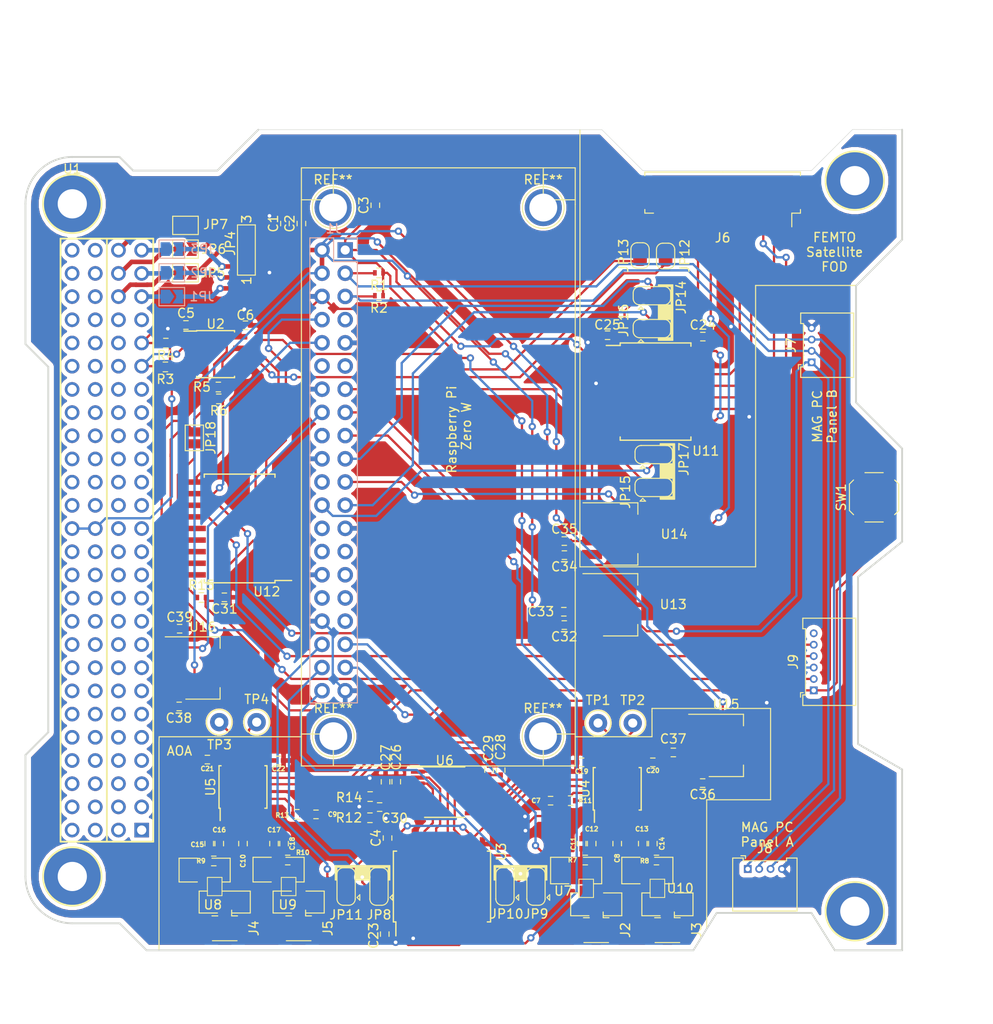
<source format=kicad_pcb>
(kicad_pcb (version 20171130) (host pcbnew "(5.1.2)-2")
  (layers (0 F.Cu signal) (31 B.Cu signal) (34 B.Paste user) (35 F.Paste user) (36 B.SilkS user) (37 F.SilkS user) (38 B.Mask user) (39 F.Mask user) (44 Edge.Cuts user))
  (net 0 "")
  (net 1 "Net-(U1-Pad46)")
  (net 2 "Net-(U1-Pad45)")
  (net 3 "Net-(U1-Pad44)")
  (net 4 "Net-(U1-Pad42)")
  (net 5 "Net-(U1-Pad40)")
  (net 6 "Net-(U1-Pad39)")
  (net 7 "Net-(U1-Pad38)")
  (net 8 "Net-(U1-Pad37)")
  (net 9 "Net-(U1-Pad36)")
  (net 10 "Net-(U1-Pad35)")
  (net 11 "Net-(U1-Pad34)")
  (net 12 "Net-(U1-Pad33)")
  (net 13 "Net-(U1-Pad32)")
  (net 14 "Net-(U1-Pad31)")
  (net 15 "Net-(U1-Pad30)")
  (net 16 "Net-(U1-Pad29)")
  (net 17 "Net-(U1-Pad28)")
  (net 18 "Net-(U1-Pad27)")
  (net 19 "Net-(U1-Pad26)")
  (net 20 "Net-(U1-Pad25)")
  (net 21 "Net-(U1-Pad24)")
  (net 22 "Net-(U1-Pad23)")
  (net 23 "Net-(U1-Pad22)")
  (net 24 "Net-(U1-Pad21)")
  (net 25 "Net-(U1-Pad20)")
  (net 26 "Net-(U1-Pad19)")
  (net 27 "Net-(U1-Pad18)")
  (net 28 "Net-(U1-Pad17)")
  (net 29 "Net-(U1-Pad16)")
  (net 30 "Net-(U1-Pad15)")
  (net 31 "Net-(U1-Pad14)")
  (net 32 "Net-(U1-Pad13)")
  (net 33 "Net-(U1-Pad12)")
  (net 34 "Net-(U1-Pad11)")
  (net 35 "Net-(U1-Pad10)")
  (net 36 "Net-(U1-Pad9)")
  (net 37 "Net-(U1-Pad8)")
  (net 38 "Net-(U1-Pad7)")
  (net 39 "Net-(U1-Pad6)")
  (net 40 "Net-(U1-Pad5)")
  (net 41 "Net-(U1-Pad4)")
  (net 42 "Net-(U1-Pad3)")
  (net 43 "Net-(U1-Pad2)")
  (net 44 "Net-(U1-Pad1)")
  (net 45 "Net-(U1-Pad104)")
  (net 46 "Net-(U1-Pad103)")
  (net 47 "Net-(U1-Pad102)")
  (net 48 "Net-(U1-Pad101)")
  (net 49 "Net-(U1-Pad100)")
  (net 50 "Net-(U1-Pad99)")
  (net 51 "Net-(U1-Pad98)")
  (net 52 "Net-(U1-Pad97)")
  (net 53 "Net-(U1-Pad96)")
  (net 54 "Net-(U1-Pad95)")
  (net 55 "Net-(U1-Pad94)")
  (net 56 "Net-(U1-Pad93)")
  (net 57 "Net-(U1-Pad92)")
  (net 58 "Net-(U1-Pad91)")
  (net 59 "Net-(U1-Pad90)")
  (net 60 "Net-(U1-Pad89)")
  (net 61 "Net-(U1-Pad88)")
  (net 62 "Net-(U1-Pad87)")
  (net 63 "Net-(U1-Pad86)")
  (net 64 "Net-(U1-Pad85)")
  (net 65 "Net-(U1-Pad84)")
  (net 66 "Net-(U1-Pad83)")
  (net 67 "Net-(U1-Pad82)")
  (net 68 "Net-(U1-Pad81)")
  (net 69 "Net-(U1-Pad78)")
  (net 70 "Net-(U1-Pad77)")
  (net 71 "Net-(U1-Pad76)")
  (net 72 "Net-(U1-Pad75)")
  (net 73 "Net-(U1-Pad74)")
  (net 74 "Net-(U1-Pad73)")
  (net 75 "Net-(U1-Pad72)")
  (net 76 "Net-(U1-Pad71)")
  (net 77 "Net-(U1-Pad70)")
  (net 78 "Net-(U1-Pad69)")
  (net 79 "Net-(U1-Pad68)")
  (net 80 "Net-(U1-Pad67)")
  (net 81 "Net-(U1-Pad66)")
  (net 82 "Net-(U1-Pad65)")
  (net 83 "Net-(U1-Pad64)")
  (net 84 "Net-(U1-Pad63)")
  (net 85 "Net-(U1-Pad62)")
  (net 86 "Net-(U1-Pad61)")
  (net 87 "Net-(U1-Pad60)")
  (net 88 "Net-(U1-Pad59)")
  (net 89 "Net-(U1-Pad58)")
  (net 90 "Net-(U1-Pad57)")
  (net 91 "Net-(U1-Pad56)")
  (net 92 "Net-(U1-Pad55)")
  (net 93 "Net-(U1-Pad54)")
  (net 94 "Net-(U1-Pad53)")
  (net 95 OUT1_3V3)
  (net 96 3V3IN)
  (net 97 OUT2_3V3)
  (net 98 OUT3_3V3)
  (net 99 VIN)
  (net 100 5VIN)
  (net 101 OUT4_5V0)
  (net 102 OUT5_5V0)
  (net 103 OUT6_5V0)
  (net 104 "Net-(J1-Pad33)")
  (net 105 "Net-(J1-Pad32)")
  (net 106 "Net-(J1-Pad31)")
  (net 107 "Net-(J1-Pad29)")
  (net 108 "Net-(J1-Pad28)")
  (net 109 "Net-(J1-Pad27)")
  (net 110 "Net-(J1-Pad26)")
  (net 111 "Net-(J1-Pad22)")
  (net 112 "Net-(J1-Pad18)")
  (net 113 "Net-(J1-Pad12)")
  (net 114 "Net-(J1-Pad11)")
  (net 115 "Net-(J1-Pad7)")
  (net 116 RPI_SCL)
  (net 117 RPI_SDA)
  (net 118 RPI_3V3)
  (net 119 CSP_SCL)
  (net 120 CSP_SDA)
  (net 121 SAT_3V3)
  (net 122 PIC_SDA)
  (net 123 PIC_3V3)
  (net 124 PIC_SCL)
  (net 125 GND)
  (net 126 AOA_SS)
  (net 127 AOA_MISO)
  (net 128 AOA_MOSI)
  (net 129 AOA_CLK)
  (net 130 "Net-(U4-Pad11)")
  (net 131 "Net-(U5-Pad11)")
  (net 132 "Net-(C8-Pad2)")
  (net 133 "Net-(C10-Pad2)")
  (net 134 ANT1_OUT)
  (net 135 "Net-(C11-Pad2)")
  (net 136 "Net-(C12-Pad2)")
  (net 137 "Net-(C13-Pad2)")
  (net 138 "Net-(C14-Pad2)")
  (net 139 ANT2_OUT)
  (net 140 "Net-(C15-Pad2)")
  (net 141 ANT3_OUT)
  (net 142 "Net-(C16-Pad2)")
  (net 143 "Net-(C17-Pad2)")
  (net 144 ANT4_OUT)
  (net 145 "Net-(C18-Pad2)")
  (net 146 "Net-(C19-Pad1)")
  (net 147 "Net-(C20-Pad1)")
  (net 148 "Net-(C21-Pad1)")
  (net 149 "Net-(C22-Pad1)")
  (net 150 ANT1_IN)
  (net 151 ANT2_IN)
  (net 152 ANT3_IN)
  (net 153 ANT4_IN)
  (net 154 VMAG1)
  (net 155 VPHS1)
  (net 156 VMAG2)
  (net 157 VPHS2)
  (net 158 AOA_5V)
  (net 159 FOD_SDA)
  (net 160 FOD_SCL)
  (net 161 FOD_3V3)
  (net 162 FOD_DPL)
  (net 163 FOD_VAUX)
  (net 164 FOD_MOSI)
  (net 165 FOD_SCK)
  (net 166 FOD_MISO)
  (net 167 FOD_CS)
  (net 168 FOD_CC)
  (net 169 MAG_3V3)
  (net 170 AOA_3V3)
  (net 171 "Net-(C30-Pad2)")
  (net 172 MCLR)
  (net 173 PIC_3V3J)
  (net 174 "Net-(U12-Pad1)")
  (net 175 "Net-(U12-Pad2)")
  (net 176 "Net-(U12-Pad3)")
  (net 177 "Net-(U12-Pad6)")
  (net 178 RPI_TX)
  (net 179 "Net-(U12-Pad9)")
  (net 180 RPI_RX)
  (net 181 ICSPCLK)
  (net 182 ICSPDAT)
  (net 183 "Net-(U12-Pad15)")
  (net 184 "Net-(U12-Pad16)")
  (net 185 "Net-(U12-Pad17)")
  (net 186 "Net-(U12-Pad18)")
  (net 187 "Net-(J9-Pad6)")
  (net 188 AOA_EN)
  (net 189 MAG_EN)
  (net 190 FOD_EN)
  (net 191 PIC_EN)
  (net 192 "Net-(U13-Pad2)")
  (net 193 "Net-(U14-Pad2)")
  (net 194 "Net-(U15-Pad2)")
  (net 195 "Net-(U16-Pad2)")
  (net 196 ifRPI_MOSI)
  (net 197 MOSI0)
  (net 198 ifRPI_MISO)
  (net 199 MISO0)
  (net 200 CLK0)
  (net 201 ifRPI_CLK)
  (net 202 SS00)
  (net 203 ifRPI_SS0)
  (net 204 MOSI1)
  (net 205 iaRPI_MOSI)
  (net 206 MISO1)
  (net 207 iaRPI_MISO)
  (net 208 iaRPI_CLK)
  (net 209 CLK1)
  (net 210 iaRPI_SS0)
  (net 211 SS10)
  (module Payload:PC104-Standard (layer F.Cu) (at 110.5 134.4)
    (fp_text reference U1 (at 0 -77.47) (layer F.SilkS))
    (fp_text value Payload)
    (fp_line (start -5.13 -13.3) (end -5.13 0) (layer Edge.Cuts) (width 0.2))
    (fp_arc (start 0 -73.66) (end 0 -78.79) (angle -90) (layer Edge.Cuts) (width 0.2))
    (fp_line (start 5.18 -78.79) (end 0 -78.79) (layer Edge.Cuts) (width 0.2))
    (fp_line (start 6.67 -77.3) (end 15.89 -77.3) (layer Edge.Cuts) (width 0.2))
    (fp_line (start 5.18 -78.79) (end 6.67 -77.3) (layer Edge.Cuts) (width 0.2))
    (fp_line (start 15.89 -77.3) (end 20.38 -81.78) (layer Edge.Cuts) (width 0.2))
    (fp_line (start 90.91 -81.78) (end 90.91 -69.73) (layer Edge.Cuts) (width 0.2))
    (fp_line (start 85.86 -64.67) (end 85.86 -51.92) (layer Edge.Cuts) (width 0.2))
    (fp_line (start 90.91 -69.73) (end 85.86 -64.67) (layer Edge.Cuts) (width 0.2))
    (fp_line (start 90.91 -46.87) (end 90.91 -36.66) (layer Edge.Cuts) (width 0.2))
    (fp_line (start 85.86 -51.92) (end 90.91 -46.87) (layer Edge.Cuts) (width 0.2))
    (fp_line (start 86.08 -32.8) (end 86.08 -14.51) (layer Edge.Cuts) (width 0.2))
    (fp_line (start 90.91 -36.66) (end 86.08 -32.8) (layer Edge.Cuts) (width 0.2))
    (fp_line (start 90.91 -11.72) (end 90.91 8.09) (layer Edge.Cuts) (width 0.2))
    (fp_line (start 86.08 -14.51) (end 90.91 -11.72) (layer Edge.Cuts) (width 0.2))
    (fp_line (start 90.91 8.09) (end 83.54 8.09) (layer Edge.Cuts) (width 0.2))
    (fp_line (start 80.98 3.99) (end 70.59 3.99) (layer Edge.Cuts) (width 0.2))
    (fp_line (start 83.54 8.09) (end 80.98 3.99) (layer Edge.Cuts) (width 0.2))
    (fp_line (start 68.04 8.09) (end 8.14 8.09) (layer Edge.Cuts) (width 0.2))
    (fp_line (start 70.59 3.99) (end 68.04 8.09) (layer Edge.Cuts) (width 0.2))
    (fp_line (start -2.63 -15.8) (end -2.63 -55.8) (layer Edge.Cuts) (width 0.2))
    (fp_line (start -5.13 -58.3) (end -5.13 -73.66) (layer Edge.Cuts) (width 0.2))
    (fp_line (start -5.13 -13.3) (end -2.63 -15.8) (layer Edge.Cuts) (width 0.2))
    (fp_line (start -2.63 -55.8) (end -5.13 -58.3) (layer Edge.Cuts) (width 0.2))
    (fp_arc (start 0 0) (end -5.13 0) (angle -90) (layer Edge.Cuts) (width 0.2))
    (fp_line (start 5.18 5.13) (end 0 5.13) (layer Edge.Cuts) (width 0.2))
    (fp_line (start 8.14 8.09) (end 5.18 5.13) (layer Edge.Cuts) (width 0.2))
    (pad "" thru_hole circle (at 0 0) (size 6.35 6.35) (drill 3.2) (layers *.Cu *.Mask))
    (pad "" thru_hole circle (at 0 -73.66) (size 6.35 6.35) (drill 3.2) (layers *.Cu *.Mask))
    (pad 52 thru_hole circle (at 5.06 -68.58) (size 1.6 1.6) (drill 1.016) (layers *.Cu *.Mask) (net 103 OUT6_5V0))
    (pad 51 thru_hole circle (at 7.6 -68.58) (size 1.6 1.6) (drill 1.016) (layers *.Cu *.Mask) (net 98 OUT3_3V3))
    (pad 50 thru_hole circle (at 5.06 -66.04) (size 1.6 1.6) (drill 1.016) (layers *.Cu *.Mask) (net 102 OUT5_5V0))
    (pad 49 thru_hole circle (at 7.6 -66.04) (size 1.6 1.6) (drill 1.016) (layers *.Cu *.Mask) (net 97 OUT2_3V3))
    (pad 48 thru_hole circle (at 5.06 -63.5) (size 1.6 1.6) (drill 1.016) (layers *.Cu *.Mask) (net 101 OUT4_5V0))
    (pad 47 thru_hole circle (at 7.6 -63.5) (size 1.6 1.6) (drill 1.016) (layers *.Cu *.Mask) (net 95 OUT1_3V3))
    (pad 46 thru_hole circle (at 5.06 -60.96) (size 1.6 1.6) (drill 1.016) (layers *.Cu *.Mask) (net 1 "Net-(U1-Pad46)"))
    (pad 45 thru_hole circle (at 7.6 -60.96) (size 1.6 1.6) (drill 1.016) (layers *.Cu *.Mask) (net 2 "Net-(U1-Pad45)"))
    (pad 44 thru_hole circle (at 5.06 -58.42) (size 1.6 1.6) (drill 1.016) (layers *.Cu *.Mask) (net 3 "Net-(U1-Pad44)"))
    (pad 43 thru_hole circle (at 7.6 -58.42) (size 1.6 1.6) (drill 1.016) (layers *.Cu *.Mask) (net 119 CSP_SCL))
    (pad 42 thru_hole circle (at 5.06 -55.88) (size 1.6 1.6) (drill 1.016) (layers *.Cu *.Mask) (net 4 "Net-(U1-Pad42)"))
    (pad 41 thru_hole circle (at 7.6 -55.88) (size 1.6 1.6) (drill 1.016) (layers *.Cu *.Mask) (net 120 CSP_SDA))
    (pad 40 thru_hole circle (at 5.06 -53.34) (size 1.6 1.6) (drill 1.016) (layers *.Cu *.Mask) (net 5 "Net-(U1-Pad40)"))
    (pad 39 thru_hole circle (at 7.6 -53.34) (size 1.6 1.6) (drill 1.016) (layers *.Cu *.Mask) (net 6 "Net-(U1-Pad39)"))
    (pad 38 thru_hole circle (at 5.06 -50.8) (size 1.6 1.6) (drill 1.016) (layers *.Cu *.Mask) (net 7 "Net-(U1-Pad38)"))
    (pad 37 thru_hole circle (at 7.6 -50.8) (size 1.6 1.6) (drill 1.016) (layers *.Cu *.Mask) (net 8 "Net-(U1-Pad37)"))
    (pad 36 thru_hole circle (at 5.06 -48.26) (size 1.6 1.6) (drill 1.016) (layers *.Cu *.Mask) (net 9 "Net-(U1-Pad36)"))
    (pad 35 thru_hole circle (at 7.6 -48.26) (size 1.6 1.6) (drill 1.016) (layers *.Cu *.Mask) (net 10 "Net-(U1-Pad35)"))
    (pad 34 thru_hole circle (at 5.06 -45.72) (size 1.6 1.6) (drill 1.016) (layers *.Cu *.Mask) (net 11 "Net-(U1-Pad34)"))
    (pad 33 thru_hole circle (at 7.6 -45.72) (size 1.6 1.6) (drill 1.016) (layers *.Cu *.Mask) (net 12 "Net-(U1-Pad33)"))
    (pad 32 thru_hole circle (at 5.06 -43.18) (size 1.6 1.6) (drill 1.016) (layers *.Cu *.Mask) (net 13 "Net-(U1-Pad32)"))
    (pad 31 thru_hole circle (at 7.6 -43.18) (size 1.6 1.6) (drill 1.016) (layers *.Cu *.Mask) (net 14 "Net-(U1-Pad31)"))
    (pad 30 thru_hole circle (at 5.06 -40.64) (size 1.6 1.6) (drill 1.016) (layers *.Cu *.Mask) (net 15 "Net-(U1-Pad30)"))
    (pad 29 thru_hole circle (at 7.6 -40.64) (size 1.6 1.6) (drill 1.016) (layers *.Cu *.Mask) (net 16 "Net-(U1-Pad29)"))
    (pad 28 thru_hole circle (at 5.06 -38.1) (size 1.6 1.6) (drill 1.016) (layers *.Cu *.Mask) (net 17 "Net-(U1-Pad28)"))
    (pad 27 thru_hole circle (at 7.6 -38.1) (size 1.6 1.6) (drill 1.016) (layers *.Cu *.Mask) (net 18 "Net-(U1-Pad27)"))
    (pad 26 thru_hole circle (at 5.06 -35.56) (size 1.6 1.6) (drill 1.016) (layers *.Cu *.Mask) (net 19 "Net-(U1-Pad26)"))
    (pad 25 thru_hole circle (at 7.6 -35.56) (size 1.6 1.6) (drill 1.016) (layers *.Cu *.Mask) (net 20 "Net-(U1-Pad25)"))
    (pad 24 thru_hole circle (at 5.06 -33.02) (size 1.6 1.6) (drill 1.016) (layers *.Cu *.Mask) (net 21 "Net-(U1-Pad24)"))
    (pad 23 thru_hole circle (at 7.6 -33.02) (size 1.6 1.6) (drill 1.016) (layers *.Cu *.Mask) (net 22 "Net-(U1-Pad23)"))
    (pad 22 thru_hole circle (at 5.06 -30.48) (size 1.6 1.6) (drill 1.016) (layers *.Cu *.Mask) (net 23 "Net-(U1-Pad22)"))
    (pad 21 thru_hole circle (at 7.6 -30.48) (size 1.6 1.6) (drill 1.016) (layers *.Cu *.Mask) (net 24 "Net-(U1-Pad21)"))
    (pad 20 thru_hole circle (at 5.06 -27.94) (size 1.6 1.6) (drill 1.016) (layers *.Cu *.Mask) (net 25 "Net-(U1-Pad20)"))
    (pad 19 thru_hole circle (at 7.6 -27.94) (size 1.6 1.6) (drill 1.016) (layers *.Cu *.Mask) (net 26 "Net-(U1-Pad19)"))
    (pad 18 thru_hole circle (at 5.06 -25.4) (size 1.6 1.6) (drill 1.016) (layers *.Cu *.Mask) (net 27 "Net-(U1-Pad18)"))
    (pad 17 thru_hole circle (at 7.6 -25.4) (size 1.6 1.6) (drill 1.016) (layers *.Cu *.Mask) (net 28 "Net-(U1-Pad17)"))
    (pad 16 thru_hole circle (at 5.06 -22.86) (size 1.6 1.6) (drill 1.016) (layers *.Cu *.Mask) (net 29 "Net-(U1-Pad16)"))
    (pad 15 thru_hole circle (at 7.6 -22.86) (size 1.6 1.6) (drill 1.016) (layers *.Cu *.Mask) (net 30 "Net-(U1-Pad15)"))
    (pad 14 thru_hole circle (at 5.06 -20.32) (size 1.6 1.6) (drill 1.016) (layers *.Cu *.Mask) (net 31 "Net-(U1-Pad14)"))
    (pad 13 thru_hole circle (at 7.6 -20.32) (size 1.6 1.6) (drill 1.016) (layers *.Cu *.Mask) (net 32 "Net-(U1-Pad13)"))
    (pad 12 thru_hole circle (at 5.06 -17.78) (size 1.6 1.6) (drill 1.016) (layers *.Cu *.Mask) (net 33 "Net-(U1-Pad12)"))
    (pad 11 thru_hole circle (at 7.6 -17.78) (size 1.6 1.6) (drill 1.016) (layers *.Cu *.Mask) (net 34 "Net-(U1-Pad11)"))
    (pad 10 thru_hole circle (at 5.06 -15.24) (size 1.6 1.6) (drill 1.016) (layers *.Cu *.Mask) (net 35 "Net-(U1-Pad10)"))
    (pad 9 thru_hole circle (at 7.6 -15.24) (size 1.6 1.6) (drill 1.016) (layers *.Cu *.Mask) (net 36 "Net-(U1-Pad9)"))
    (pad 8 thru_hole circle (at 5.06 -12.7) (size 1.6 1.6) (drill 1.016) (layers *.Cu *.Mask) (net 37 "Net-(U1-Pad8)"))
    (pad 7 thru_hole circle (at 7.6 -12.7) (size 1.6 1.6) (drill 1.016) (layers *.Cu *.Mask) (net 38 "Net-(U1-Pad7)"))
    (pad 6 thru_hole circle (at 5.06 -10.16) (size 1.6 1.6) (drill 1.016) (layers *.Cu *.Mask) (net 39 "Net-(U1-Pad6)"))
    (pad 5 thru_hole circle (at 7.6 -10.16) (size 1.6 1.6) (drill 1.016) (layers *.Cu *.Mask) (net 40 "Net-(U1-Pad5)"))
    (pad 4 thru_hole circle (at 5.06 -7.62) (size 1.6 1.6) (drill 1.016) (layers *.Cu *.Mask) (net 41 "Net-(U1-Pad4)"))
    (pad 3 thru_hole circle (at 7.6 -7.62) (size 1.6 1.6) (drill 1.016) (layers *.Cu *.Mask) (net 42 "Net-(U1-Pad3)"))
    (pad 2 thru_hole circle (at 5.06 -5.08) (size 1.6 1.6) (drill 1.016) (layers *.Cu *.Mask) (net 43 "Net-(U1-Pad2)"))
    (pad 1 thru_hole rect (at 7.6 -5.08) (size 1.6 1.6) (drill 1.016) (layers *.Cu *.Mask) (net 44 "Net-(U1-Pad1)"))
    (pad 104 thru_hole circle (at -0.02 -68.58) (size 1.6 1.6) (drill 1.016) (layers *.Cu *.Mask) (net 45 "Net-(U1-Pad104)"))
    (pad 103 thru_hole circle (at 2.52 -68.58) (size 1.6 1.6) (drill 1.016) (layers *.Cu *.Mask) (net 46 "Net-(U1-Pad103)"))
    (pad 102 thru_hole circle (at -0.02 -66.04) (size 1.6 1.6) (drill 1.016) (layers *.Cu *.Mask) (net 47 "Net-(U1-Pad102)"))
    (pad 101 thru_hole circle (at 2.52 -66.04) (size 1.6 1.6) (drill 1.016) (layers *.Cu *.Mask) (net 48 "Net-(U1-Pad101)"))
    (pad 100 thru_hole circle (at -0.02 -63.5) (size 1.6 1.6) (drill 1.016) (layers *.Cu *.Mask) (net 49 "Net-(U1-Pad100)"))
    (pad 99 thru_hole circle (at 2.52 -63.5) (size 1.6 1.6) (drill 1.016) (layers *.Cu *.Mask) (net 50 "Net-(U1-Pad99)"))
    (pad 98 thru_hole circle (at -0.02 -60.96) (size 1.6 1.6) (drill 1.016) (layers *.Cu *.Mask) (net 51 "Net-(U1-Pad98)"))
    (pad 97 thru_hole circle (at 2.52 -60.96) (size 1.6 1.6) (drill 1.016) (layers *.Cu *.Mask) (net 52 "Net-(U1-Pad97)"))
    (pad 96 thru_hole circle (at -0.02 -58.42) (size 1.6 1.6) (drill 1.016) (layers *.Cu *.Mask) (net 53 "Net-(U1-Pad96)"))
    (pad 95 thru_hole circle (at 2.52 -58.42) (size 1.6 1.6) (drill 1.016) (layers *.Cu *.Mask) (net 54 "Net-(U1-Pad95)"))
    (pad 94 thru_hole circle (at -0.02 -55.88) (size 1.6 1.6) (drill 1.016) (layers *.Cu *.Mask) (net 55 "Net-(U1-Pad94)"))
    (pad 93 thru_hole circle (at 2.52 -55.88) (size 1.6 1.6) (drill 1.016) (layers *.Cu *.Mask) (net 56 "Net-(U1-Pad93)"))
    (pad 92 thru_hole circle (at -0.02 -53.34) (size 1.6 1.6) (drill 1.016) (layers *.Cu *.Mask) (net 57 "Net-(U1-Pad92)"))
    (pad 91 thru_hole circle (at 2.52 -53.34) (size 1.6 1.6) (drill 1.016) (layers *.Cu *.Mask) (net 58 "Net-(U1-Pad91)"))
    (pad 90 thru_hole circle (at -0.02 -50.8) (size 1.6 1.6) (drill 1.016) (layers *.Cu *.Mask) (net 59 "Net-(U1-Pad90)"))
    (pad 89 thru_hole circle (at 2.52 -50.8) (size 1.6 1.6) (drill 1.016) (layers *.Cu *.Mask) (net 60 "Net-(U1-Pad89)"))
    (pad 88 thru_hole circle (at -0.02 -48.26) (size 1.6 1.6) (drill 1.016) (layers *.Cu *.Mask) (net 61 "Net-(U1-Pad88)"))
    (pad 87 thru_hole circle (at 2.52 -48.26) (size 1.6 1.6) (drill 1.016) (layers *.Cu *.Mask) (net 62 "Net-(U1-Pad87)"))
    (pad 86 thru_hole circle (at -0.02 -45.72) (size 1.6 1.6) (drill 1.016) (layers *.Cu *.Mask) (net 63 "Net-(U1-Pad86)"))
    (pad 85 thru_hole circle (at 2.52 -45.72) (size 1.6 1.6) (drill 1.016) (layers *.Cu *.Mask) (net 64 "Net-(U1-Pad85)"))
    (pad 84 thru_hole circle (at -0.02 -43.18) (size 1.6 1.6) (drill 1.016) (layers *.Cu *.Mask) (net 65 "Net-(U1-Pad84)"))
    (pad 83 thru_hole circle (at 2.52 -43.18) (size 1.6 1.6) (drill 1.016) (layers *.Cu *.Mask) (net 66 "Net-(U1-Pad83)"))
    (pad 82 thru_hole circle (at -0.02 -40.64) (size 1.6 1.6) (drill 1.016) (layers *.Cu *.Mask) (net 67 "Net-(U1-Pad82)"))
    (pad 81 thru_hole circle (at 2.52 -40.64) (size 1.6 1.6) (drill 1.016) (layers *.Cu *.Mask) (net 68 "Net-(U1-Pad81)"))
    (pad 80 thru_hole circle (at -0.02 -38.1) (size 1.6 1.6) (drill 1.016) (layers *.Cu *.Mask) (net 121 SAT_3V3))
    (pad 79 thru_hole circle (at 2.52 -38.1) (size 1.6 1.6) (drill 1.016) (layers *.Cu *.Mask) (net 121 SAT_3V3))
    (pad 78 thru_hole circle (at -0.02 -35.56) (size 1.6 1.6) (drill 1.016) (layers *.Cu *.Mask) (net 69 "Net-(U1-Pad78)"))
    (pad 77 thru_hole circle (at 2.52 -35.56) (size 1.6 1.6) (drill 1.016) (layers *.Cu *.Mask) (net 70 "Net-(U1-Pad77)"))
    (pad 76 thru_hole circle (at -0.02 -33.02) (size 1.6 1.6) (drill 1.016) (layers *.Cu *.Mask) (net 71 "Net-(U1-Pad76)"))
    (pad 75 thru_hole circle (at 2.52 -33.02) (size 1.6 1.6) (drill 1.016) (layers *.Cu *.Mask) (net 72 "Net-(U1-Pad75)"))
    (pad 74 thru_hole circle (at -0.02 -30.48) (size 1.6 1.6) (drill 1.016) (layers *.Cu *.Mask) (net 73 "Net-(U1-Pad74)"))
    (pad 73 thru_hole circle (at 2.52 -30.48) (size 1.6 1.6) (drill 1.016) (layers *.Cu *.Mask) (net 74 "Net-(U1-Pad73)"))
    (pad 72 thru_hole circle (at -0.02 -27.94) (size 1.6 1.6) (drill 1.016) (layers *.Cu *.Mask) (net 75 "Net-(U1-Pad72)"))
    (pad 71 thru_hole circle (at 2.52 -27.94) (size 1.6 1.6) (drill 1.016) (layers *.Cu *.Mask) (net 76 "Net-(U1-Pad71)"))
    (pad 70 thru_hole circle (at -0.02 -25.4) (size 1.6 1.6) (drill 1.016) (layers *.Cu *.Mask) (net 77 "Net-(U1-Pad70)"))
    (pad 69 thru_hole circle (at 2.52 -25.4) (size 1.6 1.6) (drill 1.016) (layers *.Cu *.Mask) (net 78 "Net-(U1-Pad69)"))
    (pad 68 thru_hole circle (at -0.02 -22.86) (size 1.6 1.6) (drill 1.016) (layers *.Cu *.Mask) (net 79 "Net-(U1-Pad68)"))
    (pad 67 thru_hole circle (at 2.52 -22.86) (size 1.6 1.6) (drill 1.016) (layers *.Cu *.Mask) (net 80 "Net-(U1-Pad67)"))
    (pad 66 thru_hole circle (at -0.02 -20.32) (size 1.6 1.6) (drill 1.016) (layers *.Cu *.Mask) (net 81 "Net-(U1-Pad66)"))
    (pad 65 thru_hole circle (at 2.52 -20.32) (size 1.6 1.6) (drill 1.016) (layers *.Cu *.Mask) (net 82 "Net-(U1-Pad65)"))
    (pad 64 thru_hole circle (at -0.02 -17.78) (size 1.6 1.6) (drill 1.016) (layers *.Cu *.Mask) (net 83 "Net-(U1-Pad64)"))
    (pad 63 thru_hole circle (at 2.52 -17.78) (size 1.6 1.6) (drill 1.016) (layers *.Cu *.Mask) (net 84 "Net-(U1-Pad63)"))
    (pad 62 thru_hole circle (at -0.02 -15.24) (size 1.6 1.6) (drill 1.016) (layers *.Cu *.Mask) (net 85 "Net-(U1-Pad62)"))
    (pad 61 thru_hole circle (at 2.52 -15.24) (size 1.6 1.6) (drill 1.016) (layers *.Cu *.Mask) (net 86 "Net-(U1-Pad61)"))
    (pad 60 thru_hole circle (at -0.02 -12.7) (size 1.6 1.6) (drill 1.016) (layers *.Cu *.Mask) (net 87 "Net-(U1-Pad60)"))
    (pad 59 thru_hole circle (at 2.52 -12.7) (size 1.6 1.6) (drill 1.016) (layers *.Cu *.Mask) (net 88 "Net-(U1-Pad59)"))
    (pad 58 thru_hole circle (at -0.02 -10.16) (size 1.6 1.6) (drill 1.016) (layers *.Cu *.Mask) (net 89 "Net-(U1-Pad58)"))
    (pad 57 thru_hole circle (at 2.52 -10.16 90) (size 1.6 1.6) (drill 1.016) (layers *.Cu *.Mask) (net 90 "Net-(U1-Pad57)"))
    (pad 56 thru_hole circle (at -0.02 -7.62) (size 1.6 1.6) (drill 1.016) (layers *.Cu *.Mask) (net 91 "Net-(U1-Pad56)"))
    (pad 55 thru_hole circle (at 2.52 -7.62) (size 1.6 1.6) (drill 1.016) (layers *.Cu *.Mask) (net 92 "Net-(U1-Pad55)"))
    (pad 54 thru_hole circle (at -0.02 -5.08) (size 1.6 1.6) (drill 1.016) (layers *.Cu *.Mask) (net 93 "Net-(U1-Pad54)"))
    (pad 53 thru_hole circle (at 2.52 -5.08) (size 1.6 1.6) (drill 1.016) (layers *.Cu *.Mask) (net 94 "Net-(U1-Pad53)"))
    (pad "" thru_hole circle (at 85.73 3.81) (size 6.35 6.35) (drill 3.2) (layers *.Cu *.Mask))
    (pad "" thru_hole circle (at 85.73 -76.2) (size 6.35 6.35) (drill 3.2) (layers *.Cu *.Mask))
  )
  (module Connectors:1pin (layer F.Cu) (at 139.07 61.15)
    (fp_text reference REF** (at 0 -3.048) (layer F.SilkS))
    (fp_text value 1pin)
    (pad 1 thru_hole circle (at 0 0) (size 4.064 4.064) (drill 3.048) (layers *.Cu *.Mask))
  )
  (module Connectors:1pin (layer F.Cu) (at 139.1 119.04)
    (fp_text reference REF** (at 0 -3.048) (layer F.SilkS))
    (fp_text value 1pin)
    (pad 1 thru_hole circle (at 0 0) (size 4.064 4.064) (drill 3.048) (layers *.Cu *.Mask))
  )
  (module Connectors:1pin (layer F.Cu) (at 162.07 119.04)
    (fp_text reference REF** (at 0 -3.048) (layer F.SilkS))
    (fp_text value 1pin)
    (pad 1 thru_hole circle (at 0 0) (size 4.064 4.064) (drill 3.048) (layers *.Cu *.Mask))
  )
  (module Connectors:1pin (layer F.Cu) (at 162.1 61.15)
    (fp_text reference REF** (at 0 -3.048) (layer F.SilkS))
    (fp_text value 1pin)
    (pad 1 thru_hole circle (at 0 0) (size 4.064 4.064) (drill 3.048) (layers *.Cu *.Mask))
  )
  (module Housings_SSOP:TSSOP-16_4.4x5mm_Pitch0.65mm (layer F.Cu) (at 151.3 125.2)
    (fp_text reference U6 (at 0 -3.5) (layer F.SilkS))
    (fp_text value AD7904BRUZ-REEL7)
    (pad 16 smd rect (at 2.95 -2.275) (size 1.5 0.45) (layers F.Cu F.Paste F.Mask) (net 125 GND))
    (pad 15 smd rect (at 2.95 -1.625) (size 1.5 0.45) (layers F.Cu F.Paste F.Mask) (net 170 AOA_3V3))
    (pad 14 smd rect (at 2.95 -0.975) (size 1.5 0.45) (layers F.Cu F.Paste F.Mask) (net 127 AOA_MISO))
    (pad 13 smd rect (at 2.95 -0.325) (size 1.5 0.45) (layers F.Cu F.Paste F.Mask) (net 125 GND))
    (pad 12 smd rect (at 2.95 0.325) (size 1.5 0.45) (layers F.Cu F.Paste F.Mask) (net 156 VMAG2))
    (pad 11 smd rect (at 2.95 0.975) (size 1.5 0.45) (layers F.Cu F.Paste F.Mask) (net 157 VPHS2))
    (pad 10 smd rect (at 2.95 1.625) (size 1.5 0.45) (layers F.Cu F.Paste F.Mask) (net 154 VMAG1))
    (pad 9 smd rect (at 2.95 2.275) (size 1.5 0.45) (layers F.Cu F.Paste F.Mask) (net 155 VPHS1))
    (pad 8 smd rect (at -2.95 2.275) (size 1.5 0.45) (layers F.Cu F.Paste F.Mask) (net 125 GND))
    (pad 7 smd rect (at -2.95 1.625) (size 1.5 0.45) (layers F.Cu F.Paste F.Mask) (net 171 "Net-(C30-Pad2)"))
    (pad 6 smd rect (at -2.95 0.975) (size 1.5 0.45) (layers F.Cu F.Paste F.Mask) (net 158 AOA_5V))
    (pad 5 smd rect (at -2.95 0.325) (size 1.5 0.45) (layers F.Cu F.Paste F.Mask) (net 158 AOA_5V))
    (pad 4 smd rect (at -2.95 -0.325) (size 1.5 0.45) (layers F.Cu F.Paste F.Mask) (net 125 GND))
    (pad 3 smd rect (at -2.95 -0.975) (size 1.5 0.45) (layers F.Cu F.Paste F.Mask) (net 126 AOA_SS))
    (pad 2 smd rect (at -2.95 -1.625) (size 1.5 0.45) (layers F.Cu F.Paste F.Mask) (net 128 AOA_MOSI))
    (pad 1 smd rect (at -2.95 -2.275) (size 1.5 0.45) (layers F.Cu F.Paste F.Mask) (net 129 AOA_CLK))
  )
  (module Jumper:SolderJumper-2_P1.3mm_Open_TrianglePad1.0x1.5mm (layer B.Cu) (at 121.4 70.9)
    (fp_text reference JP1 (at 3.3 0) (layer B.SilkS) (effects (justify mirror)))
    (fp_text value Jumper_2_Open)
    (pad 2 smd custom (at 0.725 0) (size 0.3 0.3) (layers B.Cu B.Mask) (net 96 3V3IN) (options (clearance outline) (anchor rect)) (primitives (gr_poly (pts (xy -0.65 0.75) (xy 0.5 0.75) (xy 0.5 -0.75) (xy -0.65 -0.75) (xy -0.15 0)) (width 0))))
    (pad 1 smd custom (at -0.725 0) (size 0.3 0.3) (layers B.Cu B.Mask) (net 95 OUT1_3V3) (options (clearance outline) (anchor rect)) (primitives (gr_poly (pts (xy -0.5 0.75) (xy 0.5 0.75) (xy 1 0) (xy 0.5 -0.75) (xy -0.5 -0.75)) (width 0))))
  )
  (module Jumper:SolderJumper-2_P1.3mm_Open_TrianglePad1.0x1.5mm (layer B.Cu) (at 121.4 68.3)
    (fp_text reference JP2 (at 3.4 0) (layer B.SilkS) (effects (justify mirror)))
    (fp_text value Jumper_2_Open)
    (pad 1 smd custom (at -0.725 0) (size 0.3 0.3) (layers B.Cu B.Mask) (net 97 OUT2_3V3) (options (clearance outline) (anchor rect)) (primitives (gr_poly (pts (xy -0.5 0.75) (xy 0.5 0.75) (xy 1 0) (xy 0.5 -0.75) (xy -0.5 -0.75)) (width 0))))
    (pad 2 smd custom (at 0.725 0) (size 0.3 0.3) (layers B.Cu B.Mask) (net 96 3V3IN) (options (clearance outline) (anchor rect)) (primitives (gr_poly (pts (xy -0.65 0.75) (xy 0.5 0.75) (xy 0.5 -0.75) (xy -0.65 -0.75) (xy -0.15 0)) (width 0))))
  )
  (module Jumper:SolderJumper-2_P1.3mm_Open_TrianglePad1.0x1.5mm (layer B.Cu) (at 121.4 65.7)
    (fp_text reference JP3 (at 3.4 0) (layer B.SilkS) (effects (justify mirror)))
    (fp_text value Jumper_2_Open)
    (pad 2 smd custom (at 0.725 0) (size 0.3 0.3) (layers B.Cu B.Mask) (net 96 3V3IN) (options (clearance outline) (anchor rect)) (primitives (gr_poly (pts (xy -0.65 0.75) (xy 0.5 0.75) (xy 0.5 -0.75) (xy -0.65 -0.75) (xy -0.15 0)) (width 0))))
    (pad 1 smd custom (at -0.725 0) (size 0.3 0.3) (layers B.Cu B.Mask) (net 98 OUT3_3V3) (options (clearance outline) (anchor rect)) (primitives (gr_poly (pts (xy -0.5 0.75) (xy 0.5 0.75) (xy 1 0) (xy 0.5 -0.75) (xy -0.5 -0.75)) (width 0))))
  )
  (module Jumper:SolderJumper-3_P2.0mm_Open_TrianglePad1.0x1.5mm_NumberLabels (layer F.Cu) (at 129.6 65.8 90)
    (fp_text reference JP4 (at 0.725 -1.775 90) (layer F.SilkS))
    (fp_text value Jumper_3_Open)
    (fp_text user 3 (at 3.4 0 90) (layer F.SilkS))
    (fp_text user 1 (at -3.35 0 90) (layer F.SilkS))
    (pad 1 smd custom (at -2 0 90) (size 0.3 0.3) (layers F.Cu F.Mask) (net 96 3V3IN) (options (clearance outline) (anchor rect)) (primitives (gr_poly (pts (xy -0.5 -0.75) (xy 0.5 -0.75) (xy 1 0) (xy 0.5 0.75) (xy -0.5 0.75)) (width 0))))
    (pad 2 smd custom (at 0 0 90) (size 0.3 0.3) (layers F.Cu) (net 99 VIN) (options (clearance outline) (anchor rect)) (primitives (gr_poly (pts (xy -1.2 -0.75) (xy 1.2 -0.75) (xy 0.7 0) (xy 1.2 0.75) (xy -1.2 0.75) (xy -0.7 0)) (width 0))))
    (pad 3 smd custom (at 2 0 270) (size 0.3 0.3) (layers F.Cu F.Mask) (net 100 5VIN) (options (clearance outline) (anchor rect)) (primitives (gr_poly (pts (xy -0.5 -0.75) (xy 0.5 -0.75) (xy 1 0) (xy 0.5 0.75) (xy -0.5 0.75)) (width 0))))
  )
  (module Jumper:SolderJumper-2_P1.3mm_Open_TrianglePad1.0x1.5mm (layer F.Cu) (at 122.9 68.3)
    (fp_text reference JP5 (at 3 0) (layer F.SilkS))
    (fp_text value Jumper_2_Open)
    (pad 1 smd custom (at -0.725 0) (size 0.3 0.3) (layers F.Cu F.Mask) (net 101 OUT4_5V0) (options (clearance outline) (anchor rect)) (primitives (gr_poly (pts (xy -0.5 -0.75) (xy 0.5 -0.75) (xy 1 0) (xy 0.5 0.75) (xy -0.5 0.75)) (width 0))))
    (pad 2 smd custom (at 0.725 0) (size 0.3 0.3) (layers F.Cu F.Mask) (net 100 5VIN) (options (clearance outline) (anchor rect)) (primitives (gr_poly (pts (xy -0.65 -0.75) (xy 0.5 -0.75) (xy 0.5 0.75) (xy -0.65 0.75) (xy -0.15 0)) (width 0))))
  )
  (module Jumper:SolderJumper-2_P1.3mm_Open_TrianglePad1.0x1.5mm (layer F.Cu) (at 122.9 65.7)
    (fp_text reference JP6 (at 3.1 0) (layer F.SilkS))
    (fp_text value Jumper_2_Open)
    (pad 2 smd custom (at 0.725 0) (size 0.3 0.3) (layers F.Cu F.Mask) (net 100 5VIN) (options (clearance outline) (anchor rect)) (primitives (gr_poly (pts (xy -0.65 -0.75) (xy 0.5 -0.75) (xy 0.5 0.75) (xy -0.65 0.75) (xy -0.15 0)) (width 0))))
    (pad 1 smd custom (at -0.725 0) (size 0.3 0.3) (layers F.Cu F.Mask) (net 102 OUT5_5V0) (options (clearance outline) (anchor rect)) (primitives (gr_poly (pts (xy -0.5 -0.75) (xy 0.5 -0.75) (xy 1 0) (xy 0.5 0.75) (xy -0.5 0.75)) (width 0))))
  )
  (module Jumper:SolderJumper-2_P1.3mm_Open_TrianglePad1.0x1.5mm (layer F.Cu) (at 122.9 63.1)
    (fp_text reference JP7 (at 3.3 -0.1) (layer F.SilkS))
    (fp_text value Jumper_2_Open)
    (pad 1 smd custom (at -0.725 0) (size 0.3 0.3) (layers F.Cu F.Mask) (net 103 OUT6_5V0) (options (clearance outline) (anchor rect)) (primitives (gr_poly (pts (xy -0.5 -0.75) (xy 0.5 -0.75) (xy 1 0) (xy 0.5 0.75) (xy -0.5 0.75)) (width 0))))
    (pad 2 smd custom (at 0.725 0) (size 0.3 0.3) (layers F.Cu F.Mask) (net 100 5VIN) (options (clearance outline) (anchor rect)) (primitives (gr_poly (pts (xy -0.65 -0.75) (xy 0.5 -0.75) (xy 0.5 0.75) (xy -0.65 0.75) (xy -0.15 0)) (width 0))))
  )
  (module Pin_Headers:Pin_Header_Straight_2x20_Pitch2.54mm (layer B.Cu) (at 140.4 65.8 180)
    (fp_text reference J1 (at 1.27 2.33) (layer B.SilkS) (effects (justify mirror)))
    (fp_text value RPi_GPIO)
    (pad 40 thru_hole oval (at 2.54 -48.26 180) (size 1.7 1.7) (drill 1) (layers *.Cu *.Mask) (net 209 CLK1))
    (pad 39 thru_hole oval (at 0 -48.26 180) (size 1.7 1.7) (drill 1) (layers *.Cu *.Mask) (net 125 GND))
    (pad 38 thru_hole oval (at 2.54 -45.72 180) (size 1.7 1.7) (drill 1) (layers *.Cu *.Mask) (net 204 MOSI1))
    (pad 37 thru_hole oval (at 0 -45.72 180) (size 1.7 1.7) (drill 1) (layers *.Cu *.Mask) (net 188 AOA_EN))
    (pad 36 thru_hole oval (at 2.54 -43.18 180) (size 1.7 1.7) (drill 1) (layers *.Cu *.Mask) (net 211 SS10))
    (pad 35 thru_hole oval (at 0 -43.18 180) (size 1.7 1.7) (drill 1) (layers *.Cu *.Mask) (net 206 MISO1))
    (pad 34 thru_hole oval (at 2.54 -40.64 180) (size 1.7 1.7) (drill 1) (layers *.Cu *.Mask) (net 125 GND))
    (pad 33 thru_hole oval (at 0 -40.64 180) (size 1.7 1.7) (drill 1) (layers *.Cu *.Mask) (net 104 "Net-(J1-Pad33)"))
    (pad 32 thru_hole oval (at 2.54 -38.1 180) (size 1.7 1.7) (drill 1) (layers *.Cu *.Mask) (net 105 "Net-(J1-Pad32)"))
    (pad 31 thru_hole oval (at 0 -38.1 180) (size 1.7 1.7) (drill 1) (layers *.Cu *.Mask) (net 106 "Net-(J1-Pad31)"))
    (pad 30 thru_hole oval (at 2.54 -35.56 180) (size 1.7 1.7) (drill 1) (layers *.Cu *.Mask) (net 125 GND))
    (pad 29 thru_hole oval (at 0 -35.56 180) (size 1.7 1.7) (drill 1) (layers *.Cu *.Mask) (net 107 "Net-(J1-Pad29)"))
    (pad 28 thru_hole oval (at 2.54 -33.02 180) (size 1.7 1.7) (drill 1) (layers *.Cu *.Mask) (net 108 "Net-(J1-Pad28)"))
    (pad 27 thru_hole oval (at 0 -33.02 180) (size 1.7 1.7) (drill 1) (layers *.Cu *.Mask) (net 109 "Net-(J1-Pad27)"))
    (pad 26 thru_hole oval (at 2.54 -30.48 180) (size 1.7 1.7) (drill 1) (layers *.Cu *.Mask) (net 110 "Net-(J1-Pad26)"))
    (pad 25 thru_hole oval (at 0 -30.48 180) (size 1.7 1.7) (drill 1) (layers *.Cu *.Mask) (net 125 GND))
    (pad 24 thru_hole oval (at 2.54 -27.94 180) (size 1.7 1.7) (drill 1) (layers *.Cu *.Mask) (net 202 SS00))
    (pad 23 thru_hole oval (at 0 -27.94 180) (size 1.7 1.7) (drill 1) (layers *.Cu *.Mask) (net 200 CLK0))
    (pad 22 thru_hole oval (at 2.54 -25.4 180) (size 1.7 1.7) (drill 1) (layers *.Cu *.Mask) (net 111 "Net-(J1-Pad22)"))
    (pad 21 thru_hole oval (at 0 -25.4 180) (size 1.7 1.7) (drill 1) (layers *.Cu *.Mask) (net 199 MISO0))
    (pad 20 thru_hole oval (at 2.54 -22.86 180) (size 1.7 1.7) (drill 1) (layers *.Cu *.Mask) (net 125 GND))
    (pad 19 thru_hole oval (at 0 -22.86 180) (size 1.7 1.7) (drill 1) (layers *.Cu *.Mask) (net 197 MOSI0))
    (pad 18 thru_hole oval (at 2.54 -20.32 180) (size 1.7 1.7) (drill 1) (layers *.Cu *.Mask) (net 112 "Net-(J1-Pad18)"))
    (pad 17 thru_hole oval (at 0 -20.32 180) (size 1.7 1.7) (drill 1) (layers *.Cu *.Mask) (net 118 RPI_3V3))
    (pad 16 thru_hole oval (at 2.54 -17.78 180) (size 1.7 1.7) (drill 1) (layers *.Cu *.Mask) (net 191 PIC_EN))
    (pad 15 thru_hole oval (at 0 -17.78 180) (size 1.7 1.7) (drill 1) (layers *.Cu *.Mask) (net 189 MAG_EN))
    (pad 14 thru_hole oval (at 2.54 -15.24 180) (size 1.7 1.7) (drill 1) (layers *.Cu *.Mask) (net 125 GND))
    (pad 13 thru_hole oval (at 0 -15.24 180) (size 1.7 1.7) (drill 1) (layers *.Cu *.Mask) (net 190 FOD_EN))
    (pad 12 thru_hole oval (at 2.54 -12.7 180) (size 1.7 1.7) (drill 1) (layers *.Cu *.Mask) (net 113 "Net-(J1-Pad12)"))
    (pad 11 thru_hole oval (at 0 -12.7 180) (size 1.7 1.7) (drill 1) (layers *.Cu *.Mask) (net 114 "Net-(J1-Pad11)"))
    (pad 10 thru_hole oval (at 2.54 -10.16 180) (size 1.7 1.7) (drill 1) (layers *.Cu *.Mask) (net 180 RPI_RX))
    (pad 9 thru_hole oval (at 0 -10.16 180) (size 1.7 1.7) (drill 1) (layers *.Cu *.Mask) (net 125 GND))
    (pad 8 thru_hole oval (at 2.54 -7.62 180) (size 1.7 1.7) (drill 1) (layers *.Cu *.Mask) (net 178 RPI_TX))
    (pad 7 thru_hole oval (at 0 -7.62 180) (size 1.7 1.7) (drill 1) (layers *.Cu *.Mask) (net 115 "Net-(J1-Pad7)"))
    (pad 6 thru_hole oval (at 2.54 -5.08 180) (size 1.7 1.7) (drill 1) (layers *.Cu *.Mask) (net 125 GND))
    (pad 5 thru_hole oval (at 0 -5.08 180) (size 1.7 1.7) (drill 1) (layers *.Cu *.Mask) (net 116 RPI_SCL))
    (pad 4 thru_hole oval (at 2.54 -2.54 180) (size 1.7 1.7) (drill 1) (layers *.Cu *.Mask) (net 99 VIN))
    (pad 3 thru_hole oval (at 0 -2.54 180) (size 1.7 1.7) (drill 1) (layers *.Cu *.Mask) (net 117 RPI_SDA))
    (pad 2 thru_hole oval (at 2.54 0 180) (size 1.7 1.7) (drill 1) (layers *.Cu *.Mask) (net 99 VIN))
    (pad 1 thru_hole rect (at 0 0 180) (size 1.7 1.7) (drill 1) (layers *.Cu *.Mask) (net 118 RPI_3V3))
  )
  (module Resistors_SMD:R_0402 (layer F.Cu) (at 144.1 68.3 180)
    (fp_text reference R1 (at 0 -1.35) (layer F.SilkS))
    (fp_text value R)
    (pad 2 smd rect (at 0.45 0 180) (size 0.4 0.6) (layers F.Cu F.Paste F.Mask) (net 117 RPI_SDA))
    (pad 1 smd rect (at -0.45 0 180) (size 0.4 0.6) (layers F.Cu F.Paste F.Mask) (net 118 RPI_3V3))
  )
  (module Resistors_SMD:R_0402 (layer F.Cu) (at 144.1 70.8 180)
    (fp_text reference R2 (at 0 -1.35) (layer F.SilkS))
    (fp_text value R)
    (pad 1 smd rect (at -0.45 0 180) (size 0.4 0.6) (layers F.Cu F.Paste F.Mask) (net 118 RPI_3V3))
    (pad 2 smd rect (at 0.45 0 180) (size 0.4 0.6) (layers F.Cu F.Paste F.Mask) (net 116 RPI_SCL))
  )
  (module Housings_SOIC:SOIC-8_3.9x4.9mm_Pitch1.27mm (layer F.Cu) (at 126.2 77.2)
    (fp_text reference U2 (at 0 -3.3) (layer F.SilkS))
    (fp_text value ISO1540)
    (pad 8 smd rect (at 2.7 -1.905) (size 1.55 0.6) (layers F.Cu F.Paste F.Mask) (net 123 PIC_3V3))
    (pad 7 smd rect (at 2.7 -0.635) (size 1.55 0.6) (layers F.Cu F.Paste F.Mask) (net 122 PIC_SDA))
    (pad 6 smd rect (at 2.7 0.635) (size 1.55 0.6) (layers F.Cu F.Paste F.Mask) (net 124 PIC_SCL))
    (pad 5 smd rect (at 2.7 1.905) (size 1.55 0.6) (layers F.Cu F.Paste F.Mask) (net 125 GND))
    (pad 4 smd rect (at -2.7 1.905) (size 1.55 0.6) (layers F.Cu F.Paste F.Mask) (net 125 GND))
    (pad 3 smd rect (at -2.7 0.635) (size 1.55 0.6) (layers F.Cu F.Paste F.Mask) (net 119 CSP_SCL))
    (pad 2 smd rect (at -2.7 -0.635) (size 1.55 0.6) (layers F.Cu F.Paste F.Mask) (net 120 CSP_SDA))
    (pad 1 smd rect (at -2.7 -1.905) (size 1.55 0.6) (layers F.Cu F.Paste F.Mask) (net 121 SAT_3V3))
  )
  (module Resistors_SMD:R_0402 (layer F.Cu) (at 120.7 78.6 180)
    (fp_text reference R3 (at 0 -1.35) (layer F.SilkS))
    (fp_text value R)
    (pad 2 smd rect (at 0.45 0 180) (size 0.4 0.6) (layers F.Cu F.Paste F.Mask) (net 120 CSP_SDA))
    (pad 1 smd rect (at -0.45 0 180) (size 0.4 0.6) (layers F.Cu F.Paste F.Mask) (net 121 SAT_3V3))
  )
  (module Resistors_SMD:R_0402 (layer F.Cu) (at 120.75 76 180)
    (fp_text reference R4 (at 0 -1.35) (layer F.SilkS))
    (fp_text value R)
    (pad 1 smd rect (at -0.45 0 180) (size 0.4 0.6) (layers F.Cu F.Paste F.Mask) (net 121 SAT_3V3))
    (pad 2 smd rect (at 0.45 0 180) (size 0.4 0.6) (layers F.Cu F.Paste F.Mask) (net 119 CSP_SCL))
  )
  (module Resistors_SMD:R_0402 (layer F.Cu) (at 126.5 80.8)
    (fp_text reference R5 (at -1.8 0 180) (layer F.SilkS))
    (fp_text value R)
    (pad 2 smd rect (at 0.45 0) (size 0.4 0.6) (layers F.Cu F.Paste F.Mask) (net 122 PIC_SDA))
    (pad 1 smd rect (at -0.45 0) (size 0.4 0.6) (layers F.Cu F.Paste F.Mask) (net 123 PIC_3V3))
  )
  (module Resistors_SMD:R_0402 (layer F.Cu) (at 126.55 82.1)
    (fp_text reference R6 (at 0 1.3) (layer F.SilkS))
    (fp_text value R)
    (pad 1 smd rect (at -0.45 0) (size 0.4 0.6) (layers F.Cu F.Paste F.Mask) (net 123 PIC_3V3))
    (pad 2 smd rect (at 0.45 0) (size 0.4 0.6) (layers F.Cu F.Paste F.Mask) (net 124 PIC_SCL))
  )
  (module Capacitors_SMD:C_0402 (layer F.Cu) (at 133.8 62.9 90)
    (fp_text reference C1 (at 0 -1.27 90) (layer F.SilkS))
    (fp_text value C)
    (pad 2 smd rect (at 0.55 0 90) (size 0.6 0.5) (layers F.Cu F.Paste F.Mask) (net 125 GND))
    (pad 1 smd rect (at -0.55 0 90) (size 0.6 0.5) (layers F.Cu F.Paste F.Mask) (net 99 VIN))
  )
  (module Capacitors_SMD:C_0402 (layer F.Cu) (at 135.6 62.9 90)
    (fp_text reference C2 (at 0 -1.27 90) (layer F.SilkS))
    (fp_text value C)
    (pad 1 smd rect (at -0.55 0 90) (size 0.6 0.5) (layers F.Cu F.Paste F.Mask) (net 99 VIN))
    (pad 2 smd rect (at 0.55 0 90) (size 0.6 0.5) (layers F.Cu F.Paste F.Mask) (net 125 GND))
  )
  (module Capacitors_SMD:C_0402 (layer F.Cu) (at 143.7 60.9 90)
    (fp_text reference C3 (at 0 -1.27 90) (layer F.SilkS))
    (fp_text value C)
    (pad 2 smd rect (at 0.55 0 90) (size 0.6 0.5) (layers F.Cu F.Paste F.Mask) (net 125 GND))
    (pad 1 smd rect (at -0.55 0 90) (size 0.6 0.5) (layers F.Cu F.Paste F.Mask) (net 118 RPI_3V3))
  )
  (module Capacitors_SMD:C_0402 (layer F.Cu) (at 122.95 74.01 180)
    (fp_text reference C5 (at 0 1.3) (layer F.SilkS))
    (fp_text value C)
    (pad 2 smd rect (at 0.55 0 180) (size 0.6 0.5) (layers F.Cu F.Paste F.Mask) (net 125 GND))
    (pad 1 smd rect (at -0.55 0 180) (size 0.6 0.5) (layers F.Cu F.Paste F.Mask) (net 121 SAT_3V3))
  )
  (module Capacitors_SMD:C_0402 (layer F.Cu) (at 129.47 74.04)
    (fp_text reference C6 (at -0.01 -1.11) (layer F.SilkS))
    (fp_text value C)
    (pad 1 smd rect (at -0.55 0) (size 0.6 0.5) (layers F.Cu F.Paste F.Mask) (net 123 PIC_3V3))
    (pad 2 smd rect (at 0.55 0) (size 0.6 0.5) (layers F.Cu F.Paste F.Mask) (net 125 GND))
  )
  (module Housings_SSOP:TSSOP-14_4.4x5mm_Pitch0.65mm (layer F.Cu) (at 170.2 124.8 90)
    (fp_text reference U4 (at 0 -3.55 90) (layer F.SilkS))
    (fp_text value AD8302)
    (pad 14 smd rect (at 2.95 -1.95 90) (size 1.45 0.45) (layers F.Cu F.Paste F.Mask) (net 146 "Net-(C19-Pad1)"))
    (pad 13 smd rect (at 2.95 -1.3 90) (size 1.45 0.45) (layers F.Cu F.Paste F.Mask) (net 154 VMAG1))
    (pad 12 smd rect (at 2.95 -0.65 90) (size 1.45 0.45) (layers F.Cu F.Paste F.Mask) (net 154 VMAG1))
    (pad 11 smd rect (at 2.95 0 90) (size 1.45 0.45) (layers F.Cu F.Paste F.Mask) (net 130 "Net-(U4-Pad11)"))
    (pad 10 smd rect (at 2.95 0.65 90) (size 1.45 0.45) (layers F.Cu F.Paste F.Mask) (net 155 VPHS1))
    (pad 9 smd rect (at 2.95 1.3 90) (size 1.45 0.45) (layers F.Cu F.Paste F.Mask) (net 155 VPHS1))
    (pad 8 smd rect (at 2.95 1.95 90) (size 1.45 0.45) (layers F.Cu F.Paste F.Mask) (net 147 "Net-(C20-Pad1)"))
    (pad 7 smd rect (at -2.95 1.95 90) (size 1.45 0.45) (layers F.Cu F.Paste F.Mask) (net 125 GND))
    (pad 6 smd rect (at -2.95 1.3 90) (size 1.45 0.45) (layers F.Cu F.Paste F.Mask) (net 138 "Net-(C14-Pad2)"))
    (pad 5 smd rect (at -2.95 0.65 90) (size 1.45 0.45) (layers F.Cu F.Paste F.Mask) (net 137 "Net-(C13-Pad2)"))
    (pad 4 smd rect (at -2.95 0 90) (size 1.45 0.45) (layers F.Cu F.Paste F.Mask) (net 132 "Net-(C8-Pad2)"))
    (pad 3 smd rect (at -2.95 -0.65 90) (size 1.45 0.45) (layers F.Cu F.Paste F.Mask) (net 136 "Net-(C12-Pad2)"))
    (pad 2 smd rect (at -2.95 -1.3 90) (size 1.45 0.45) (layers F.Cu F.Paste F.Mask) (net 135 "Net-(C11-Pad2)"))
    (pad 1 smd rect (at -2.95 -1.95 90) (size 1.45 0.45) (layers F.Cu F.Paste F.Mask) (net 125 GND))
  )
  (module Connector_Coaxial:U.FL_Hirose_U.FL-R-SMT-1_Vertical (layer F.Cu) (at 167.9 139.8 270)
    (fp_text reference J2 (at 0.475 -3.2 90) (layer F.SilkS))
    (fp_text value "U.FL-R-SMT(01)")
    (pad 2 smd rect (at 0.475 1.475 270) (size 2.2 1.05) (layers F.Cu F.Paste F.Mask) (net 125 GND))
    (pad 1 smd rect (at -1.05 0 270) (size 1.05 1) (layers F.Cu F.Paste F.Mask) (net 150 ANT1_IN))
    (pad 2 smd rect (at 0.475 -1.475 270) (size 2.2 1.05) (layers F.Cu F.Paste F.Mask) (net 125 GND))
  )
  (module Connector_Coaxial:U.FL_Hirose_U.FL-R-SMT-1_Vertical (layer F.Cu) (at 175.7 139.8 270)
    (fp_text reference J3 (at 0.475 -3.2 90) (layer F.SilkS))
    (fp_text value "U.FL-R-SMT(01)")
    (pad 2 smd rect (at 0.475 -1.475 270) (size 2.2 1.05) (layers F.Cu F.Paste F.Mask) (net 125 GND))
    (pad 1 smd rect (at -1.05 0 270) (size 1.05 1) (layers F.Cu F.Paste F.Mask) (net 151 ANT2_IN))
    (pad 2 smd rect (at 0.475 1.475 270) (size 2.2 1.05) (layers F.Cu F.Paste F.Mask) (net 125 GND))
  )
  (module Connector_Coaxial:U.FL_Hirose_U.FL-R-SMT-1_Vertical (layer F.Cu) (at 127.2 139.6 270)
    (fp_text reference J4 (at 0.475 -3.2 90) (layer F.SilkS))
    (fp_text value "U.FL-R-SMT(01)")
    (pad 2 smd rect (at 0.475 1.475 270) (size 2.2 1.05) (layers F.Cu F.Paste F.Mask) (net 125 GND))
    (pad 1 smd rect (at -1.05 0 270) (size 1.05 1) (layers F.Cu F.Paste F.Mask) (net 152 ANT3_IN))
    (pad 2 smd rect (at 0.475 -1.475 270) (size 2.2 1.05) (layers F.Cu F.Paste F.Mask) (net 125 GND))
  )
  (module Connector_Coaxial:U.FL_Hirose_U.FL-R-SMT-1_Vertical (layer F.Cu) (at 135.3 139.6 270)
    (fp_text reference J5 (at 0.475 -3.2 90) (layer F.SilkS))
    (fp_text value "U.FL-R-SMT(01)")
    (pad 2 smd rect (at 0.475 -1.475 270) (size 2.2 1.05) (layers F.Cu F.Paste F.Mask) (net 125 GND))
    (pad 1 smd rect (at -1.05 0 270) (size 1.05 1) (layers F.Cu F.Paste F.Mask) (net 153 ANT4_IN))
    (pad 2 smd rect (at 0.475 1.475 270) (size 2.2 1.05) (layers F.Cu F.Paste F.Mask) (net 125 GND))
  )
  (module Capacitors_SMD:C_0402 (layer F.Cu) (at 162.9 126.1)
    (fp_text reference C7 (at -1.6 0) (layer F.SilkS) (effects (font (size 0.5 0.5) (thickness 0.125))))
    (fp_text value C_Small)
    (pad 1 smd rect (at -0.55 0) (size 0.6 0.5) (layers F.Cu F.Paste F.Mask) (net 125 GND))
    (pad 2 smd rect (at 0.55 0) (size 0.6 0.5) (layers F.Cu F.Paste F.Mask) (net 158 AOA_5V))
  )
  (module Capacitors_SMD:C_0402 (layer F.Cu) (at 170.2 130.8 90)
    (fp_text reference C8 (at -1.6 0 90) (layer F.SilkS) (effects (font (size 0.5 0.5) (thickness 0.125))))
    (fp_text value C_Small)
    (pad 1 smd rect (at -0.55 0 90) (size 0.6 0.5) (layers F.Cu F.Paste F.Mask) (net 125 GND))
    (pad 2 smd rect (at 0.55 0 90) (size 0.6 0.5) (layers F.Cu F.Paste F.Mask) (net 132 "Net-(C8-Pad2)"))
  )
  (module Capacitors_SMD:C_0402 (layer F.Cu) (at 137.2 127.6 180)
    (fp_text reference C9 (at -1.8 0) (layer F.SilkS) (effects (font (size 0.5 0.5) (thickness 0.125))))
    (fp_text value C_Small)
    (pad 2 smd rect (at 0.55 0 180) (size 0.6 0.5) (layers F.Cu F.Paste F.Mask) (net 158 AOA_5V))
    (pad 1 smd rect (at -0.55 0 180) (size 0.6 0.5) (layers F.Cu F.Paste F.Mask) (net 125 GND))
  )
  (module Capacitors_SMD:C_0402 (layer F.Cu) (at 129.2 130.8 90)
    (fp_text reference C10 (at -1.9 0 90) (layer F.SilkS) (effects (font (size 0.5 0.5) (thickness 0.125))))
    (fp_text value C_Small)
    (pad 2 smd rect (at 0.55 0 90) (size 0.6 0.5) (layers F.Cu F.Paste F.Mask) (net 133 "Net-(C10-Pad2)"))
    (pad 1 smd rect (at -0.55 0 90) (size 0.6 0.5) (layers F.Cu F.Paste F.Mask) (net 125 GND))
  )
  (module Capacitors_SMD:C_0402 (layer F.Cu) (at 166.3 130.8 90)
    (fp_text reference C11 (at 0 -0.9 90) (layer F.SilkS) (effects (font (size 0.5 0.5) (thickness 0.125))))
    (fp_text value C_Small)
    (pad 1 smd rect (at -0.55 0 90) (size 0.6 0.5) (layers F.Cu F.Paste F.Mask) (net 134 ANT1_OUT))
    (pad 2 smd rect (at 0.55 0 90) (size 0.6 0.5) (layers F.Cu F.Paste F.Mask) (net 135 "Net-(C11-Pad2)"))
  )
  (module Capacitors_SMD:C_0402 (layer F.Cu) (at 167.4 130.8 90)
    (fp_text reference C12 (at 1.6 0 180) (layer F.SilkS) (effects (font (size 0.5 0.5) (thickness 0.125))))
    (fp_text value C_Small)
    (pad 2 smd rect (at 0.55 0 90) (size 0.6 0.5) (layers F.Cu F.Paste F.Mask) (net 136 "Net-(C12-Pad2)"))
    (pad 1 smd rect (at -0.55 0 90) (size 0.6 0.5) (layers F.Cu F.Paste F.Mask) (net 125 GND))
  )
  (module Capacitors_SMD:C_0402 (layer F.Cu) (at 173 130.8 90)
    (fp_text reference C13 (at 1.6 -0.1 180) (layer F.SilkS) (effects (font (size 0.5 0.5) (thickness 0.125))))
    (fp_text value C_Small)
    (pad 1 smd rect (at -0.55 0 90) (size 0.6 0.5) (layers F.Cu F.Paste F.Mask) (net 125 GND))
    (pad 2 smd rect (at 0.55 0 90) (size 0.6 0.5) (layers F.Cu F.Paste F.Mask) (net 137 "Net-(C13-Pad2)"))
  )
  (module Capacitors_SMD:C_0402 (layer F.Cu) (at 174.1 130.8 90)
    (fp_text reference C14 (at 0 1 90) (layer F.SilkS) (effects (font (size 0.5 0.5) (thickness 0.125))))
    (fp_text value C_Small)
    (pad 2 smd rect (at 0.55 0 90) (size 0.6 0.5) (layers F.Cu F.Paste F.Mask) (net 138 "Net-(C14-Pad2)"))
    (pad 1 smd rect (at -0.55 0 90) (size 0.6 0.5) (layers F.Cu F.Paste F.Mask) (net 139 ANT2_OUT))
  )
  (module Capacitors_SMD:C_0402 (layer F.Cu) (at 125.5 130.8 90)
    (fp_text reference C15 (at -0.1 -1.3 180) (layer F.SilkS) (effects (font (size 0.5 0.5) (thickness 0.125))))
    (fp_text value C_Small)
    (pad 2 smd rect (at 0.55 0 90) (size 0.6 0.5) (layers F.Cu F.Paste F.Mask) (net 140 "Net-(C15-Pad2)"))
    (pad 1 smd rect (at -0.55 0 90) (size 0.6 0.5) (layers F.Cu F.Paste F.Mask) (net 141 ANT3_OUT))
  )
  (module Capacitors_SMD:C_0402 (layer F.Cu) (at 126.6 130.8 90)
    (fp_text reference C16 (at 1.5 0 180) (layer F.SilkS) (effects (font (size 0.5 0.5) (thickness 0.125))))
    (fp_text value C_Small)
    (pad 1 smd rect (at -0.55 0 90) (size 0.6 0.5) (layers F.Cu F.Paste F.Mask) (net 125 GND))
    (pad 2 smd rect (at 0.55 0 90) (size 0.6 0.5) (layers F.Cu F.Paste F.Mask) (net 142 "Net-(C16-Pad2)"))
  )
  (module Capacitors_SMD:C_0402 (layer F.Cu) (at 132.6 130.8 90)
    (fp_text reference C17 (at 1.5 0 180) (layer F.SilkS) (effects (font (size 0.5 0.5) (thickness 0.125))))
    (fp_text value C_Small)
    (pad 2 smd rect (at 0.55 0 90) (size 0.6 0.5) (layers F.Cu F.Paste F.Mask) (net 143 "Net-(C17-Pad2)"))
    (pad 1 smd rect (at -0.55 0 90) (size 0.6 0.5) (layers F.Cu F.Paste F.Mask) (net 125 GND))
  )
  (module Capacitors_SMD:C_0402 (layer F.Cu) (at 133.7 130.8 90)
    (fp_text reference C18 (at 0 0.9 90) (layer F.SilkS) (effects (font (size 0.5 0.5) (thickness 0.125))))
    (fp_text value C_Small)
    (pad 1 smd rect (at -0.55 0 90) (size 0.6 0.5) (layers F.Cu F.Paste F.Mask) (net 144 ANT4_OUT))
    (pad 2 smd rect (at 0.55 0 90) (size 0.6 0.5) (layers F.Cu F.Paste F.Mask) (net 145 "Net-(C18-Pad2)"))
  )
  (module Capacitors_SMD:C_0402 (layer F.Cu) (at 166.3 121.9 180)
    (fp_text reference C19 (at 0 -1) (layer F.SilkS) (effects (font (size 0.5 0.5) (thickness 0.125))))
    (fp_text value C_Small)
    (pad 1 smd rect (at -0.55 0 180) (size 0.6 0.5) (layers F.Cu F.Paste F.Mask) (net 146 "Net-(C19-Pad1)"))
    (pad 2 smd rect (at 0.55 0 180) (size 0.6 0.5) (layers F.Cu F.Paste F.Mask) (net 125 GND))
  )
  (module Capacitors_SMD:C_0402 (layer F.Cu) (at 174.1 121.9)
    (fp_text reference C20 (at 0 0.9) (layer F.SilkS) (effects (font (size 0.5 0.5) (thickness 0.125))))
    (fp_text value C_Small)
    (pad 2 smd rect (at 0.55 0) (size 0.6 0.5) (layers F.Cu F.Paste F.Mask) (net 125 GND))
    (pad 1 smd rect (at -0.55 0) (size 0.6 0.5) (layers F.Cu F.Paste F.Mask) (net 147 "Net-(C20-Pad1)"))
  )
  (module Capacitors_SMD:C_0402 (layer F.Cu) (at 125.3 121.6 180)
    (fp_text reference C21 (at 0 -1) (layer F.SilkS) (effects (font (size 0.5 0.5) (thickness 0.125))))
    (fp_text value C_Small)
    (pad 2 smd rect (at 0.55 0 180) (size 0.6 0.5) (layers F.Cu F.Paste F.Mask) (net 125 GND))
    (pad 1 smd rect (at -0.55 0 180) (size 0.6 0.5) (layers F.Cu F.Paste F.Mask) (net 148 "Net-(C21-Pad1)"))
  )
  (module Capacitors_SMD:C_0402 (layer F.Cu) (at 133.1 121.7)
    (fp_text reference C22 (at 0 0.9) (layer F.SilkS) (effects (font (size 0.5 0.5) (thickness 0.125))))
    (fp_text value C_Small)
    (pad 1 smd rect (at -0.55 0) (size 0.6 0.5) (layers F.Cu F.Paste F.Mask) (net 149 "Net-(C22-Pad1)"))
    (pad 2 smd rect (at 0.55 0) (size 0.6 0.5) (layers F.Cu F.Paste F.Mask) (net 125 GND))
  )
  (module Resistors_SMD:R_0402 (layer F.Cu) (at 166.7 132.6)
    (fp_text reference R7 (at -1.4 0) (layer F.SilkS) (effects (font (size 0.5 0.5) (thickness 0.125))))
    (fp_text value R_Small)
    (pad 2 smd rect (at 0.45 0) (size 0.4 0.6) (layers F.Cu F.Paste F.Mask) (net 125 GND))
    (pad 1 smd rect (at -0.45 0) (size 0.4 0.6) (layers F.Cu F.Paste F.Mask) (net 134 ANT1_OUT))
  )
  (module Resistors_SMD:R_0402 (layer F.Cu) (at 174.5 132.6 180)
    (fp_text reference R8 (at 1.3 -0.1) (layer F.SilkS) (effects (font (size 0.5 0.5) (thickness 0.125))))
    (fp_text value R_Small)
    (pad 1 smd rect (at -0.45 0 180) (size 0.4 0.6) (layers F.Cu F.Paste F.Mask) (net 125 GND))
    (pad 2 smd rect (at 0.45 0 180) (size 0.4 0.6) (layers F.Cu F.Paste F.Mask) (net 139 ANT2_OUT))
  )
  (module Resistors_SMD:R_0402 (layer F.Cu) (at 126 132.7)
    (fp_text reference R9 (at -1.4 0) (layer F.SilkS) (effects (font (size 0.5 0.5) (thickness 0.125))))
    (fp_text value R_Small)
    (pad 2 smd rect (at 0.45 0) (size 0.4 0.6) (layers F.Cu F.Paste F.Mask) (net 125 GND))
    (pad 1 smd rect (at -0.45 0) (size 0.4 0.6) (layers F.Cu F.Paste F.Mask) (net 141 ANT3_OUT))
  )
  (module Resistors_SMD:R_0402 (layer F.Cu) (at 134.1 132.6 180)
    (fp_text reference R10 (at -1.65 0.82) (layer F.SilkS) (effects (font (size 0.5 0.5) (thickness 0.125))))
    (fp_text value R_Small)
    (pad 1 smd rect (at -0.45 0 180) (size 0.4 0.6) (layers F.Cu F.Paste F.Mask) (net 125 GND))
    (pad 2 smd rect (at 0.45 0 180) (size 0.4 0.6) (layers F.Cu F.Paste F.Mask) (net 144 ANT4_OUT))
  )
  (module Resistors_SMD:R_0402 (layer F.Cu) (at 165.1 126.1)
    (fp_text reference R11 (at 1.6 0) (layer F.SilkS) (effects (font (size 0.5 0.5) (thickness 0.125))))
    (fp_text value R_Small)
    (pad 1 smd rect (at -0.45 0) (size 0.4 0.6) (layers F.Cu F.Paste F.Mask) (net 158 AOA_5V))
    (pad 2 smd rect (at 0.45 0) (size 0.4 0.6) (layers F.Cu F.Paste F.Mask) (net 132 "Net-(C8-Pad2)"))
  )
  (module Resistors_SMD:R_0402 (layer F.Cu) (at 135.1 127.6 180)
    (fp_text reference R13 (at 1.6 -0.1) (layer F.SilkS) (effects (font (size 0.5 0.5) (thickness 0.125))))
    (fp_text value R_Small)
    (pad 1 smd rect (at -0.45 0 180) (size 0.4 0.6) (layers F.Cu F.Paste F.Mask) (net 158 AOA_5V))
    (pad 2 smd rect (at 0.45 0 180) (size 0.4 0.6) (layers F.Cu F.Paste F.Mask) (net 133 "Net-(C10-Pad2)"))
  )
  (module Measurement_Points:Test_Point_Keystone_5000-5004_Miniature (layer F.Cu) (at 168.1 117.6)
    (fp_text reference TP1 (at 0 -2.5) (layer F.SilkS))
    (fp_text value TestPoint)
    (pad 1 thru_hole circle (at 0 0) (size 2 2) (drill 1) (layers *.Cu *.Mask) (net 154 VMAG1))
  )
  (module Measurement_Points:Test_Point_Keystone_5000-5004_Miniature (layer F.Cu) (at 171.9 117.6)
    (fp_text reference TP2 (at 0 -2.5) (layer F.SilkS))
    (fp_text value TestPoint)
    (pad 1 thru_hole circle (at 0 0) (size 2 2) (drill 1) (layers *.Cu *.Mask) (net 155 VPHS1))
  )
  (module Measurement_Points:Test_Point_Keystone_5000-5004_Miniature (layer F.Cu) (at 126.6 117.5)
    (fp_text reference TP3 (at 0.03 2.47) (layer F.SilkS))
    (fp_text value TestPoint)
    (pad 1 thru_hole circle (at 0 0) (size 2 2) (drill 1) (layers *.Cu *.Mask) (net 156 VMAG2))
  )
  (module Measurement_Points:Test_Point_Keystone_5000-5004_Miniature (layer F.Cu) (at 130.7 117.5)
    (fp_text reference TP4 (at 0 -2.5) (layer F.SilkS))
    (fp_text value TestPoint)
    (pad 1 thru_hole circle (at 0 0) (size 2 2) (drill 1) (layers *.Cu *.Mask) (net 157 VPHS2))
  )
  (module Housings_SSOP:TSSOP-14_4.4x5mm_Pitch0.65mm (layer F.Cu) (at 129.2 124.6 90)
    (fp_text reference U5 (at 0 -3.55 90) (layer F.SilkS))
    (fp_text value AD8302)
    (pad 14 smd rect (at 2.95 -1.95 90) (size 1.45 0.45) (layers F.Cu F.Paste F.Mask) (net 148 "Net-(C21-Pad1)"))
    (pad 13 smd rect (at 2.95 -1.3 90) (size 1.45 0.45) (layers F.Cu F.Paste F.Mask) (net 156 VMAG2))
    (pad 12 smd rect (at 2.95 -0.65 90) (size 1.45 0.45) (layers F.Cu F.Paste F.Mask) (net 156 VMAG2))
    (pad 11 smd rect (at 2.95 0 90) (size 1.45 0.45) (layers F.Cu F.Paste F.Mask) (net 131 "Net-(U5-Pad11)"))
    (pad 10 smd rect (at 2.95 0.65 90) (size 1.45 0.45) (layers F.Cu F.Paste F.Mask) (net 157 VPHS2))
    (pad 9 smd rect (at 2.95 1.3 90) (size 1.45 0.45) (layers F.Cu F.Paste F.Mask) (net 157 VPHS2))
    (pad 8 smd rect (at 2.95 1.95 90) (size 1.45 0.45) (layers F.Cu F.Paste F.Mask) (net 149 "Net-(C22-Pad1)"))
    (pad 7 smd rect (at -2.95 1.95 90) (size 1.45 0.45) (layers F.Cu F.Paste F.Mask) (net 125 GND))
    (pad 6 smd rect (at -2.95 1.3 90) (size 1.45 0.45) (layers F.Cu F.Paste F.Mask) (net 145 "Net-(C18-Pad2)"))
    (pad 5 smd rect (at -2.95 0.65 90) (size 1.45 0.45) (layers F.Cu F.Paste F.Mask) (net 143 "Net-(C17-Pad2)"))
    (pad 4 smd rect (at -2.95 0 90) (size 1.45 0.45) (layers F.Cu F.Paste F.Mask) (net 133 "Net-(C10-Pad2)"))
    (pad 3 smd rect (at -2.95 -0.65 90) (size 1.45 0.45) (layers F.Cu F.Paste F.Mask) (net 142 "Net-(C16-Pad2)"))
    (pad 2 smd rect (at -2.95 -1.3 90) (size 1.45 0.45) (layers F.Cu F.Paste F.Mask) (net 140 "Net-(C15-Pad2)"))
    (pad 1 smd rect (at -2.95 -1.95 90) (size 1.45 0.45) (layers F.Cu F.Paste F.Mask) (net 125 GND))
  )
  (module AD7904:QPQ1906SR (layer F.Cu) (at 166.8 135.7)
    (fp_text reference U7 (at -2.51 0.29) (layer F.SilkS))
    (fp_text value QPQ1906SR)
    (fp_poly (pts (xy -0.22 -0.3) (xy -0.1 -0.42) (xy -0.1 -0.3)) (layer F.Cu) (width 0.01))
    (pad 3 smd custom (at -0.3 0.3) (size 0.8 1.2) (layers F.Cu F.Paste F.Mask) (net 125 GND) (options (clearance outline) (anchor rect)) (primitives (gr_poly (pts (xy 0.4 0.6) (xy 0.4 0) (xy 1 0) (xy 1 -1.2) (xy 0.2 -1.2) (xy 0.2 -0.7) (xy 0.1 -0.6) (xy -0.4 -0.6) (xy -0.4 0.6)) (width 0.01))))
    (pad 2 smd rect (at -0.53 -0.73) (size 0.35 0.35) (layers F.Cu F.Paste F.Mask) (net 134 ANT1_OUT))
    (pad 1 smd rect (at 0.53 0.73) (size 0.35 0.35) (layers F.Cu F.Paste F.Mask) (net 150 ANT1_IN))
  )
  (module AD7904:QPQ1906SR (layer F.Cu) (at 126.1 135.5)
    (fp_text reference U8 (at -0.2 2) (layer F.SilkS))
    (fp_text value QPQ1906SR)
    (fp_poly (pts (xy -0.22 -0.3) (xy -0.1 -0.42) (xy -0.1 -0.3)) (layer F.Cu) (width 0.01))
    (pad 1 smd rect (at 0.53 0.73) (size 0.35 0.35) (layers F.Cu F.Paste F.Mask) (net 152 ANT3_IN))
    (pad 2 smd rect (at -0.53 -0.73) (size 0.35 0.35) (layers F.Cu F.Paste F.Mask) (net 141 ANT3_OUT))
    (pad 3 smd custom (at -0.3 0.3) (size 0.8 1.2) (layers F.Cu F.Paste F.Mask) (net 125 GND) (options (clearance outline) (anchor rect)) (primitives (gr_poly (pts (xy 0.4 0.6) (xy 0.4 0) (xy 1 0) (xy 1 -1.2) (xy 0.2 -1.2) (xy 0.2 -0.7) (xy 0.1 -0.6) (xy -0.4 -0.6) (xy -0.4 0.6)) (width 0.01))))
  )
  (module AD7904:QPQ1906SR (layer F.Cu) (at 134.2 135.5)
    (fp_text reference U9 (at -0.1 2) (layer F.SilkS))
    (fp_text value QPQ1906SR)
    (fp_poly (pts (xy -0.22 -0.3) (xy -0.1 -0.42) (xy -0.1 -0.3)) (layer F.Cu) (width 0.01))
    (pad 3 smd custom (at -0.3 0.3) (size 0.8 1.2) (layers F.Cu F.Paste F.Mask) (net 125 GND) (options (clearance outline) (anchor rect)) (primitives (gr_poly (pts (xy 0.4 0.6) (xy 0.4 0) (xy 1 0) (xy 1 -1.2) (xy 0.2 -1.2) (xy 0.2 -0.7) (xy 0.1 -0.6) (xy -0.4 -0.6) (xy -0.4 0.6)) (width 0.01))))
    (pad 2 smd rect (at -0.53 -0.73) (size 0.35 0.35) (layers F.Cu F.Paste F.Mask) (net 144 ANT4_OUT))
    (pad 1 smd rect (at 0.53 0.73) (size 0.35 0.35) (layers F.Cu F.Paste F.Mask) (net 153 ANT4_IN))
  )
  (module AD7904:QPQ1906SR (layer F.Cu) (at 174.6 135.7)
    (fp_text reference U10 (at 2.5 0) (layer F.SilkS))
    (fp_text value QPQ1906SR)
    (fp_poly (pts (xy -0.22 -0.3) (xy -0.1 -0.42) (xy -0.1 -0.3)) (layer F.Cu) (width 0.01))
    (pad 1 smd rect (at 0.53 0.73) (size 0.35 0.35) (layers F.Cu F.Paste F.Mask) (net 151 ANT2_IN))
    (pad 2 smd rect (at -0.53 -0.73) (size 0.35 0.35) (layers F.Cu F.Paste F.Mask) (net 139 ANT2_OUT))
    (pad 3 smd custom (at -0.3 0.3) (size 0.8 1.2) (layers F.Cu F.Paste F.Mask) (net 125 GND) (options (clearance outline) (anchor rect)) (primitives (gr_poly (pts (xy 0.4 0.6) (xy 0.4 0) (xy 1 0) (xy 1 -1.2) (xy 0.2 -1.2) (xy 0.2 -0.7) (xy 0.1 -0.6) (xy -0.4 -0.6) (xy -0.4 0.6)) (width 0.01))))
  )
  (module Connectors_Molex:Molex_PicoBlade_53261-1271_12x1.25mm_Angled (layer F.Cu) (at 181.75 60.96 180)
    (fp_text reference J6 (at 0 -3.5) (layer F.SilkS))
    (fp_text value Conn_01x12_Male)
    (pad "" smd rect (at 9.375 1.45 180) (size 2.2 3.1) (layers F.Cu F.Paste F.Mask))
    (pad "" smd rect (at -9.375 1.45 180) (size 2.2 3.1) (layers F.Cu F.Paste F.Mask))
    (pad 12 smd rect (at 6.875 -1.45 180) (size 0.8 1.7) (layers F.Cu F.Paste F.Mask) (net 159 FOD_SDA))
    (pad 11 smd rect (at 5.625 -1.45 180) (size 0.8 1.7) (layers F.Cu F.Paste F.Mask) (net 160 FOD_SCL))
    (pad 10 smd rect (at 4.375 -1.45 180) (size 0.8 1.7) (layers F.Cu F.Paste F.Mask) (net 161 FOD_3V3))
    (pad 9 smd rect (at 3.125 -1.45 180) (size 0.8 1.7) (layers F.Cu F.Paste F.Mask) (net 125 GND))
    (pad 8 smd rect (at 1.875 -1.45 180) (size 0.8 1.7) (layers F.Cu F.Paste F.Mask) (net 162 FOD_DPL))
    (pad 7 smd rect (at 0.625 -1.45 180) (size 0.8 1.7) (layers F.Cu F.Paste F.Mask) (net 163 FOD_VAUX))
    (pad 6 smd rect (at -0.625 -1.45 180) (size 0.8 1.7) (layers F.Cu F.Paste F.Mask) (net 125 GND))
    (pad 5 smd rect (at -1.875 -1.45 180) (size 0.8 1.7) (layers F.Cu F.Paste F.Mask) (net 164 FOD_MOSI))
    (pad 4 smd rect (at -3.125 -1.45 180) (size 0.8 1.7) (layers F.Cu F.Paste F.Mask) (net 165 FOD_SCK))
    (pad 3 smd rect (at -4.375 -1.45 180) (size 0.8 1.7) (layers F.Cu F.Paste F.Mask) (net 166 FOD_MISO))
    (pad 2 smd rect (at -5.625 -1.45 180) (size 0.8 1.7) (layers F.Cu F.Paste F.Mask) (net 167 FOD_CS))
    (pad 1 smd rect (at -6.875 -1.45 180) (size 0.8 1.7) (layers F.Cu F.Paste F.Mask) (net 168 FOD_CC))
  )
  (module Jumper:SolderJumper-2_P1.3mm_Open_RoundedPad1.0x1.5mm (layer F.Cu) (at 175.5 66.45 90)
    (fp_text reference JP12 (at 0 2.1 90) (layer F.SilkS))
    (fp_text value Jumper_2_Open)
    (pad 1 smd custom (at -0.65 0 90) (size 1 0.5) (layers F.Cu F.Mask) (net 124 PIC_SCL) (options (clearance outline) (anchor rect)) (primitives (gr_circle (center 0 0.25) (end 0.5 0.25) (width 0)) (gr_circle (center 0 -0.25) (end 0.5 -0.25) (width 0)) (gr_poly (pts (xy 0 -0.75) (xy 0.5 -0.75) (xy 0.5 0.75) (xy 0 0.75)) (width 0))))
    (pad 2 smd custom (at 0.65 0 90) (size 1 0.5) (layers F.Cu F.Mask) (net 160 FOD_SCL) (options (clearance outline) (anchor rect)) (primitives (gr_circle (center 0 0.25) (end 0.5 0.25) (width 0)) (gr_circle (center 0 -0.25) (end 0.5 -0.25) (width 0)) (gr_poly (pts (xy 0 -0.75) (xy -0.5 -0.75) (xy -0.5 0.75) (xy 0 0.75)) (width 0))))
  )
  (module Jumper:SolderJumper-2_P1.3mm_Open_RoundedPad1.0x1.5mm (layer F.Cu) (at 172.7 66.4 90)
    (fp_text reference JP13 (at 0 -1.8 90) (layer F.SilkS))
    (fp_text value Jumper_2_Open)
    (pad 2 smd custom (at 0.65 0 90) (size 1 0.5) (layers F.Cu F.Mask) (net 159 FOD_SDA) (options (clearance outline) (anchor rect)) (primitives (gr_circle (center 0 0.25) (end 0.5 0.25) (width 0)) (gr_circle (center 0 -0.25) (end 0.5 -0.25) (width 0)) (gr_poly (pts (xy 0 -0.75) (xy -0.5 -0.75) (xy -0.5 0.75) (xy 0 0.75)) (width 0))))
    (pad 1 smd custom (at -0.65 0 90) (size 1 0.5) (layers F.Cu F.Mask) (net 122 PIC_SDA) (options (clearance outline) (anchor rect)) (primitives (gr_circle (center 0 0.25) (end 0.5 0.25) (width 0)) (gr_circle (center 0 -0.25) (end 0.5 -0.25) (width 0)) (gr_poly (pts (xy 0 -0.75) (xy 0.5 -0.75) (xy 0.5 0.75) (xy 0 0.75)) (width 0))))
  )
  (module Jumper:SolderJumper-3_P1.3mm_Open_RoundedPad1.0x1.5mm (layer F.Cu) (at 144.1 135.5 90)
    (fp_text reference JP8 (at -3.1 0 180) (layer F.SilkS))
    (fp_text value Jumper_3_Open)
    (pad 2 smd rect (at 0 0 90) (size 1 1.5) (layers F.Cu F.Mask) (net 204 MOSI1))
    (pad 3 smd custom (at 1.3 0 90) (size 1 0.5) (layers F.Cu F.Mask) (net 128 AOA_MOSI) (options (clearance outline) (anchor rect)) (primitives (gr_circle (center 0 0.25) (end 0.5 0.25) (width 0)) (gr_circle (center 0 -0.25) (end 0.5 -0.25) (width 0)) (gr_poly (pts (xy -0.55 -0.75) (xy 0 -0.75) (xy 0 0.75) (xy -0.55 0.75)) (width 0))))
    (pad 1 smd custom (at -1.3 0 90) (size 1 0.5) (layers F.Cu F.Mask) (net 205 iaRPI_MOSI) (options (clearance outline) (anchor rect)) (primitives (gr_circle (center 0 0.25) (end 0.5 0.25) (width 0)) (gr_circle (center 0 -0.25) (end 0.5 -0.25) (width 0)) (gr_poly (pts (xy 0.55 -0.75) (xy 0 -0.75) (xy 0 0.75) (xy 0.55 0.75)) (width 0))))
  )
  (module Jumper:SolderJumper-3_P1.3mm_Open_RoundedPad1.0x1.5mm (layer F.Cu) (at 161.3 135.5 90)
    (fp_text reference JP9 (at -3 0 180) (layer F.SilkS))
    (fp_text value Jumper_3_Open)
    (pad 2 smd rect (at 0 0 90) (size 1 1.5) (layers F.Cu F.Mask) (net 206 MISO1))
    (pad 3 smd custom (at 1.3 0 90) (size 1 0.5) (layers F.Cu F.Mask) (net 127 AOA_MISO) (options (clearance outline) (anchor rect)) (primitives (gr_circle (center 0 0.25) (end 0.5 0.25) (width 0)) (gr_circle (center 0 -0.25) (end 0.5 -0.25) (width 0)) (gr_poly (pts (xy -0.55 -0.75) (xy 0 -0.75) (xy 0 0.75) (xy -0.55 0.75)) (width 0))))
    (pad 1 smd custom (at -1.3 0 90) (size 1 0.5) (layers F.Cu F.Mask) (net 207 iaRPI_MISO) (options (clearance outline) (anchor rect)) (primitives (gr_circle (center 0 0.25) (end 0.5 0.25) (width 0)) (gr_circle (center 0 -0.25) (end 0.5 -0.25) (width 0)) (gr_poly (pts (xy 0.55 -0.75) (xy 0 -0.75) (xy 0 0.75) (xy 0.55 0.75)) (width 0))))
  )
  (module Jumper:SolderJumper-3_P1.3mm_Open_RoundedPad1.0x1.5mm (layer F.Cu) (at 157.9 135.5 90)
    (fp_text reference JP10 (at -3 0.2 180) (layer F.SilkS))
    (fp_text value Jumper_3_Open)
    (pad 1 smd custom (at -1.3 0 90) (size 1 0.5) (layers F.Cu F.Mask) (net 208 iaRPI_CLK) (options (clearance outline) (anchor rect)) (primitives (gr_circle (center 0 0.25) (end 0.5 0.25) (width 0)) (gr_circle (center 0 -0.25) (end 0.5 -0.25) (width 0)) (gr_poly (pts (xy 0.55 -0.75) (xy 0 -0.75) (xy 0 0.75) (xy 0.55 0.75)) (width 0))))
    (pad 3 smd custom (at 1.3 0 90) (size 1 0.5) (layers F.Cu F.Mask) (net 129 AOA_CLK) (options (clearance outline) (anchor rect)) (primitives (gr_circle (center 0 0.25) (end 0.5 0.25) (width 0)) (gr_circle (center 0 -0.25) (end 0.5 -0.25) (width 0)) (gr_poly (pts (xy -0.55 -0.75) (xy 0 -0.75) (xy 0 0.75) (xy -0.55 0.75)) (width 0))))
    (pad 2 smd rect (at 0 0 90) (size 1 1.5) (layers F.Cu F.Mask) (net 209 CLK1))
  )
  (module Jumper:SolderJumper-3_P1.3mm_Open_RoundedPad1.0x1.5mm (layer F.Cu) (at 140.5 135.5 90)
    (fp_text reference JP11 (at -3.1 0 180) (layer F.SilkS))
    (fp_text value Jumper_3_Open)
    (pad 1 smd custom (at -1.3 0 90) (size 1 0.5) (layers F.Cu F.Mask) (net 210 iaRPI_SS0) (options (clearance outline) (anchor rect)) (primitives (gr_circle (center 0 0.25) (end 0.5 0.25) (width 0)) (gr_circle (center 0 -0.25) (end 0.5 -0.25) (width 0)) (gr_poly (pts (xy 0.55 -0.75) (xy 0 -0.75) (xy 0 0.75) (xy 0.55 0.75)) (width 0))))
    (pad 3 smd custom (at 1.3 0 90) (size 1 0.5) (layers F.Cu F.Mask) (net 126 AOA_SS) (options (clearance outline) (anchor rect)) (primitives (gr_circle (center 0 0.25) (end 0.5 0.25) (width 0)) (gr_circle (center 0 -0.25) (end 0.5 -0.25) (width 0)) (gr_poly (pts (xy -0.55 -0.75) (xy 0 -0.75) (xy 0 0.75) (xy -0.55 0.75)) (width 0))))
    (pad 2 smd rect (at 0 0 90) (size 1 1.5) (layers F.Cu F.Mask) (net 211 SS10))
  )
  (module Housings_SOIC:SOIC-16W_7.5x10.3mm_Pitch1.27mm (layer F.Cu) (at 151 135.5 90)
    (fp_text reference U3 (at 3.8 6.5 90) (layer F.SilkS))
    (fp_text value ISO7341C)
    (pad 16 smd rect (at 4.65 -4.445 90) (size 1.5 0.6) (layers F.Cu F.Paste F.Mask) (net 158 AOA_5V))
    (pad 15 smd rect (at 4.65 -3.175 90) (size 1.5 0.6) (layers F.Cu F.Paste F.Mask) (net 125 GND))
    (pad 14 smd rect (at 4.65 -1.905 90) (size 1.5 0.6) (layers F.Cu F.Paste F.Mask) (net 126 AOA_SS))
    (pad 13 smd rect (at 4.65 -0.635 90) (size 1.5 0.6) (layers F.Cu F.Paste F.Mask) (net 128 AOA_MOSI))
    (pad 12 smd rect (at 4.65 0.635 90) (size 1.5 0.6) (layers F.Cu F.Paste F.Mask) (net 129 AOA_CLK))
    (pad 11 smd rect (at 4.65 1.905 90) (size 1.5 0.6) (layers F.Cu F.Paste F.Mask) (net 127 AOA_MISO))
    (pad 10 smd rect (at 4.65 3.175 90) (size 1.5 0.6) (layers F.Cu F.Paste F.Mask) (net 158 AOA_5V))
    (pad 9 smd rect (at 4.65 4.445 90) (size 1.5 0.6) (layers F.Cu F.Paste F.Mask) (net 125 GND))
    (pad 8 smd rect (at -4.65 4.445 90) (size 1.5 0.6) (layers F.Cu F.Paste F.Mask) (net 125 GND))
    (pad 7 smd rect (at -4.65 3.175 90) (size 1.5 0.6) (layers F.Cu F.Paste F.Mask) (net 118 RPI_3V3))
    (pad 6 smd rect (at -4.65 1.905 90) (size 1.5 0.6) (layers F.Cu F.Paste F.Mask) (net 207 iaRPI_MISO))
    (pad 5 smd rect (at -4.65 0.635 90) (size 1.5 0.6) (layers F.Cu F.Paste F.Mask) (net 208 iaRPI_CLK))
    (pad 4 smd rect (at -4.65 -0.635 90) (size 1.5 0.6) (layers F.Cu F.Paste F.Mask) (net 205 iaRPI_MOSI))
    (pad 3 smd rect (at -4.65 -1.905 90) (size 1.5 0.6) (layers F.Cu F.Paste F.Mask) (net 210 iaRPI_SS0))
    (pad 2 smd rect (at -4.65 -3.175 90) (size 1.5 0.6) (layers F.Cu F.Paste F.Mask) (net 125 GND))
    (pad 1 smd rect (at -4.65 -4.445 90) (size 1.5 0.6) (layers F.Cu F.Paste F.Mask) (net 118 RPI_3V3))
  )
  (module Resistors_SMD:R_0402 (layer F.Cu) (at 143.11 127.97 180)
    (fp_text reference R12 (at 2.3 0) (layer F.SilkS))
    (fp_text value R)
    (pad 1 smd rect (at -0.45 0 180) (size 0.4 0.6) (layers F.Cu F.Paste F.Mask) (net 171 "Net-(C30-Pad2)"))
    (pad 2 smd rect (at 0.45 0 180) (size 0.4 0.6) (layers F.Cu F.Paste F.Mask) (net 158 AOA_5V))
  )
  (module Resistors_SMD:R_0402 (layer F.Cu) (at 143.13 125.65 180)
    (fp_text reference R14 (at 2.3 -0.1) (layer F.SilkS))
    (fp_text value R)
    (pad 2 smd rect (at 0.45 0 180) (size 0.4 0.6) (layers F.Cu F.Paste F.Mask) (net 125 GND))
    (pad 1 smd rect (at -0.45 0 180) (size 0.4 0.6) (layers F.Cu F.Paste F.Mask) (net 171 "Net-(C30-Pad2)"))
  )
  (module Jumper:SolderJumper-3_P1.3mm_Open_RoundedPad1.0x1.5mm (layer F.Cu) (at 174 70.8)
    (fp_text reference JP14 (at 3.2 0.2 90) (layer F.SilkS))
    (fp_text value Jumper_3_Open)
    (pad 1 smd custom (at -1.3 0) (size 1 0.5) (layers F.Cu F.Mask) (net 196 ifRPI_MOSI) (options (clearance outline) (anchor rect)) (primitives (gr_circle (center 0 0.25) (end 0.5 0.25) (width 0)) (gr_circle (center 0 -0.25) (end 0.5 -0.25) (width 0)) (gr_poly (pts (xy 0.55 -0.75) (xy 0 -0.75) (xy 0 0.75) (xy 0.55 0.75)) (width 0))))
    (pad 3 smd custom (at 1.3 0) (size 1 0.5) (layers F.Cu F.Mask) (net 164 FOD_MOSI) (options (clearance outline) (anchor rect)) (primitives (gr_circle (center 0 0.25) (end 0.5 0.25) (width 0)) (gr_circle (center 0 -0.25) (end 0.5 -0.25) (width 0)) (gr_poly (pts (xy -0.55 -0.75) (xy 0 -0.75) (xy 0 0.75) (xy -0.55 0.75)) (width 0))))
    (pad 2 smd rect (at 0 0) (size 1 1.5) (layers F.Cu F.Mask) (net 197 MOSI0))
  )
  (module Jumper:SolderJumper-3_P1.3mm_Open_RoundedPad1.0x1.5mm (layer F.Cu) (at 174.2 91.8)
    (fp_text reference JP15 (at -3.1 0.5 90) (layer F.SilkS))
    (fp_text value Jumper_3_Open)
    (pad 1 smd custom (at -1.3 0) (size 1 0.5) (layers F.Cu F.Mask) (net 198 ifRPI_MISO) (options (clearance outline) (anchor rect)) (primitives (gr_circle (center 0 0.25) (end 0.5 0.25) (width 0)) (gr_circle (center 0 -0.25) (end 0.5 -0.25) (width 0)) (gr_poly (pts (xy 0.55 -0.75) (xy 0 -0.75) (xy 0 0.75) (xy 0.55 0.75)) (width 0))))
    (pad 3 smd custom (at 1.3 0) (size 1 0.5) (layers F.Cu F.Mask) (net 166 FOD_MISO) (options (clearance outline) (anchor rect)) (primitives (gr_circle (center 0 0.25) (end 0.5 0.25) (width 0)) (gr_circle (center 0 -0.25) (end 0.5 -0.25) (width 0)) (gr_poly (pts (xy -0.55 -0.75) (xy 0 -0.75) (xy 0 0.75) (xy -0.55 0.75)) (width 0))))
    (pad 2 smd rect (at 0 0) (size 1 1.5) (layers F.Cu F.Mask) (net 199 MISO0))
  )
  (module Jumper:SolderJumper-3_P1.3mm_Open_RoundedPad1.0x1.5mm (layer F.Cu) (at 174 74.4)
    (fp_text reference JP16 (at -3.1 -0.9 90) (layer F.SilkS))
    (fp_text value Jumper_3_Open)
    (pad 2 smd rect (at 0 0) (size 1 1.5) (layers F.Cu F.Mask) (net 200 CLK0))
    (pad 3 smd custom (at 1.3 0) (size 1 0.5) (layers F.Cu F.Mask) (net 165 FOD_SCK) (options (clearance outline) (anchor rect)) (primitives (gr_circle (center 0 0.25) (end 0.5 0.25) (width 0)) (gr_circle (center 0 -0.25) (end 0.5 -0.25) (width 0)) (gr_poly (pts (xy -0.55 -0.75) (xy 0 -0.75) (xy 0 0.75) (xy -0.55 0.75)) (width 0))))
    (pad 1 smd custom (at -1.3 0) (size 1 0.5) (layers F.Cu F.Mask) (net 201 ifRPI_CLK) (options (clearance outline) (anchor rect)) (primitives (gr_circle (center 0 0.25) (end 0.5 0.25) (width 0)) (gr_circle (center 0 -0.25) (end 0.5 -0.25) (width 0)) (gr_poly (pts (xy 0.55 -0.75) (xy 0 -0.75) (xy 0 0.75) (xy 0.55 0.75)) (width 0))))
  )
  (module Jumper:SolderJumper-3_P1.3mm_Open_RoundedPad1.0x1.5mm (layer F.Cu) (at 174.2 88.2)
    (fp_text reference JP17 (at 3.3 0.5 90) (layer F.SilkS))
    (fp_text value Jumper_3_Open)
    (pad 2 smd rect (at 0 0) (size 1 1.5) (layers F.Cu F.Mask) (net 202 SS00))
    (pad 3 smd custom (at 1.3 0) (size 1 0.5) (layers F.Cu F.Mask) (net 167 FOD_CS) (options (clearance outline) (anchor rect)) (primitives (gr_circle (center 0 0.25) (end 0.5 0.25) (width 0)) (gr_circle (center 0 -0.25) (end 0.5 -0.25) (width 0)) (gr_poly (pts (xy -0.55 -0.75) (xy 0 -0.75) (xy 0 0.75) (xy -0.55 0.75)) (width 0))))
    (pad 1 smd custom (at -1.3 0) (size 1 0.5) (layers F.Cu F.Mask) (net 203 ifRPI_SS0) (options (clearance outline) (anchor rect)) (primitives (gr_circle (center 0 0.25) (end 0.5 0.25) (width 0)) (gr_circle (center 0 -0.25) (end 0.5 -0.25) (width 0)) (gr_poly (pts (xy 0.55 -0.75) (xy 0 -0.75) (xy 0 0.75) (xy 0.55 0.75)) (width 0))))
  )
  (module Housings_SOIC:SOIC-16W_7.5x10.3mm_Pitch1.27mm (layer F.Cu) (at 174.4 81.3)
    (fp_text reference U11 (at 5.5 6.5) (layer F.SilkS))
    (fp_text value ISO7341C)
    (pad 16 smd rect (at 4.65 -4.445) (size 1.5 0.6) (layers F.Cu F.Paste F.Mask) (net 161 FOD_3V3))
    (pad 15 smd rect (at 4.65 -3.175) (size 1.5 0.6) (layers F.Cu F.Paste F.Mask) (net 125 GND))
    (pad 14 smd rect (at 4.65 -1.905) (size 1.5 0.6) (layers F.Cu F.Paste F.Mask) (net 164 FOD_MOSI))
    (pad 13 smd rect (at 4.65 -0.635) (size 1.5 0.6) (layers F.Cu F.Paste F.Mask) (net 165 FOD_SCK))
    (pad 12 smd rect (at 4.65 0.635) (size 1.5 0.6) (layers F.Cu F.Paste F.Mask) (net 167 FOD_CS))
    (pad 11 smd rect (at 4.65 1.905) (size 1.5 0.6) (layers F.Cu F.Paste F.Mask) (net 166 FOD_MISO))
    (pad 10 smd rect (at 4.65 3.175) (size 1.5 0.6) (layers F.Cu F.Paste F.Mask) (net 161 FOD_3V3))
    (pad 9 smd rect (at 4.65 4.445) (size 1.5 0.6) (layers F.Cu F.Paste F.Mask) (net 125 GND))
    (pad 8 smd rect (at -4.65 4.445) (size 1.5 0.6) (layers F.Cu F.Paste F.Mask) (net 125 GND))
    (pad 7 smd rect (at -4.65 3.175) (size 1.5 0.6) (layers F.Cu F.Paste F.Mask) (net 118 RPI_3V3))
    (pad 6 smd rect (at -4.65 1.905) (size 1.5 0.6) (layers F.Cu F.Paste F.Mask) (net 198 ifRPI_MISO))
    (pad 5 smd rect (at -4.65 0.635) (size 1.5 0.6) (layers F.Cu F.Paste F.Mask) (net 203 ifRPI_SS0))
    (pad 4 smd rect (at -4.65 -0.635) (size 1.5 0.6) (layers F.Cu F.Paste F.Mask) (net 201 ifRPI_CLK))
    (pad 3 smd rect (at -4.65 -1.905) (size 1.5 0.6) (layers F.Cu F.Paste F.Mask) (net 196 ifRPI_MOSI))
    (pad 2 smd rect (at -4.65 -3.175) (size 1.5 0.6) (layers F.Cu F.Paste F.Mask) (net 125 GND))
    (pad 1 smd rect (at -4.65 -4.445) (size 1.5 0.6) (layers F.Cu F.Paste F.Mask) (net 118 RPI_3V3))
  )
  (module Connectors_Molex:Molex_PicoBlade_53048-0410_04x1.25mm_Angled (layer F.Cu) (at 191.5 78.1 90)
    (fp_text reference J7 (at 1.875 -2.25 90) (layer F.SilkS))
    (fp_text value Conn_01x04_Male)
    (pad 4 thru_hole circle (at 3.75 0 90) (size 0.85 0.85) (drill 0.5) (layers *.Cu *.Mask) (net 125 GND))
    (pad 3 thru_hole circle (at 2.5 0 90) (size 0.85 0.85) (drill 0.5) (layers *.Cu *.Mask) (net 117 RPI_SDA))
    (pad 2 thru_hole circle (at 1.25 0 90) (size 0.85 0.85) (drill 0.5) (layers *.Cu *.Mask) (net 116 RPI_SCL))
    (pad 1 thru_hole rect (at 0 0 90) (size 0.85 0.85) (drill 0.5) (layers *.Cu *.Mask) (net 169 MAG_3V3))
  )
  (module Capacitors_SMD:C_0402 (layer F.Cu) (at 145.99 124.02 90)
    (fp_text reference C26 (at 2.68 0 90) (layer F.SilkS))
    (fp_text value C)
    (pad 2 smd rect (at 0.55 0 90) (size 0.6 0.5) (layers F.Cu F.Paste F.Mask) (net 125 GND))
    (pad 1 smd rect (at -0.55 0 90) (size 0.6 0.5) (layers F.Cu F.Paste F.Mask) (net 158 AOA_5V))
  )
  (module Capacitors_SMD:C_0402 (layer F.Cu) (at 144.82 124.03 90)
    (fp_text reference C27 (at 2.64 0.03 90) (layer F.SilkS))
    (fp_text value C)
    (pad 1 smd rect (at -0.55 0 90) (size 0.6 0.5) (layers F.Cu F.Paste F.Mask) (net 158 AOA_5V))
    (pad 2 smd rect (at 0.55 0 90) (size 0.6 0.5) (layers F.Cu F.Paste F.Mask) (net 125 GND))
  )
  (module Capacitors_SMD:C_0402 (layer F.Cu) (at 157.43 122.75 90)
    (fp_text reference C28 (at 2.52 -0.02 90) (layer F.SilkS))
    (fp_text value C)
    (pad 2 smd rect (at 0.55 0 90) (size 0.6 0.5) (layers F.Cu F.Paste F.Mask) (net 125 GND))
    (pad 1 smd rect (at -0.55 0 90) (size 0.6 0.5) (layers F.Cu F.Paste F.Mask) (net 170 AOA_3V3))
  )
  (module Capacitors_SMD:C_0402 (layer F.Cu) (at 156.16 122.75 90)
    (fp_text reference C29 (at 2.41 -0.06 90) (layer F.SilkS))
    (fp_text value C)
    (pad 1 smd rect (at -0.55 0 90) (size 0.6 0.5) (layers F.Cu F.Paste F.Mask) (net 170 AOA_3V3))
    (pad 2 smd rect (at 0.55 0 90) (size 0.6 0.5) (layers F.Cu F.Paste F.Mask) (net 125 GND))
  )
  (module Capacitors_SMD:C_0402 (layer F.Cu) (at 144.17 126.8)
    (fp_text reference C30 (at 1.65 1.21) (layer F.SilkS))
    (fp_text value C)
    (pad 2 smd rect (at 0.55 0) (size 0.6 0.5) (layers F.Cu F.Paste F.Mask) (net 171 "Net-(C30-Pad2)"))
    (pad 1 smd rect (at -0.55 0) (size 0.6 0.5) (layers F.Cu F.Paste F.Mask) (net 125 GND))
  )
  (module Connectors_Molex:Molex_PicoBlade_53048-0410_04x1.25mm_Angled (layer F.Cu) (at 184.5 133.58)
    (fp_text reference J8 (at 1.875 -2.25) (layer F.SilkS))
    (fp_text value Conn_01x04_Male)
    (pad 4 thru_hole circle (at 3.75 0) (size 0.85 0.85) (drill 0.5) (layers *.Cu *.Mask) (net 125 GND))
    (pad 3 thru_hole circle (at 2.5 0) (size 0.85 0.85) (drill 0.5) (layers *.Cu *.Mask) (net 117 RPI_SDA))
    (pad 2 thru_hole circle (at 1.25 0) (size 0.85 0.85) (drill 0.5) (layers *.Cu *.Mask) (net 116 RPI_SCL))
    (pad 1 thru_hole rect (at 0 0) (size 0.85 0.85) (drill 0.5) (layers *.Cu *.Mask) (net 169 MAG_3V3))
  )
  (module Capacitors_SMD:C_0402 (layer F.Cu) (at 145.04 130.19 90)
    (fp_text reference C4 (at 0 -1.27 90) (layer F.SilkS))
    (fp_text value C)
    (pad 1 smd rect (at -0.55 0 90) (size 0.6 0.5) (layers F.Cu F.Paste F.Mask) (net 158 AOA_5V))
    (pad 2 smd rect (at 0.55 0 90) (size 0.6 0.5) (layers F.Cu F.Paste F.Mask) (net 125 GND))
  )
  (module Capacitors_SMD:C_0402 (layer F.Cu) (at 144.73 140.71 270)
    (fp_text reference C23 (at 0.17 1.22 90) (layer F.SilkS))
    (fp_text value C)
    (pad 2 smd rect (at 0.55 0 270) (size 0.6 0.5) (layers F.Cu F.Paste F.Mask) (net 125 GND))
    (pad 1 smd rect (at -0.55 0 270) (size 0.6 0.5) (layers F.Cu F.Paste F.Mask) (net 118 RPI_3V3))
  )
  (module Capacitors_SMD:C_0402 (layer F.Cu) (at 179.58 75.28)
    (fp_text reference C24 (at 0 -1.27) (layer F.SilkS))
    (fp_text value C)
    (pad 2 smd rect (at 0.55 0) (size 0.6 0.5) (layers F.Cu F.Paste F.Mask) (net 125 GND))
    (pad 1 smd rect (at -0.55 0) (size 0.6 0.5) (layers F.Cu F.Paste F.Mask) (net 161 FOD_3V3))
  )
  (module Capacitors_SMD:C_0402 (layer F.Cu) (at 169.14 75.13 180)
    (fp_text reference C25 (at 0.01 1.14) (layer F.SilkS))
    (fp_text value C)
    (pad 1 smd rect (at -0.55 0 180) (size 0.6 0.5) (layers F.Cu F.Paste F.Mask) (net 118 RPI_3V3))
    (pad 2 smd rect (at 0.55 0 180) (size 0.6 0.5) (layers F.Cu F.Paste F.Mask) (net 125 GND))
  )
  (module Capacitors_SMD:C_0402 (layer F.Cu) (at 127.16 103.83 180)
    (fp_text reference C31 (at 0 -1.27) (layer F.SilkS))
    (fp_text value C)
    (pad 2 smd rect (at 0.55 0 180) (size 0.6 0.5) (layers F.Cu F.Paste F.Mask) (net 172 MCLR))
    (pad 1 smd rect (at -0.55 0 180) (size 0.6 0.5) (layers F.Cu F.Paste F.Mask) (net 125 GND))
  )
  (module Jumper:SolderJumper-2_P1.3mm_Open_Pad1.0x1.5mm (layer F.Cu) (at 123.87 86.37 270)
    (fp_text reference JP18 (at 0 -1.8 90) (layer F.SilkS))
    (fp_text value Jumper_2_Open)
    (pad 2 smd rect (at 0.65 0 270) (size 1 1.5) (layers F.Cu F.Mask) (net 173 PIC_3V3J))
    (pad 1 smd rect (at -0.65 0 270) (size 1 1.5) (layers F.Cu F.Mask) (net 123 PIC_3V3))
  )
  (module Resistors_SMD:R_0402 (layer F.Cu) (at 124.65 103.85)
    (fp_text reference R15 (at 0 -1.35) (layer F.SilkS))
    (fp_text value R)
    (pad 2 smd rect (at 0.45 0) (size 0.4 0.6) (layers F.Cu F.Paste F.Mask) (net 172 MCLR))
    (pad 1 smd rect (at -0.45 0) (size 0.4 0.6) (layers F.Cu F.Paste F.Mask) (net 173 PIC_3V3J))
  )
  (module Buttons_Switches_SMD:SW_SPST_SKQG (layer F.Cu) (at 198.34 92.88 90)
    (fp_text reference SW1 (at 0 -3.6 90) (layer F.SilkS))
    (fp_text value SW_Push)
    (pad 2 smd rect (at 3.1 1.85 90) (size 1.8 1.1) (layers F.Cu F.Paste F.Mask) (net 172 MCLR))
    (pad 2 smd rect (at -3.1 1.85 90) (size 1.8 1.1) (layers F.Cu F.Paste F.Mask) (net 172 MCLR))
    (pad 1 smd rect (at 3.1 -1.85 90) (size 1.8 1.1) (layers F.Cu F.Paste F.Mask) (net 125 GND))
    (pad 1 smd rect (at -3.1 -1.85 90) (size 1.8 1.1) (layers F.Cu F.Paste F.Mask) (net 125 GND))
  )
  (module Connectors_Molex:Molex_PicoBlade_53048-0610_06x1.25mm_Angled (layer F.Cu) (at 191.73 114.02 90)
    (fp_text reference J9 (at 3.125 -2.25 90) (layer F.SilkS))
    (fp_text value Conn_01x06_Male)
    (pad 6 thru_hole circle (at 6.25 0 90) (size 0.85 0.85) (drill 0.5) (layers *.Cu *.Mask) (net 187 "Net-(J9-Pad6)"))
    (pad 5 thru_hole circle (at 5 0 90) (size 0.85 0.85) (drill 0.5) (layers *.Cu *.Mask) (net 181 ICSPCLK))
    (pad 4 thru_hole circle (at 3.75 0 90) (size 0.85 0.85) (drill 0.5) (layers *.Cu *.Mask) (net 182 ICSPDAT))
    (pad 3 thru_hole circle (at 2.5 0 90) (size 0.85 0.85) (drill 0.5) (layers *.Cu *.Mask) (net 125 GND))
    (pad 2 thru_hole circle (at 1.25 0 90) (size 0.85 0.85) (drill 0.5) (layers *.Cu *.Mask) (net 123 PIC_3V3))
    (pad 1 thru_hole rect (at 0 0 90) (size 0.85 0.85) (drill 0.5) (layers *.Cu *.Mask) (net 172 MCLR))
  )
  (module Housings_SOIC:SOIC-18W_7.5x11.6mm_Pitch1.27mm (layer F.Cu) (at 128.83 96.29 180)
    (fp_text reference U12 (at -2.98 -6.92) (layer F.SilkS))
    (fp_text value PIC16F1847-I_SO)
    (pad 18 smd rect (at 4.7 -5.08 180) (size 2 0.6) (layers F.Cu F.Paste F.Mask) (net 186 "Net-(U12-Pad18)"))
    (pad 17 smd rect (at 4.7 -3.81 180) (size 2 0.6) (layers F.Cu F.Paste F.Mask) (net 185 "Net-(U12-Pad17)"))
    (pad 16 smd rect (at 4.7 -2.54 180) (size 2 0.6) (layers F.Cu F.Paste F.Mask) (net 184 "Net-(U12-Pad16)"))
    (pad 15 smd rect (at 4.7 -1.27 180) (size 2 0.6) (layers F.Cu F.Paste F.Mask) (net 183 "Net-(U12-Pad15)"))
    (pad 14 smd rect (at 4.7 0 180) (size 2 0.6) (layers F.Cu F.Paste F.Mask) (net 173 PIC_3V3J))
    (pad 13 smd rect (at 4.7 1.27 180) (size 2 0.6) (layers F.Cu F.Paste F.Mask) (net 182 ICSPDAT))
    (pad 12 smd rect (at 4.7 2.54 180) (size 2 0.6) (layers F.Cu F.Paste F.Mask) (net 181 ICSPCLK))
    (pad 11 smd rect (at 4.7 3.81 180) (size 2 0.6) (layers F.Cu F.Paste F.Mask) (net 180 RPI_RX))
    (pad 10 smd rect (at 4.7 5.08 180) (size 2 0.6) (layers F.Cu F.Paste F.Mask) (net 124 PIC_SCL))
    (pad 9 smd rect (at -4.7 5.08 180) (size 2 0.6) (layers F.Cu F.Paste F.Mask) (net 179 "Net-(U12-Pad9)"))
    (pad 8 smd rect (at -4.7 3.81 180) (size 2 0.6) (layers F.Cu F.Paste F.Mask) (net 178 RPI_TX))
    (pad 7 smd rect (at -4.7 2.54 180) (size 2 0.6) (layers F.Cu F.Paste F.Mask) (net 122 PIC_SDA))
    (pad 6 smd rect (at -4.7 1.27 180) (size 2 0.6) (layers F.Cu F.Paste F.Mask) (net 177 "Net-(U12-Pad6)"))
    (pad 5 smd rect (at -4.7 0 180) (size 2 0.6) (layers F.Cu F.Paste F.Mask) (net 125 GND))
    (pad 4 smd rect (at -4.7 -1.27 180) (size 2 0.6) (layers F.Cu F.Paste F.Mask) (net 172 MCLR))
    (pad 3 smd rect (at -4.7 -2.54 180) (size 2 0.6) (layers F.Cu F.Paste F.Mask) (net 176 "Net-(U12-Pad3)"))
    (pad 2 smd rect (at -4.7 -3.81 180) (size 2 0.6) (layers F.Cu F.Paste F.Mask) (net 175 "Net-(U12-Pad2)"))
    (pad 1 smd rect (at -4.7 -5.08 180) (size 2 0.6) (layers F.Cu F.Paste F.Mask) (net 174 "Net-(U12-Pad1)"))
  )
  (module Capacitors_SMD:C_0402 (layer F.Cu) (at 164.4 106.87 180)
    (fp_text reference C32 (at 0 -1.27) (layer F.SilkS))
    (fp_text value C)
    (pad 2 smd rect (at 0.55 0 180) (size 0.6 0.5) (layers F.Cu F.Paste F.Mask) (net 125 GND))
    (pad 1 smd rect (at -0.55 0 180) (size 0.6 0.5) (layers F.Cu F.Paste F.Mask) (net 99 VIN))
  )
  (module Capacitors_SMD:C_0402 (layer F.Cu) (at 164.35 105.41 180)
    (fp_text reference C33 (at 2.51 0.02) (layer F.SilkS))
    (fp_text value C)
    (pad 1 smd rect (at -0.55 0 180) (size 0.6 0.5) (layers F.Cu F.Paste F.Mask) (net 169 MAG_3V3))
    (pad 2 smd rect (at 0.55 0 180) (size 0.6 0.5) (layers F.Cu F.Paste F.Mask) (net 125 GND))
  )
  (module Capacitors_SMD:C_0402 (layer F.Cu) (at 164.41 99.21 180)
    (fp_text reference C34 (at 0 -1.27) (layer F.SilkS))
    (fp_text value C)
    (pad 2 smd rect (at 0.55 0 180) (size 0.6 0.5) (layers F.Cu F.Paste F.Mask) (net 125 GND))
    (pad 1 smd rect (at -0.55 0 180) (size 0.6 0.5) (layers F.Cu F.Paste F.Mask) (net 99 VIN))
  )
  (module Capacitors_SMD:C_0402 (layer F.Cu) (at 164.4 97.67 180)
    (fp_text reference C35 (at -0.01 1.32) (layer F.SilkS))
    (fp_text value C)
    (pad 1 smd rect (at -0.55 0 180) (size 0.6 0.5) (layers F.Cu F.Paste F.Mask) (net 161 FOD_3V3))
    (pad 2 smd rect (at 0.55 0 180) (size 0.6 0.5) (layers F.Cu F.Paste F.Mask) (net 125 GND))
  )
  (module Capacitors_SMD:C_0402 (layer F.Cu) (at 179.56 124.17)
    (fp_text reference C36 (at 0 1.25) (layer F.SilkS))
    (fp_text value C)
    (pad 2 smd rect (at 0.55 0) (size 0.6 0.5) (layers F.Cu F.Paste F.Mask) (net 125 GND))
    (pad 1 smd rect (at -0.55 0) (size 0.6 0.5) (layers F.Cu F.Paste F.Mask) (net 99 VIN))
  )
  (module Capacitors_SMD:C_0402 (layer F.Cu) (at 176.35 120.82 180)
    (fp_text reference C37 (at 0.02 1.49) (layer F.SilkS))
    (fp_text value C)
    (pad 2 smd rect (at 0.55 0 180) (size 0.6 0.5) (layers F.Cu F.Paste F.Mask) (net 125 GND))
    (pad 1 smd rect (at -0.55 0 180) (size 0.6 0.5) (layers F.Cu F.Paste F.Mask) (net 158 AOA_5V))
  )
  (module Capacitors_SMD:C_0402 (layer F.Cu) (at 122.21 115.78)
    (fp_text reference C38 (at -0.03 1.27) (layer F.SilkS))
    (fp_text value C)
    (pad 1 smd rect (at -0.55 0) (size 0.6 0.5) (layers F.Cu F.Paste F.Mask) (net 99 VIN))
    (pad 2 smd rect (at 0.55 0) (size 0.6 0.5) (layers F.Cu F.Paste F.Mask) (net 125 GND))
  )
  (module Capacitors_SMD:C_0402 (layer F.Cu) (at 122.26 107.27)
    (fp_text reference C39 (at 0 -1.27) (layer F.SilkS))
    (fp_text value C)
    (pad 1 smd rect (at -0.55 0) (size 0.6 0.5) (layers F.Cu F.Paste F.Mask) (net 123 PIC_3V3))
    (pad 2 smd rect (at 0.55 0) (size 0.6 0.5) (layers F.Cu F.Paste F.Mask) (net 125 GND))
  )
  (module TO_SOT_Packages_SMD:SOT-223-5 (layer F.Cu) (at 170.48 104.65)
    (fp_text reference U13 (at 5.86 -0.04) (layer F.SilkS))
    (fp_text value LP38693MP-3.3)
    (pad 4 smd rect (at -3.05 2.25) (size 2.2 1) (layers F.Cu F.Paste F.Mask) (net 99 VIN))
    (pad 2 smd rect (at -3.05 -0.75) (size 2.2 1) (layers F.Cu F.Paste F.Mask) (net 192 "Net-(U13-Pad2)"))
    (pad 5 smd rect (at 3.25 0) (size 1.8 3.4) (layers F.Cu F.Paste F.Mask) (net 125 GND))
    (pad 3 smd rect (at -3.05 0.75) (size 2.2 1) (layers F.Cu F.Paste F.Mask) (net 169 MAG_3V3))
    (pad 1 smd rect (at -3.05 -2.25) (size 2.2 1) (layers F.Cu F.Paste F.Mask) (net 189 MAG_EN))
  )
  (module TO_SOT_Packages_SMD:SOT-223-5 (layer F.Cu) (at 170.49 96.89)
    (fp_text reference U14 (at 5.95 0.02) (layer F.SilkS))
    (fp_text value LP38693MP-3.3)
    (pad 1 smd rect (at -3.05 -2.25) (size 2.2 1) (layers F.Cu F.Paste F.Mask) (net 190 FOD_EN))
    (pad 3 smd rect (at -3.05 0.75) (size 2.2 1) (layers F.Cu F.Paste F.Mask) (net 161 FOD_3V3))
    (pad 5 smd rect (at 3.25 0) (size 1.8 3.4) (layers F.Cu F.Paste F.Mask) (net 125 GND))
    (pad 2 smd rect (at -3.05 -0.75) (size 2.2 1) (layers F.Cu F.Paste F.Mask) (net 193 "Net-(U14-Pad2)"))
    (pad 4 smd rect (at -3.05 2.25) (size 2.2 1) (layers F.Cu F.Paste F.Mask) (net 99 VIN))
  )
  (module TO_SOT_Packages_SMD:SOT-223-5 (layer F.Cu) (at 182.06 120.05)
    (fp_text reference U15 (at 0.0625 -4.5) (layer F.SilkS))
    (fp_text value LP38693MP-5.0)
    (pad 4 smd rect (at -3.05 2.25) (size 2.2 1) (layers F.Cu F.Paste F.Mask) (net 99 VIN))
    (pad 2 smd rect (at -3.05 -0.75) (size 2.2 1) (layers F.Cu F.Paste F.Mask) (net 194 "Net-(U15-Pad2)"))
    (pad 5 smd rect (at 3.25 0) (size 1.8 3.4) (layers F.Cu F.Paste F.Mask) (net 125 GND))
    (pad 3 smd rect (at -3.05 0.75) (size 2.2 1) (layers F.Cu F.Paste F.Mask) (net 158 AOA_5V))
    (pad 1 smd rect (at -3.05 -2.25) (size 2.2 1) (layers F.Cu F.Paste F.Mask) (net 188 AOA_EN))
  )
  (module TO_SOT_Packages_SMD:SOT-223-5 (layer F.Cu) (at 124.72 111.57)
    (fp_text reference U16 (at 0.0625 -4.5) (layer F.SilkS))
    (fp_text value LP38693MP-3.3)
    (pad 1 smd rect (at -3.05 -2.25) (size 2.2 1) (layers F.Cu F.Paste F.Mask) (net 191 PIC_EN))
    (pad 3 smd rect (at -3.05 0.75) (size 2.2 1) (layers F.Cu F.Paste F.Mask) (net 123 PIC_3V3))
    (pad 5 smd rect (at 3.25 0) (size 1.8 3.4) (layers F.Cu F.Paste F.Mask) (net 125 GND))
    (pad 2 smd rect (at -3.05 -0.75) (size 2.2 1) (layers F.Cu F.Paste F.Mask) (net 195 "Net-(U16-Pad2)"))
    (pad 4 smd rect (at -3.05 2.25) (size 2.2 1) (layers F.Cu F.Paste F.Mask) (net 99 VIN))
  )
  (gr_text "Raspberry Pi \nZero W" (at 152.87 85.07 90) (layer F.SilkS) (effects (font (size 1 1))))
  (gr_text AOA (at 122.24 120.65) (layer F.SilkS) (effects (font (size 1 1))))
  (gr_line (start 180 126) (end 180 140.16) (layer F.SilkS) (width 0.12))
  (gr_line (start 187 126) (end 180 126) (layer F.SilkS) (width 0.12))
  (gr_line (start 187 116) (end 187 126) (layer F.SilkS) (width 0.12))
  (gr_line (start 174.01 116) (end 187 116) (layer F.SilkS) (width 0.12))
  (gr_line (start 174.01 116.33) (end 174.01 116) (layer F.SilkS) (width 0.12))
  (gr_line (start 174.01 119.1) (end 174.01 116.33) (layer F.SilkS) (width 0.12))
  (gr_line (start 165.59 119.1) (end 174.01 119.1) (layer F.SilkS) (width 0.12))
  (gr_line (start 120.01 119.1) (end 135.58 119.1) (layer F.SilkS) (width 0.12))
  (gr_line (start 120 119.72) (end 120.01 119.1) (layer F.SilkS) (width 0.12))
  (gr_line (start 120 121.54) (end 120 119.72) (layer F.SilkS) (width 0.12))
  (gr_line (start 120 142.47) (end 120 121.54) (layer F.SilkS) (width 0.12))
  (gr_text "FEMTO\nSatellite\nFOD" (at 194.01 66.03) (layer F.SilkS) (effects (font (size 1 1))))
  (gr_line (start 185.36 69.68) (end 196.4 69.68) (layer F.SilkS) (width 0.12))
  (gr_line (start 185.36 100.49) (end 185.36 69.68) (layer F.SilkS) (width 0.12))
  (gr_line (start 166.11 100.49) (end 185.36 100.49) (layer F.SilkS) (width 0.12))
  (gr_line (start 166.12 52.63) (end 166.11 100.49) (layer F.SilkS) (width 0.12))
  (gr_text "MAG PC\nPanel B" (at 192.93 84.02 90) (layer F.SilkS) (effects (font (size 1 1))))
  (gr_text "MAG PC\nPanel A" (at 186.63 129.82) (layer F.SilkS) (effects (font (size 1 1))))
  (gr_poly (pts (xy 156.7 134.8) (xy 156.7 133.2) (xy 162.5 133.2) (xy 162.5 134.8) (xy 162.3 134.8) (xy 162.3 133.4) (xy 160.3 133.4) (xy 160.3 134.8) (xy 158.9 134.8) (xy 158.9 133.4) (xy 156.9 133.4) (xy 156.9 134.8)) (layer F.SilkS) (width 0.1))
  (gr_poly (pts (xy 139.3 134.8) (xy 139.3 133.2) (xy 145.3 133.2) (xy 145.3 134.8) (xy 145.1 134.8) (xy 145.1 133.4) (xy 143.1 133.4) (xy 143.1 134.8) (xy 141.5 134.8) (xy 141.5 133.4) (xy 139.5 133.4) (xy 139.5 134.8)) (layer F.SilkS) (width 0.1))
  (gr_poly (pts (xy 174.7 75.7) (xy 174.7 75.4) (xy 176.1 75.4) (xy 176.1 73.4) (xy 174.7 73.4) (xy 174.7 71.8) (xy 176.1 71.8) (xy 176.1 69.8) (xy 174.7 69.8) (xy 174.7 69.6) (xy 176.3 69.6) (xy 176.3 75.7)) (layer F.SilkS) (width 0.1))
  (gr_poly (pts (xy 174.9 93.1) (xy 174.9 92.8) (xy 176.3 92.8) (xy 176.3 90.8) (xy 174.9 90.8) (xy 174.9 89.2) (xy 176.3 89.2) (xy 176.3 87.2) (xy 174.9 87.2) (xy 174.9 87) (xy 176.5 87) (xy 176.5 93.1)) (layer F.SilkS) (width 0.1))
  (gr_line (start 139.1 118.8) (end 135.6 118.8) (layer F.SilkS) (width 0.12))
  (gr_line (start 139.1 122.3) (end 139.1 118.8) (layer F.SilkS) (width 0.12))
  (gr_line (start 162.1 118.8) (end 162.1 122.3) (layer F.SilkS) (width 0.12))
  (gr_line (start 165.6 118.8) (end 162.1 118.8) (layer F.SilkS) (width 0.12))
  (gr_line (start 139.1 60.3) (end 139.1 56.8) (layer F.SilkS) (width 0.12))
  (gr_line (start 135.6 60.3) (end 139.1 60.3) (layer F.SilkS) (width 0.12))
  (gr_line (start 162.1 60.3) (end 162.1 56.8) (layer F.SilkS) (width 0.12))
  (gr_line (start 165.6 60.3) (end 162.1 60.3) (layer F.SilkS) (width 0.12))
  (gr_line (start 170.7 132.3) (end 172.7 132.3) (layer F.SilkS) (width 0.12))
  (gr_line (start 170.7 135.2) (end 170.7 132.3) (layer F.SilkS) (width 0.12))
  (gr_line (start 172.7 135.2) (end 170.7 135.2) (layer F.SilkS) (width 0.12))
  (gr_line (start 176.3 135.2) (end 175.4 135.2) (layer F.SilkS) (width 0.12))
  (gr_line (start 176.3 132.3) (end 176.3 135.2) (layer F.SilkS) (width 0.12))
  (gr_line (start 174.3 132.3) (end 176.3 132.3) (layer F.SilkS) (width 0.12))
  (gr_line (start 162.9 132.3) (end 164.9 132.3) (layer F.SilkS) (width 0.12))
  (gr_line (start 162.9 135.2) (end 162.9 132.3) (layer F.SilkS) (width 0.12))
  (gr_line (start 164.9 135.2) (end 162.9 135.2) (layer F.SilkS) (width 0.12))
  (gr_line (start 168.5 135.2) (end 167.6 135.2) (layer F.SilkS) (width 0.12))
  (gr_line (start 168.5 132.3) (end 168.5 135.2) (layer F.SilkS) (width 0.12))
  (gr_line (start 166.5 132.3) (end 168.5 132.3) (layer F.SilkS) (width 0.12))
  (gr_line (start 165.1 136.2) (end 166 136.2) (layer F.SilkS) (width 0.12))
  (gr_line (start 165.1 138.7) (end 165.1 136.2) (layer F.SilkS) (width 0.12))
  (gr_line (start 167.1 138.7) (end 165.1 138.7) (layer F.SilkS) (width 0.12))
  (gr_line (start 170.7 136.2) (end 168.7 136.2) (layer F.SilkS) (width 0.12))
  (gr_line (start 170.7 138.7) (end 170.7 136.2) (layer F.SilkS) (width 0.12))
  (gr_line (start 168.7 138.7) (end 170.7 138.7) (layer F.SilkS) (width 0.12))
  (gr_line (start 172.9 136.2) (end 173.8 136.2) (layer F.SilkS) (width 0.12))
  (gr_line (start 172.9 138.7) (end 172.9 136.2) (layer F.SilkS) (width 0.12))
  (gr_line (start 174.9 138.7) (end 172.9 138.7) (layer F.SilkS) (width 0.12))
  (gr_line (start 178.5 136.2) (end 176.5 136.2) (layer F.SilkS) (width 0.12))
  (gr_line (start 178.5 138.7) (end 178.5 136.2) (layer F.SilkS) (width 0.12))
  (gr_line (start 176.5 138.7) (end 178.5 138.7) (layer F.SilkS) (width 0.12))
  (gr_poly (pts (xy 174.3 135.2) (xy 172.7 135.2) (xy 172.7 132.3) (xy 174.3 132.3)) (layer F.Cu) (width 0.1))
  (gr_poly (pts (xy 174.9 136.2) (xy 176.5 136.2) (xy 176.5 138.7) (xy 174.9 138.7)) (layer F.Cu) (width 0.1))
  (gr_poly (pts (xy 166.5 135.2) (xy 164.9 135.2) (xy 164.9 132.3) (xy 166.5 132.3)) (layer F.Cu) (width 0.1))
  (gr_poly (pts (xy 167.1 136.2) (xy 168.7 136.2) (xy 168.7 138.7) (xy 167.1 138.7)) (layer F.Cu) (width 0.1))
  (gr_line (start 135.9 135) (end 135 135) (layer F.SilkS) (width 0.12))
  (gr_line (start 135.9 132.3) (end 135.9 135) (layer F.SilkS) (width 0.12))
  (gr_line (start 133.9 132.3) (end 135.9 132.3) (layer F.SilkS) (width 0.12))
  (gr_line (start 130.3 132.3) (end 132.3 132.3) (layer F.SilkS) (width 0.12))
  (gr_line (start 130.3 135) (end 130.3 132.3) (layer F.SilkS) (width 0.12))
  (gr_line (start 132.3 135) (end 130.3 135) (layer F.SilkS) (width 0.12))
  (gr_line (start 132.5 138.4) (end 134.5 138.4) (layer F.SilkS) (width 0.12))
  (gr_line (start 132.5 136) (end 132.5 138.4) (layer F.SilkS) (width 0.12))
  (gr_line (start 134.5 136) (end 132.5 136) (layer F.SilkS) (width 0.12))
  (gr_line (start 138.1 136) (end 136.1 136) (layer F.SilkS) (width 0.12))
  (gr_line (start 138.1 138.4) (end 138.1 136) (layer F.SilkS) (width 0.12))
  (gr_line (start 136.1 138.4) (end 138.1 138.4) (layer F.SilkS) (width 0.12))
  (gr_poly (pts (xy 133.9 135) (xy 132.3 135) (xy 132.3 132.3) (xy 133.9 132.3)) (layer F.Cu) (width 0.1))
  (gr_poly (pts (xy 134.5 136) (xy 136.1 136) (xy 136.1 138.4) (xy 134.5 138.4)) (layer F.Cu) (width 0.1))
  (gr_line (start 122.2 132.4) (end 124.2 132.4) (layer F.SilkS) (width 0.12))
  (gr_line (start 122.2 135) (end 122.2 132.4) (layer F.SilkS) (width 0.12))
  (gr_line (start 124.2 135) (end 122.2 135) (layer F.SilkS) (width 0.12))
  (gr_line (start 127.8 135) (end 126.9 135) (layer F.SilkS) (width 0.12))
  (gr_line (start 127.8 132.4) (end 127.8 135) (layer F.SilkS) (width 0.12))
  (gr_line (start 125.8 132.4) (end 127.8 132.4) (layer F.SilkS) (width 0.12))
  (gr_line (start 124.4 136) (end 125.3 136) (layer F.SilkS) (width 0.12))
  (gr_line (start 124.4 138.4) (end 124.4 136) (layer F.SilkS) (width 0.12))
  (gr_line (start 126.4 138.4) (end 124.4 138.4) (layer F.SilkS) (width 0.12))
  (gr_line (start 130 136) (end 126.9 136) (layer F.SilkS) (width 0.12))
  (gr_line (start 130 138.4) (end 130 136) (layer F.SilkS) (width 0.12))
  (gr_line (start 128 138.4) (end 130 138.4) (layer F.SilkS) (width 0.12))
  (gr_poly (pts (xy 125.8 135) (xy 124.2 135) (xy 124.2 132.4) (xy 125.8 132.4)) (layer F.Cu) (width 0.1))
  (gr_poly (pts (xy 126.4 136) (xy 128 136) (xy 128 138.4) (xy 126.4 138.4)) (layer F.Cu) (width 0.1))
  (gr_line (start 168.52 52.62) (end 130.88 52.62) (layer Edge.Cuts) (width 0.05))
  (gr_line (start 191.48 57.1) (end 173 57.1) (layer Edge.Cuts) (width 0.05))
  (gr_line (start 201.41 52.62) (end 195.98 52.6) (layer Edge.Cuts) (width 0.05))
  (gr_line (start 173 57.1) (end 168.52 52.62) (layer Edge.Cuts) (width 0.05))
  (gr_line (start 191.48 57.1) (end 195.98 52.6) (layer Edge.Cuts) (width 0.05))
  (gr_line (start 165.6 118.8) (end 165.6 60.8) (layer F.SilkS) (width 0.12))
  (gr_line (start 165.6 122.3) (end 165.6 118.8) (layer F.SilkS) (width 0.12))
  (gr_line (start 135.6 122.3) (end 165.6 122.3) (layer F.SilkS) (width 0.12))
  (gr_line (start 135.6 56.8) (end 135.6 122.3) (layer F.SilkS) (width 0.12))
  (gr_line (start 165.6 56.8) (end 135.6 56.8) (layer F.SilkS) (width 0.12))
  (gr_line (start 165.6 60.8) (end 165.6 56.8) (layer F.SilkS) (width 0.12))
  (segment (start 120.275 70.9) (end 120.675 71.3) (width 0.25) (layer B.Cu) (net 95))
  (segment (start 118.1 70.9) (end 120.275 70.9) (width 0.5) (layer B.Cu) (net 95))
  (via (at 126.9 67.6) (size 0.8) (drill 0.4) (layers F.Cu B.Cu) (net 96))
  (segment (start 122.125 65.7) (end 125 65.7) (width 0.5) (layer B.Cu) (net 96))
  (segment (start 125 65.7) (end 126.9 67.6) (width 0.5) (layer B.Cu) (net 96))
  (segment (start 129.4 67.6) (end 129.6 67.8) (width 0.25) (layer F.Cu) (net 96))
  (segment (start 126.9 67.6) (end 129.4 67.6) (width 0.5) (layer F.Cu) (net 96))
  (via (at 126.8 68.8) (size 0.8) (drill 0.4) (layers F.Cu B.Cu) (net 96))
  (segment (start 122.125 68.3) (end 126.3 68.3) (width 0.5) (layer B.Cu) (net 96))
  (segment (start 126.3 68.3) (end 126.8 68.8) (width 0.5) (layer B.Cu) (net 96))
  (segment (start 128.6 68.8) (end 129.6 67.8) (width 0.5) (layer F.Cu) (net 96))
  (segment (start 126.8 68.8) (end 128.6 68.8) (width 0.5) (layer F.Cu) (net 96))
  (via (at 126.7 70) (size 0.8) (drill 0.4) (layers F.Cu B.Cu) (net 96))
  (segment (start 122.125 70.9) (end 125.8 70.9) (width 0.5) (layer B.Cu) (net 96))
  (segment (start 125.8 70.9) (end 126.7 70) (width 0.5) (layer B.Cu) (net 96))
  (segment (start 126.7 70) (end 127.265685 70) (width 0.5) (layer F.Cu) (net 96))
  (segment (start 127.265685 70) (end 128.6 70) (width 0.5) (layer F.Cu) (net 96))
  (segment (start 129.6 67.8) (end 129.6 69) (width 0.5) (layer F.Cu) (net 96))
  (segment (start 128.6 70) (end 129.6 69) (width 0.5) (layer F.Cu) (net 96))
  (segment (start 120.535 68.36) (end 120.675 68.5) (width 0.25) (layer B.Cu) (net 97))
  (segment (start 118.1 68.36) (end 120.535 68.36) (width 0.5) (layer B.Cu) (net 97))
  (segment (start 120.555 65.82) (end 120.675 65.7) (width 0.25) (layer B.Cu) (net 98))
  (segment (start 118.1 65.82) (end 120.555 65.82) (width 0.5) (layer B.Cu) (net 98))
  (segment (start 137.86 68.34) (end 137.86 65.8) (width 0.5) (layer F.Cu) (net 99))
  (segment (start 129.6 65.5) (end 129.97499 65.12501) (width 0.25) (layer F.Cu) (net 99))
  (segment (start 129.97499 65.12501) (end 129.984626 65.12501) (width 0.25) (layer F.Cu) (net 99))
  (segment (start 129.6 65.8) (end 129.6 65.5) (width 0.25) (layer F.Cu) (net 99))
  (segment (start 129.6 65.8) (end 130.2 65.2) (width 0.25) (layer F.Cu) (net 99))
  (segment (start 133.3 65.8) (end 137.86 65.8) (width 0.5) (layer F.Cu) (net 99))
  (segment (start 133.8 63.6) (end 133.8 63.45) (width 0.25) (layer F.Cu) (net 99))
  (segment (start 135.6 63.5) (end 135.6 63.45) (width 0.25) (layer F.Cu) (net 99))
  (segment (start 133.3 65.8) (end 135.6 63.5) (width 0.25) (layer F.Cu) (net 99))
  (segment (start 129.6 65.8) (end 131.8 65.8) (width 0.5) (layer F.Cu) (net 99))
  (segment (start 131.8 65.8) (end 133.6 65.8) (width 0.5) (layer F.Cu) (net 99))
  (segment (start 131.5 65.8) (end 131 65.8) (width 0.25) (layer F.Cu) (net 99))
  (segment (start 133.8 63.45) (end 133.8 63.5) (width 0.25) (layer F.Cu) (net 99))
  (segment (start 133.8 63.5) (end 131.5 65.8) (width 0.25) (layer F.Cu) (net 99))
  (segment (start 121.66 113.83) (end 121.67 113.82) (width 0.25) (layer F.Cu) (net 99))
  (segment (start 121.66 115.78) (end 121.66 113.83) (width 0.25) (layer F.Cu) (net 99))
  (segment (start 167.4 106.87) (end 167.43 106.9) (width 0.25) (layer F.Cu) (net 99))
  (segment (start 164.95 106.87) (end 167.4 106.87) (width 0.25) (layer F.Cu) (net 99))
  (segment (start 167.37 99.21) (end 167.44 99.14) (width 0.25) (layer F.Cu) (net 99))
  (segment (start 164.96 99.21) (end 167.37 99.21) (width 0.25) (layer F.Cu) (net 99))
  (segment (start 179.01 122.3) (end 179.01 124.17) (width 0.25) (layer F.Cu) (net 99))
  (via (at 123.89 111.24) (size 0.8) (drill 0.4) (layers F.Cu B.Cu) (net 99))
  (segment (start 123.89 112.2) (end 123.89 111.24) (width 0.25) (layer F.Cu) (net 99))
  (segment (start 121.67 113.82) (end 122.27 113.82) (width 0.25) (layer F.Cu) (net 99))
  (segment (start 122.27 113.82) (end 123.89 112.2) (width 0.25) (layer F.Cu) (net 99))
  (segment (start 123.89 111.24) (end 123.89 80.82) (width 0.25) (layer B.Cu) (net 99))
  (segment (start 136.37 68.34) (end 137.86 68.34) (width 0.25) (layer B.Cu) (net 99))
  (segment (start 123.89 80.82) (end 136.37 68.34) (width 0.25) (layer B.Cu) (net 99))
  (via (at 181.77 115.28) (size 0.8) (drill 0.4) (layers F.Cu B.Cu) (net 99))
  (segment (start 181.77 120.14) (end 181.77 115.28) (width 0.25) (layer F.Cu) (net 99))
  (segment (start 179.01 122.3) (end 179.61 122.3) (width 0.25) (layer F.Cu) (net 99))
  (segment (start 179.61 122.3) (end 181.77 120.14) (width 0.25) (layer F.Cu) (net 99))
  (via (at 163.53 95.13) (size 0.8) (drill 0.4) (layers F.Cu B.Cu) (net 99))
  (via (at 147.22 68.64) (size 0.8) (drill 0.4) (layers F.Cu B.Cu) (net 99))
  (segment (start 145.555001 66.975001) (end 146.820001 68.240001) (width 0.25) (layer B.Cu) (net 99))
  (segment (start 139.035001 66.975001) (end 145.555001 66.975001) (width 0.25) (layer B.Cu) (net 99))
  (segment (start 146.820001 68.240001) (end 147.22 68.64) (width 0.25) (layer B.Cu) (net 99))
  (segment (start 137.86 65.8) (end 139.035001 66.975001) (width 0.25) (layer B.Cu) (net 99))
  (via (at 158.84 76.35) (size 0.8) (drill 0.4) (layers F.Cu B.Cu) (net 99))
  (via (at 157.95 77.16) (size 0.8) (drill 0.4) (layers F.Cu B.Cu) (net 99))
  (via (at 156.63 78.07) (size 0.8) (drill 0.4) (layers F.Cu B.Cu) (net 99))
  (segment (start 156.63 78.050002) (end 156.63 78.07) (width 0.25) (layer F.Cu) (net 99))
  (segment (start 147.22 68.64) (end 156.63 78.050002) (width 0.25) (layer F.Cu) (net 99))
  (segment (start 163.57 95.13) (end 163.53 95.13) (width 0.25) (layer B.Cu) (net 99))
  (segment (start 173.49 105.05) (end 163.57 95.13) (width 0.25) (layer B.Cu) (net 99))
  (segment (start 181.77 115.28) (end 173.49 107) (width 0.25) (layer B.Cu) (net 99))
  (segment (start 173.49 107) (end 173.49 105.05) (width 0.25) (layer B.Cu) (net 99))
  (via (at 146.225 63.735) (size 0.8) (drill 0.4) (layers F.Cu B.Cu) (net 99))
  (segment (start 158.84 76.35) (end 146.225 63.735) (width 0.25) (layer F.Cu) (net 99))
  (via (at 143.92 64.92) (size 0.8) (drill 0.4) (layers F.Cu B.Cu) (net 99))
  (segment (start 144.319999 65.319999) (end 143.92 64.92) (width 0.25) (layer F.Cu) (net 99))
  (segment (start 156.16 77.16) (end 144.319999 65.319999) (width 0.25) (layer F.Cu) (net 99))
  (segment (start 157.95 77.16) (end 156.16 77.16) (width 0.25) (layer F.Cu) (net 99))
  (segment (start 139.139999 64.520001) (end 143.520001 64.520001) (width 0.25) (layer B.Cu) (net 99))
  (segment (start 137.86 65.8) (end 139.139999 64.520001) (width 0.25) (layer B.Cu) (net 99))
  (segment (start 143.520001 64.520001) (end 143.92 64.92) (width 0.25) (layer B.Cu) (net 99))
  (segment (start 142.005 63.735) (end 146.225 63.735) (width 0.25) (layer B.Cu) (net 99))
  (segment (start 142 63.73) (end 142.005 63.735) (width 0.25) (layer B.Cu) (net 99))
  (segment (start 141.69 64.04) (end 142 63.73) (width 0.25) (layer B.Cu) (net 99))
  (segment (start 138.95 64.04) (end 141.69 64.04) (width 0.25) (layer B.Cu) (net 99))
  (segment (start 137.86 65.8) (end 137.86 65.13) (width 0.25) (layer B.Cu) (net 99))
  (segment (start 137.86 65.13) (end 138.95 64.04) (width 0.25) (layer B.Cu) (net 99))
  (via (at 160.89 96.13) (size 0.8) (drill 0.4) (layers F.Cu B.Cu) (net 99))
  (via (at 160.91 104.11) (size 0.8) (drill 0.4) (layers F.Cu B.Cu) (net 99))
  (segment (start 160.91 104.675685) (end 160.91 104.11) (width 0.25) (layer F.Cu) (net 99))
  (segment (start 167.43 106.9) (end 166.83 106.9) (width 0.25) (layer F.Cu) (net 99))
  (segment (start 160.91 106.24) (end 160.91 104.675685) (width 0.25) (layer F.Cu) (net 99))
  (segment (start 160.89 104.09) (end 160.91 104.11) (width 0.25) (layer B.Cu) (net 99))
  (segment (start 166.08 107.65) (end 162.32 107.65) (width 0.25) (layer F.Cu) (net 99))
  (segment (start 160.89 96.13) (end 160.89 104.09) (width 0.25) (layer B.Cu) (net 99))
  (segment (start 162.32 107.65) (end 160.91 106.24) (width 0.25) (layer F.Cu) (net 99))
  (segment (start 166.83 106.9) (end 166.08 107.65) (width 0.25) (layer F.Cu) (net 99))
  (via (at 163.53 86.779998) (size 0.8) (drill 0.4) (layers F.Cu B.Cu) (net 99))
  (segment (start 163.53 95.13) (end 163.53 86.779998) (width 0.25) (layer F.Cu) (net 99))
  (segment (start 158.84 76.35) (end 163.53 81.04) (width 0.25) (layer B.Cu) (net 99))
  (segment (start 163.53 81.04) (end 163.53 86.214313) (width 0.25) (layer B.Cu) (net 99))
  (segment (start 163.53 86.214313) (end 163.53 86.779998) (width 0.25) (layer B.Cu) (net 99))
  (via (at 162.53 85.72) (size 0.8) (drill 0.4) (layers F.Cu B.Cu) (net 99))
  (segment (start 163.29 99.89) (end 162.53 99.13) (width 0.25) (layer F.Cu) (net 99))
  (segment (start 162.53 81.74) (end 162.53 85.154315) (width 0.25) (layer B.Cu) (net 99))
  (segment (start 167.44 99.14) (end 166.84 99.14) (width 0.25) (layer F.Cu) (net 99))
  (segment (start 157.95 77.16) (end 162.53 81.74) (width 0.25) (layer B.Cu) (net 99))
  (segment (start 162.53 85.154315) (end 162.53 85.72) (width 0.25) (layer B.Cu) (net 99))
  (segment (start 162.53 86.285685) (end 162.53 85.72) (width 0.25) (layer F.Cu) (net 99))
  (segment (start 162.53 99.13) (end 162.53 86.285685) (width 0.25) (layer F.Cu) (net 99))
  (segment (start 166.09 99.89) (end 163.29 99.89) (width 0.25) (layer F.Cu) (net 99))
  (segment (start 166.84 99.14) (end 166.09 99.89) (width 0.25) (layer F.Cu) (net 99))
  (via (at 160.89 85.13) (size 0.8) (drill 0.4) (layers F.Cu B.Cu) (net 99))
  (segment (start 160.89 96.13) (end 160.89 95.564315) (width 0.25) (layer F.Cu) (net 99))
  (segment (start 160.89 95.564315) (end 160.89 85.13) (width 0.25) (layer F.Cu) (net 99))
  (segment (start 156.63 78.07) (end 160.89 82.33) (width 0.25) (layer B.Cu) (net 99))
  (segment (start 160.89 82.33) (end 160.89 84.564315) (width 0.25) (layer B.Cu) (net 99))
  (segment (start 160.89 84.564315) (end 160.89 85.13) (width 0.25) (layer B.Cu) (net 99))
  (segment (start 123.625 68.3) (end 123.75 68.3) (width 0.5) (layer F.Cu) (net 100))
  (segment (start 129.4 63.8) (end 129.6 63.8) (width 0.25) (layer F.Cu) (net 100))
  (segment (start 129.4 64) (end 129.6 63.8) (width 0.25) (layer F.Cu) (net 100))
  (segment (start 128.5 64) (end 129.4 64) (width 0.5) (layer F.Cu) (net 100))
  (segment (start 123.625 68.3) (end 124.2 68.3) (width 0.5) (layer F.Cu) (net 100))
  (segment (start 124.2 68.3) (end 128.5 64) (width 0.5) (layer F.Cu) (net 100))
  (segment (start 128.6 63) (end 129.4 63.8) (width 0.5) (layer F.Cu) (net 100))
  (segment (start 127.5 63) (end 128.6 63) (width 0.5) (layer F.Cu) (net 100))
  (segment (start 123.625 65.7) (end 124.8 65.7) (width 0.5) (layer F.Cu) (net 100))
  (segment (start 124.8 65.7) (end 127.5 63) (width 0.5) (layer F.Cu) (net 100))
  (segment (start 129.6 63) (end 129.6 63.8) (width 0.5) (layer F.Cu) (net 100))
  (segment (start 128.6 62) (end 129.6 63) (width 0.5) (layer F.Cu) (net 100))
  (segment (start 126.5 62) (end 128.6 62) (width 0.5) (layer F.Cu) (net 100))
  (segment (start 123.625 63.1) (end 125.4 63.1) (width 0.5) (layer F.Cu) (net 100))
  (segment (start 125.4 63.1) (end 126.5 62) (width 0.5) (layer F.Cu) (net 100))
  (segment (start 120.6375 68.3) (end 119.3375 69.6) (width 0.5) (layer F.Cu) (net 101))
  (segment (start 122.175 68.3) (end 120.6375 68.3) (width 0.5) (layer F.Cu) (net 101))
  (segment (start 117.489998 69.6) (end 116.86 69.6) (width 0.5) (layer F.Cu) (net 101))
  (segment (start 119.3375 69.6) (end 118.710002 69.6) (width 0.5) (layer F.Cu) (net 101))
  (segment (start 116.86 69.6) (end 115.56 70.9) (width 0.5) (layer F.Cu) (net 101))
  (segment (start 118.710002 69.6) (end 118.700001 69.610001) (width 0.5) (layer F.Cu) (net 101))
  (segment (start 118.700001 69.610001) (end 117.499999 69.610001) (width 0.5) (layer F.Cu) (net 101))
  (segment (start 117.499999 69.610001) (end 117.489998 69.6) (width 0.5) (layer F.Cu) (net 101))
  (segment (start 120.7 65.7) (end 122.175 65.7) (width 0.5) (layer F.Cu) (net 102))
  (segment (start 119.3 67.1) (end 120.7 65.7) (width 0.5) (layer F.Cu) (net 102))
  (segment (start 117 67.1) (end 119.3 67.1) (width 0.5) (layer F.Cu) (net 102))
  (segment (start 115.56 68.36) (end 115.74 68.36) (width 0.25) (layer F.Cu) (net 102))
  (segment (start 115.74 68.36) (end 117 67.1) (width 0.5) (layer F.Cu) (net 102))
  (segment (start 117.08 64.3) (end 115.56 65.82) (width 0.5) (layer F.Cu) (net 103))
  (segment (start 119.4 64.3) (end 117.08 64.3) (width 0.5) (layer F.Cu) (net 103))
  (segment (start 122.175 63.1) (end 120.6 63.1) (width 0.5) (layer F.Cu) (net 103))
  (segment (start 120.6 63.1) (end 119.4 64.3) (width 0.5) (layer F.Cu) (net 103))
  (segment (start 143.57 70.88) (end 143.65 70.8) (width 0.25) (layer F.Cu) (net 116))
  (segment (start 140.4 70.88) (end 143.57 70.88) (width 0.25) (layer F.Cu) (net 116))
  (segment (start 185.75 133.15) (end 185.75 133.5) (width 0.25) (layer B.Cu) (net 116))
  (segment (start 193.95 124.95) (end 185.75 133.15) (width 0.25) (layer B.Cu) (net 116))
  (segment (start 193.95 79.05) (end 193.95 124.95) (width 0.25) (layer B.Cu) (net 116))
  (segment (start 191.5 76.85) (end 191.75 76.85) (width 0.25) (layer B.Cu) (net 116))
  (segment (start 191.75 76.85) (end 193.95 79.05) (width 0.25) (layer B.Cu) (net 116))
  (segment (start 186.79 76.85) (end 191.5 76.85) (width 0.25) (layer B.Cu) (net 116))
  (segment (start 141.602081 70.88) (end 142.062081 71.34) (width 0.25) (layer B.Cu) (net 116))
  (segment (start 140.4 70.88) (end 141.602081 70.88) (width 0.25) (layer B.Cu) (net 116))
  (segment (start 142.062081 71.34) (end 167.57 71.34) (width 0.25) (layer B.Cu) (net 116))
  (segment (start 167.57 71.34) (end 170.88 68.03) (width 0.25) (layer B.Cu) (net 116))
  (segment (start 170.88 68.03) (end 177.97 68.03) (width 0.25) (layer B.Cu) (net 116))
  (segment (start 177.97 68.03) (end 186.79 76.85) (width 0.25) (layer B.Cu) (net 116))
  (segment (start 143.61 68.34) (end 143.65 68.3) (width 0.25) (layer F.Cu) (net 117))
  (segment (start 140.4 68.34) (end 143.61 68.34) (width 0.25) (layer F.Cu) (net 117))
  (segment (start 187 133.4) (end 187 133.5) (width 0.25) (layer B.Cu) (net 117))
  (segment (start 194.61 125.79) (end 187 133.4) (width 0.25) (layer B.Cu) (net 117))
  (segment (start 194.61 77.71) (end 194.61 125.79) (width 0.25) (layer B.Cu) (net 117))
  (segment (start 191.5 75.6) (end 192.5 75.6) (width 0.25) (layer B.Cu) (net 117))
  (segment (start 192.5 75.6) (end 194.61 77.71) (width 0.25) (layer B.Cu) (net 117))
  (segment (start 186.76 75.6) (end 191.5 75.6) (width 0.25) (layer B.Cu) (net 117))
  (segment (start 178.5 67.34) (end 186.76 75.6) (width 0.25) (layer B.Cu) (net 117))
  (segment (start 170.36 67.34) (end 178.5 67.34) (width 0.25) (layer B.Cu) (net 117))
  (segment (start 167.92 69.78) (end 170.36 67.34) (width 0.25) (layer B.Cu) (net 117))
  (segment (start 140.4 68.34) (end 141.84 69.78) (width 0.25) (layer B.Cu) (net 117))
  (segment (start 141.84 69.78) (end 167.92 69.78) (width 0.25) (layer B.Cu) (net 117))
  (segment (start 144.55 70.8) (end 144.55 68.3) (width 0.25) (layer F.Cu) (net 118))
  (segment (start 146.555 140.15) (end 144.95 140.15) (width 0.25) (layer F.Cu) (net 118))
  (segment (start 169.7 76.805) (end 169.75 76.855) (width 0.25) (layer F.Cu) (net 118))
  (segment (start 169.7 75.3) (end 169.7 76.805) (width 0.25) (layer F.Cu) (net 118))
  (segment (start 143.65 61.45) (end 143.7 61.45) (width 0.25) (layer F.Cu) (net 118))
  (segment (start 140.4 64.7) (end 143.65 61.45) (width 0.25) (layer F.Cu) (net 118))
  (segment (start 140.4 65.8) (end 140.4 64.7) (width 0.25) (layer F.Cu) (net 118))
  (segment (start 141.82 67.22) (end 140.4 65.8) (width 0.25) (layer F.Cu) (net 118))
  (segment (start 143.82 67.22) (end 141.82 67.22) (width 0.25) (layer F.Cu) (net 118))
  (segment (start 144.6 68) (end 143.82 67.22) (width 0.25) (layer F.Cu) (net 118))
  (segment (start 144.6 68.15) (end 144.6 68) (width 0.25) (layer F.Cu) (net 118))
  (segment (start 144.55 68.3) (end 144.55 68.2) (width 0.25) (layer F.Cu) (net 118))
  (segment (start 144.55 68.2) (end 144.6 68.15) (width 0.25) (layer F.Cu) (net 118))
  (segment (start 140.4 65.8) (end 143.83 65.8) (width 0.25) (layer F.Cu) (net 118))
  (segment (start 143.83 65.8) (end 146.02 67.99) (width 0.25) (layer F.Cu) (net 118))
  (segment (start 146.02 67.99) (end 146.02 69.22) (width 0.25) (layer F.Cu) (net 118))
  (via (at 153.07 76.34) (size 0.8) (drill 0.4) (layers F.Cu B.Cu) (net 118))
  (segment (start 146.02 69.22) (end 146.02 69.29) (width 0.25) (layer F.Cu) (net 118))
  (segment (start 146.02 69.29) (end 153.07 76.34) (width 0.25) (layer F.Cu) (net 118))
  (segment (start 145 68.3) (end 145.34 68.64) (width 0.25) (layer F.Cu) (net 118))
  (segment (start 144.55 68.3) (end 145 68.3) (width 0.25) (layer F.Cu) (net 118))
  (segment (start 145.34 68.64) (end 145.34 69.95) (width 0.25) (layer F.Cu) (net 118))
  (via (at 154.11 77.62) (size 0.8) (drill 0.4) (layers F.Cu B.Cu) (net 118))
  (segment (start 145.34 69.95) (end 153.01 77.62) (width 0.25) (layer F.Cu) (net 118))
  (segment (start 153.01 77.62) (end 154.11 77.62) (width 0.25) (layer F.Cu) (net 118))
  (segment (start 159.76 108.94) (end 165.76 114.94) (width 0.25) (layer B.Cu) (net 118))
  (via (at 160.74 141.12) (size 0.8) (drill 0.4) (layers F.Cu B.Cu) (net 118))
  (segment (start 165.76 114.94) (end 165.76 136.1) (width 0.25) (layer B.Cu) (net 118))
  (segment (start 165.76 136.1) (end 160.74 141.12) (width 0.25) (layer B.Cu) (net 118))
  (segment (start 154.175 140.6) (end 154.175 140.15) (width 0.25) (layer F.Cu) (net 118))
  (segment (start 155.295 141.72) (end 154.175 140.6) (width 0.25) (layer F.Cu) (net 118))
  (segment (start 160.74 141.12) (end 160.14 141.72) (width 0.25) (layer F.Cu) (net 118))
  (segment (start 160.14 141.72) (end 155.295 141.72) (width 0.25) (layer F.Cu) (net 118))
  (via (at 158.86 99.92) (size 0.8) (drill 0.4) (layers F.Cu B.Cu) (net 118))
  (segment (start 140.4 86.12) (end 145.06 86.12) (width 0.25) (layer F.Cu) (net 118))
  (segment (start 145.06 86.12) (end 158.86 99.92) (width 0.25) (layer F.Cu) (net 118))
  (segment (start 159.259999 101.749999) (end 159.76 102.25) (width 0.25) (layer B.Cu) (net 118))
  (segment (start 159.259999 100.319999) (end 159.259999 101.749999) (width 0.25) (layer B.Cu) (net 118))
  (segment (start 158.86 99.92) (end 159.259999 100.319999) (width 0.25) (layer B.Cu) (net 118))
  (segment (start 159.76 102.25) (end 159.76 108.94) (width 0.25) (layer B.Cu) (net 118))
  (via (at 159.760002 95.44) (size 0.8) (drill 0.4) (layers F.Cu B.Cu) (net 118))
  (segment (start 159.76 102.25) (end 159.760002 102.249998) (width 0.25) (layer B.Cu) (net 118))
  (segment (start 159.760002 102.249998) (end 159.760002 96.005685) (width 0.25) (layer B.Cu) (net 118))
  (segment (start 159.760002 96.005685) (end 159.760002 95.44) (width 0.25) (layer B.Cu) (net 118))
  (segment (start 168.875 84.475) (end 169.75 84.475) (width 0.25) (layer F.Cu) (net 118))
  (segment (start 166.91 82.51) (end 168.875 84.475) (width 0.25) (layer F.Cu) (net 118))
  (segment (start 166.91 78.695) (end 166.91 82.51) (width 0.25) (layer F.Cu) (net 118))
  (segment (start 169.75 76.855) (end 168.75 76.855) (width 0.25) (layer F.Cu) (net 118))
  (segment (start 168.75 76.855) (end 166.91 78.695) (width 0.25) (layer F.Cu) (net 118))
  (via (at 165.79 76.15) (size 0.8) (drill 0.4) (layers F.Cu B.Cu) (net 118))
  (segment (start 166.495 76.855) (end 166.189999 76.549999) (width 0.25) (layer F.Cu) (net 118))
  (segment (start 169.75 76.855) (end 166.495 76.855) (width 0.25) (layer F.Cu) (net 118))
  (segment (start 166.189999 76.549999) (end 165.79 76.15) (width 0.25) (layer F.Cu) (net 118))
  (segment (start 165.390001 75.750001) (end 165.79 76.15) (width 0.25) (layer B.Cu) (net 118))
  (segment (start 165.170001 75.530001) (end 165.390001 75.750001) (width 0.25) (layer B.Cu) (net 118))
  (segment (start 156.989999 75.530001) (end 165.170001 75.530001) (width 0.25) (layer B.Cu) (net 118))
  (segment (start 153.07 76.34) (end 156.18 76.34) (width 0.25) (layer B.Cu) (net 118))
  (segment (start 156.18 76.34) (end 156.989999 75.530001) (width 0.25) (layer B.Cu) (net 118))
  (via (at 159.75 84.51) (size 0.8) (drill 0.4) (layers F.Cu B.Cu) (net 118))
  (segment (start 154.11 77.62) (end 154.11 78.87) (width 0.25) (layer B.Cu) (net 118))
  (segment (start 154.11 78.87) (end 159.350001 84.110001) (width 0.25) (layer B.Cu) (net 118))
  (segment (start 159.350001 84.110001) (end 159.75 84.51) (width 0.25) (layer B.Cu) (net 118))
  (segment (start 159.760002 95.44) (end 159.760002 84.520002) (width 0.25) (layer F.Cu) (net 118))
  (segment (start 159.760002 84.520002) (end 159.75 84.51) (width 0.25) (layer F.Cu) (net 118))
  (segment (start 152.875 141.9) (end 154.175 140.6) (width 0.25) (layer F.Cu) (net 118))
  (segment (start 147.305 141.9) (end 152.875 141.9) (width 0.25) (layer F.Cu) (net 118))
  (segment (start 146.555 140.15) (end 146.555 141.15) (width 0.25) (layer F.Cu) (net 118))
  (segment (start 146.555 141.15) (end 147.305 141.9) (width 0.25) (layer F.Cu) (net 118))
  (segment (start 120.28 75.98) (end 120.3 76) (width 0.25) (layer F.Cu) (net 119))
  (segment (start 118.1 75.98) (end 120.28 75.98) (width 0.25) (layer F.Cu) (net 119))
  (segment (start 124.165 77.835) (end 123.5 77.835) (width 0.25) (layer F.Cu) (net 119))
  (segment (start 124.94 77.06) (end 124.165 77.835) (width 0.25) (layer F.Cu) (net 119))
  (segment (start 124.94 73.73) (end 124.94 77.06) (width 0.25) (layer F.Cu) (net 119))
  (segment (start 124.19 72.98) (end 124.94 73.73) (width 0.25) (layer F.Cu) (net 119))
  (segment (start 118.1 75.98) (end 121.1 72.98) (width 0.25) (layer F.Cu) (net 119))
  (segment (start 121.1 72.98) (end 124.19 72.98) (width 0.25) (layer F.Cu) (net 119))
  (segment (start 120.17 78.52) (end 120.25 78.6) (width 0.25) (layer F.Cu) (net 120))
  (segment (start 118.1 78.52) (end 120.17 78.52) (width 0.25) (layer F.Cu) (net 120))
  (via (at 121.925 77.2) (size 0.8) (drill 0.4) (layers F.Cu B.Cu) (net 120))
  (segment (start 123.5 76.565) (end 122.56 76.565) (width 0.25) (layer F.Cu) (net 120))
  (segment (start 122.56 76.565) (end 121.925 77.2) (width 0.25) (layer F.Cu) (net 120))
  (segment (start 119.42 77.2) (end 118.1 78.52) (width 0.25) (layer B.Cu) (net 120))
  (segment (start 121.925 77.2) (end 119.42 77.2) (width 0.25) (layer B.Cu) (net 120))
  (segment (start 110.48 96.3) (end 113.02 96.3) (width 0.25) (layer B.Cu) (net 121))
  (segment (start 121.2 78.55) (end 121.15 78.6) (width 0.25) (layer F.Cu) (net 121))
  (segment (start 121.2 76) (end 121.2 78.55) (width 0.25) (layer F.Cu) (net 121))
  (segment (start 122.475 75.295) (end 123.5 75.295) (width 0.25) (layer F.Cu) (net 121))
  (segment (start 122.355 75.295) (end 122.475 75.295) (width 0.25) (layer F.Cu) (net 121))
  (segment (start 121.65 76) (end 122.355 75.295) (width 0.25) (layer F.Cu) (net 121))
  (segment (start 121.2 76) (end 121.65 76) (width 0.25) (layer F.Cu) (net 121))
  (segment (start 121.15 78.6) (end 121.15 78.65) (width 0.25) (layer F.Cu) (net 121))
  (segment (start 121.15 80.5) (end 121.35 80.7) (width 0.25) (layer F.Cu) (net 121))
  (segment (start 121.15 78.6) (end 121.15 80.5) (width 0.25) (layer F.Cu) (net 121))
  (segment (start 114.145001 95.174999) (end 119.025001 95.174999) (width 0.25) (layer B.Cu) (net 121))
  (segment (start 113.02 96.3) (end 114.145001 95.174999) (width 0.25) (layer B.Cu) (net 121))
  (via (at 121.4 82.1) (size 0.8) (drill 0.4) (layers F.Cu B.Cu) (net 121))
  (segment (start 119.025001 95.174999) (end 121.4 92.8) (width 0.25) (layer B.Cu) (net 121))
  (segment (start 121.4 92.8) (end 121.4 82.1) (width 0.25) (layer B.Cu) (net 121))
  (segment (start 121.4 80.75) (end 121.35 80.7) (width 0.25) (layer F.Cu) (net 121))
  (segment (start 121.4 82.1) (end 121.4 80.75) (width 0.25) (layer F.Cu) (net 121))
  (segment (start 123.5 75.295) (end 123.5 74.01) (width 0.25) (layer F.Cu) (net 121))
  (segment (start 128.425 76.565) (end 128.9 76.565) (width 0.25) (layer F.Cu) (net 122))
  (segment (start 126.95 78.04) (end 128.425 76.565) (width 0.25) (layer F.Cu) (net 122))
  (segment (start 126.95 80.8) (end 126.95 78.04) (width 0.25) (layer F.Cu) (net 122))
  (segment (start 130.205002 75.65) (end 129.290002 76.565) (width 0.25) (layer F.Cu) (net 122))
  (segment (start 135.1 77.19) (end 133.56 75.65) (width 0.25) (layer F.Cu) (net 122))
  (segment (start 137.161 77.19) (end 135.1 77.19) (width 0.25) (layer F.Cu) (net 122))
  (segment (start 133.56 75.65) (end 130.205002 75.65) (width 0.25) (layer F.Cu) (net 122))
  (segment (start 137.171 77.18) (end 137.161 77.19) (width 0.25) (layer F.Cu) (net 122))
  (segment (start 151.7 77.18) (end 137.171 77.18) (width 0.25) (layer F.Cu) (net 122))
  (segment (start 171.852408 67.05) (end 171.802408 67) (width 0.25) (layer F.Cu) (net 122))
  (segment (start 172.7 67.05) (end 171.852408 67.05) (width 0.25) (layer F.Cu) (net 122))
  (segment (start 171.802408 67) (end 169.84 67) (width 0.25) (layer F.Cu) (net 122))
  (segment (start 169.84 67) (end 157.97 78.87) (width 0.25) (layer F.Cu) (net 122))
  (segment (start 129.290002 76.565) (end 128.9 76.565) (width 0.25) (layer F.Cu) (net 122))
  (segment (start 157.97 78.87) (end 153.39 78.87) (width 0.25) (layer F.Cu) (net 122))
  (segment (start 153.39 78.87) (end 151.7 77.18) (width 0.25) (layer F.Cu) (net 122))
  (segment (start 129.925 76.565) (end 128.9 76.565) (width 0.25) (layer F.Cu) (net 122))
  (segment (start 131.9306 93.81) (end 130.58 92.4594) (width 0.25) (layer F.Cu) (net 122))
  (segment (start 133.1712 93.81) (end 131.9306 93.81) (width 0.25) (layer F.Cu) (net 122))
  (segment (start 130.58 92.4594) (end 130.58 88.3) (width 0.25) (layer F.Cu) (net 122))
  (segment (start 133.095001 85.784999) (end 133.095001 79.121999) (width 0.25) (layer F.Cu) (net 122))
  (segment (start 130.538002 76.565) (end 129.925 76.565) (width 0.25) (layer F.Cu) (net 122))
  (segment (start 130.58 88.3) (end 133.095001 85.784999) (width 0.25) (layer F.Cu) (net 122))
  (segment (start 133.095001 79.121999) (end 130.538002 76.565) (width 0.25) (layer F.Cu) (net 122))
  (segment (start 126.1 80.85) (end 126.05 80.8) (width 0.25) (layer F.Cu) (net 123))
  (segment (start 126.1 82.1) (end 126.1 80.85) (width 0.25) (layer F.Cu) (net 123))
  (segment (start 126.07 82.1) (end 126.1 82.1) (width 0.25) (layer F.Cu) (net 123))
  (segment (start 123.85 84.32) (end 126.07 82.1) (width 0.25) (layer F.Cu) (net 123))
  (segment (start 123.87 84.34) (end 123.87 85.72) (width 0.25) (layer F.Cu) (net 123))
  (segment (start 123.85 84.32) (end 123.87 84.34) (width 0.25) (layer F.Cu) (net 123))
  (segment (start 121.28 88.14) (end 121.28 88.4) (width 0.25) (layer F.Cu) (net 123))
  (segment (start 122.11 85.72) (end 123.87 85.72) (width 0.25) (layer F.Cu) (net 123))
  (segment (start 121.28 88.4) (end 121.28 86.55) (width 0.25) (layer F.Cu) (net 123))
  (segment (start 121.28 86.55) (end 122.11 85.72) (width 0.25) (layer F.Cu) (net 123))
  (segment (start 121.07 112.32) (end 121.67 112.32) (width 0.25) (layer F.Cu) (net 123))
  (segment (start 119.84 111.09) (end 121.07 112.32) (width 0.25) (layer F.Cu) (net 123))
  (segment (start 119.84 108.59) (end 119.84 111.09) (width 0.25) (layer F.Cu) (net 123))
  (segment (start 121.71 107.27) (end 121.16 107.27) (width 0.25) (layer F.Cu) (net 123))
  (segment (start 121.16 107.27) (end 119.84 108.59) (width 0.25) (layer F.Cu) (net 123))
  (segment (start 123.87 85.68) (end 123.87 85.72) (width 0.25) (layer F.Cu) (net 123))
  (segment (start 121.55 84.51) (end 122.7 84.51) (width 0.25) (layer F.Cu) (net 123))
  (segment (start 121.71 106.77) (end 120.29 105.35) (width 0.25) (layer F.Cu) (net 123))
  (segment (start 121.71 107.27) (end 121.71 106.77) (width 0.25) (layer F.Cu) (net 123))
  (segment (start 120.29 105.35) (end 120.29 85.79) (width 0.25) (layer F.Cu) (net 123))
  (segment (start 122.7 84.51) (end 123.87 85.68) (width 0.25) (layer F.Cu) (net 123))
  (segment (start 120.29 85.79) (end 120.36 85.72) (width 0.25) (layer F.Cu) (net 123))
  (segment (start 120.36 85.72) (end 120.36 85.7) (width 0.25) (layer F.Cu) (net 123))
  (segment (start 120.36 85.7) (end 121.55 84.51) (width 0.25) (layer F.Cu) (net 123))
  (segment (start 121.28 88.4) (end 121.28 102.23) (width 0.25) (layer F.Cu) (net 123))
  (segment (start 121.28 102.23) (end 121.28 102.51641) (width 0.25) (layer F.Cu) (net 123))
  (segment (start 121.28 102.23) (end 121.28 102.578324) (width 0.25) (layer F.Cu) (net 123))
  (segment (start 125.720839 107.019163) (end 126.120838 107.419162) (width 0.25) (layer F.Cu) (net 123))
  (segment (start 121.28 102.578324) (end 125.720839 107.019163) (width 0.25) (layer F.Cu) (net 123))
  (via (at 126.120838 107.419162) (size 0.8) (drill 0.4) (layers F.Cu B.Cu) (net 123))
  (via (at 133.48 111.74) (size 0.8) (drill 0.4) (layers F.Cu B.Cu) (net 123))
  (segment (start 129.159162 107.419162) (end 133.080001 111.340001) (width 0.25) (layer B.Cu) (net 123))
  (segment (start 133.080001 111.340001) (end 133.48 111.74) (width 0.25) (layer B.Cu) (net 123))
  (segment (start 126.120838 107.419162) (end 129.159162 107.419162) (width 0.25) (layer B.Cu) (net 123))
  (segment (start 133.879999 112.139999) (end 133.48 111.74) (width 0.25) (layer F.Cu) (net 123))
  (segment (start 134.51 112.77) (end 133.879999 112.139999) (width 0.25) (layer F.Cu) (net 123))
  (segment (start 191.73 112.77) (end 134.51 112.77) (width 0.25) (layer F.Cu) (net 123))
  (segment (start 126.05 78.30359) (end 127.42 76.93359) (width 0.25) (layer F.Cu) (net 123))
  (segment (start 126.05 80.8) (end 126.05 78.30359) (width 0.25) (layer F.Cu) (net 123))
  (segment (start 127.42 76.93359) (end 127.42 75.65) (width 0.25) (layer F.Cu) (net 123))
  (segment (start 127.775 75.295) (end 128.9 75.295) (width 0.25) (layer F.Cu) (net 123))
  (segment (start 127.42 75.65) (end 127.775 75.295) (width 0.25) (layer F.Cu) (net 123))
  (segment (start 128.92 75.275) (end 128.9 75.295) (width 0.25) (layer F.Cu) (net 123))
  (segment (start 128.92 74.04) (end 128.92 75.275) (width 0.25) (layer F.Cu) (net 123))
  (segment (start 128.425 77.835) (end 128.9 77.835) (width 0.25) (layer F.Cu) (net 124))
  (segment (start 127.6 78.66) (end 128.425 77.835) (width 0.25) (layer F.Cu) (net 124))
  (segment (start 127.6 81.3) (end 127.6 78.66) (width 0.25) (layer F.Cu) (net 124))
  (segment (start 127 82.1) (end 127 81.9) (width 0.25) (layer F.Cu) (net 124))
  (segment (start 127 81.9) (end 127.6 81.3) (width 0.25) (layer F.Cu) (net 124))
  (via (at 134.76 79.72) (size 0.8) (drill 0.4) (layers F.Cu B.Cu) (net 124))
  (segment (start 135.325685 79.72) (end 134.76 79.72) (width 0.25) (layer F.Cu) (net 124))
  (segment (start 159.55 79.72) (end 135.325685 79.72) (width 0.25) (layer F.Cu) (net 124))
  (segment (start 170.92 68.35) (end 159.55 79.72) (width 0.25) (layer F.Cu) (net 124))
  (segment (start 174.42 68.35) (end 170.92 68.35) (width 0.25) (layer F.Cu) (net 124))
  (segment (start 175.5 67.1) (end 175.5 67.27) (width 0.25) (layer F.Cu) (net 124))
  (segment (start 175.5 67.27) (end 174.42 68.35) (width 0.25) (layer F.Cu) (net 124))
  (segment (start 127 82.65) (end 127 82.1) (width 0.25) (layer F.Cu) (net 124))
  (segment (start 127 87.79) (end 127 82.65) (width 0.25) (layer F.Cu) (net 124))
  (segment (start 124.13 90.66) (end 127 87.79) (width 0.25) (layer F.Cu) (net 124))
  (segment (start 124.13 91.21) (end 124.13 90.66) (width 0.25) (layer F.Cu) (net 124))
  (via (at 132.37 79.47) (size 0.8) (drill 0.4) (layers F.Cu B.Cu) (net 124))
  (segment (start 134.76 79.72) (end 132.62 79.72) (width 0.25) (layer B.Cu) (net 124))
  (segment (start 128.9 77.835) (end 130.735 77.835) (width 0.25) (layer F.Cu) (net 124))
  (segment (start 130.735 77.835) (end 131.970001 79.070001) (width 0.25) (layer F.Cu) (net 124))
  (segment (start 131.970001 79.070001) (end 132.37 79.47) (width 0.25) (layer F.Cu) (net 124))
  (segment (start 132.62 79.72) (end 132.37 79.47) (width 0.25) (layer B.Cu) (net 124))
  (segment (start 138.709999 107.289999) (end 137.86 106.44) (width 0.25) (layer B.Cu) (net 125))
  (segment (start 139.035001 107.615001) (end 138.709999 107.289999) (width 0.25) (layer B.Cu) (net 125))
  (segment (start 139.035001 112.695001) (end 139.035001 107.615001) (width 0.25) (layer B.Cu) (net 125))
  (segment (start 140.4 114.06) (end 139.035001 112.695001) (width 0.25) (layer B.Cu) (net 125))
  (segment (start 135.6 61.8) (end 134.76 60.96) (width 0.25) (layer F.Cu) (net 125))
  (segment (start 135.6 62.35) (end 135.6 61.8) (width 0.25) (layer F.Cu) (net 125))
  (via (at 132.1 62.06) (size 0.8) (drill 0.4) (layers F.Cu B.Cu) (net 125))
  (segment (start 134.76 60.96) (end 133.2 60.96) (width 0.25) (layer F.Cu) (net 125))
  (segment (start 133.2 60.96) (end 132.1 62.06) (width 0.25) (layer F.Cu) (net 125))
  (segment (start 132.1 62.06) (end 132.1 68.27) (width 0.25) (layer B.Cu) (net 125))
  (via (at 132.1 68.27) (size 0.8) (drill 0.4) (layers F.Cu B.Cu) (net 125))
  (segment (start 134.71 70.88) (end 137.86 70.88) (width 0.25) (layer F.Cu) (net 125))
  (segment (start 132.1 68.27) (end 134.71 70.88) (width 0.25) (layer F.Cu) (net 125))
  (via (at 167.88 80.4) (size 0.8) (drill 0.4) (layers F.Cu B.Cu) (net 125))
  (segment (start 167.88 79.629998) (end 167.88 80.4) (width 0.25) (layer F.Cu) (net 125))
  (segment (start 167.88 79.545) (end 167.88 79.629998) (width 0.25) (layer F.Cu) (net 125))
  (segment (start 169.75 78.125) (end 169.3 78.125) (width 0.25) (layer F.Cu) (net 125))
  (segment (start 169.3 78.125) (end 167.88 79.545) (width 0.25) (layer F.Cu) (net 125))
  (segment (start 167.88 80.4) (end 167.11 81.17) (width 0.25) (layer B.Cu) (net 125))
  (segment (start 167.11 81.17) (end 165.78 81.17) (width 0.25) (layer B.Cu) (net 125))
  (segment (start 165.78 81.17) (end 165.06 80.45) (width 0.25) (layer B.Cu) (net 125))
  (segment (start 165.06 80.45) (end 165.06 79.16) (width 0.25) (layer B.Cu) (net 125))
  (segment (start 165.06 79.16) (end 165.06 79.15) (width 0.25) (layer B.Cu) (net 125))
  (via (at 166.99 75.91) (size 0.8) (drill 0.4) (layers F.Cu B.Cu) (net 125))
  (segment (start 165.06 79.15) (end 166.99 77.22) (width 0.25) (layer B.Cu) (net 125))
  (segment (start 166.99 77.22) (end 166.99 75.91) (width 0.25) (layer B.Cu) (net 125))
  (segment (start 168.55 75.17) (end 168.59 75.13) (width 0.25) (layer F.Cu) (net 125))
  (segment (start 166.99 75.91) (end 167.73 75.17) (width 0.25) (layer F.Cu) (net 125))
  (segment (start 167.73 75.17) (end 168.55 75.17) (width 0.25) (layer F.Cu) (net 125))
  (via (at 184.66 84.06) (size 0.8) (drill 0.4) (layers F.Cu B.Cu) (net 125))
  (segment (start 179.05 85.745) (end 182.975 85.745) (width 0.25) (layer F.Cu) (net 125))
  (segment (start 182.975 85.745) (end 184.66 84.06) (width 0.25) (layer F.Cu) (net 125))
  (segment (start 184.66 84.06) (end 184.66 83.494315) (width 0.25) (layer B.Cu) (net 125))
  (via (at 182.67 74.18) (size 0.8) (drill 0.4) (layers F.Cu B.Cu) (net 125))
  (segment (start 184.66 83.494315) (end 184.66 76.17) (width 0.25) (layer B.Cu) (net 125))
  (segment (start 184.66 76.17) (end 182.67 74.18) (width 0.25) (layer B.Cu) (net 125))
  (segment (start 180.18 75.28) (end 180.13 75.28) (width 0.25) (layer F.Cu) (net 125))
  (segment (start 181.28 74.18) (end 180.18 75.28) (width 0.25) (layer F.Cu) (net 125))
  (segment (start 182.67 74.18) (end 181.28 74.18) (width 0.25) (layer F.Cu) (net 125))
  (via (at 186.58 115.37) (size 0.8) (drill 0.4) (layers F.Cu B.Cu) (net 125))
  (segment (start 185.31 120.05) (end 185.31 116.64) (width 0.25) (layer F.Cu) (net 125))
  (segment (start 185.31 116.64) (end 186.58 115.37) (width 0.25) (layer F.Cu) (net 125))
  (segment (start 190.43 111.52) (end 191.73 111.52) (width 0.25) (layer B.Cu) (net 125))
  (segment (start 186.58 115.37) (end 190.43 111.52) (width 0.25) (layer B.Cu) (net 125))
  (via (at 160.144268 129.381045) (size 0.8) (drill 0.4) (layers F.Cu B.Cu) (net 125))
  (segment (start 155.445 130.85) (end 158.675313 130.85) (width 0.25) (layer F.Cu) (net 125))
  (segment (start 158.675313 130.85) (end 160.144268 129.381045) (width 0.25) (layer F.Cu) (net 125))
  (via (at 160.1 127.825) (size 0.8) (drill 0.4) (layers F.Cu B.Cu) (net 125))
  (segment (start 160.144268 129.381045) (end 160.144268 127.869268) (width 0.25) (layer B.Cu) (net 125))
  (segment (start 160.144268 127.869268) (end 160.1 127.825) (width 0.25) (layer B.Cu) (net 125))
  (segment (start 161.825 126.1) (end 162.35 126.1) (width 0.25) (layer F.Cu) (net 125))
  (segment (start 160.1 127.825) (end 161.825 126.1) (width 0.25) (layer F.Cu) (net 125))
  (segment (start 170.2 131.9) (end 170.2 131.35) (width 0.25) (layer F.Cu) (net 125))
  (segment (start 170.2 133.949636) (end 170.2 131.9) (width 0.25) (layer F.Cu) (net 125))
  (segment (start 166.77001 135.72999) (end 168.419646 135.72999) (width 0.5) (layer F.Cu) (net 125))
  (segment (start 166.5 136) (end 166.77001 135.72999) (width 0.25) (layer F.Cu) (net 125))
  (segment (start 169.799818 134.759454) (end 169.799818 134.349818) (width 0.25) (layer F.Cu) (net 125))
  (segment (start 170.800364 135.76) (end 169.799818 134.759454) (width 0.5) (layer F.Cu) (net 125))
  (segment (start 174.3 136) (end 174.06 135.76) (width 0.25) (layer F.Cu) (net 125))
  (segment (start 168.419646 135.72999) (end 169.799818 134.349818) (width 0.5) (layer F.Cu) (net 125))
  (segment (start 169.799818 134.349818) (end 170.2 133.949636) (width 0.25) (layer F.Cu) (net 125))
  (segment (start 166.5 136) (end 166.63501 135.86499) (width 0.25) (layer F.Cu) (net 125))
  (segment (start 173.786402 135.74999) (end 173.901402 135.86499) (width 0.5) (layer F.Cu) (net 125))
  (segment (start 172.713598 135.74999) (end 173.786402 135.74999) (width 0.5) (layer F.Cu) (net 125))
  (segment (start 172.598598 135.86499) (end 172.713598 135.74999) (width 0.5) (layer F.Cu) (net 125))
  (segment (start 171.021402 135.86499) (end 172.598598 135.86499) (width 0.5) (layer F.Cu) (net 125))
  (segment (start 168.513598 135.73999) (end 170.896402 135.73999) (width 0.5) (layer F.Cu) (net 125))
  (segment (start 173.901402 135.86499) (end 174.16499 135.86499) (width 0.5) (layer F.Cu) (net 125))
  (segment (start 166.735008 135.86499) (end 167.219998 135.38) (width 0.5) (layer F.Cu) (net 125))
  (segment (start 166.63501 135.86499) (end 166.735008 135.86499) (width 0.5) (layer F.Cu) (net 125))
  (segment (start 167.219998 135.38) (end 167.343588 135.38) (width 0.5) (layer F.Cu) (net 125))
  (segment (start 167.343588 135.38) (end 167.613598 135.65001) (width 0.5) (layer F.Cu) (net 125))
  (segment (start 170.896402 135.73999) (end 171.021402 135.86499) (width 0.5) (layer F.Cu) (net 125))
  (segment (start 167.613598 135.65001) (end 168.423618 135.65001) (width 0.5) (layer F.Cu) (net 125))
  (segment (start 168.423618 135.65001) (end 168.513598 135.73999) (width 0.5) (layer F.Cu) (net 125))
  (segment (start 174.06 135.76) (end 170.800364 135.76) (width 0.5) (layer F.Cu) (net 125))
  (segment (start 174.16499 135.86499) (end 174.3 136) (width 0.25) (layer F.Cu) (net 125))
  (segment (start 137.75 128.1) (end 137.75 127.6) (width 0.25) (layer F.Cu) (net 125))
  (segment (start 137.2 128.65) (end 137.75 128.1) (width 0.25) (layer F.Cu) (net 125))
  (segment (start 137.2 134.159636) (end 137.2 128.65) (width 0.25) (layer F.Cu) (net 125))
  (segment (start 136.034626 135.32501) (end 137.2 134.159636) (width 0.25) (layer F.Cu) (net 125))
  (segment (start 134.37499 135.32501) (end 136.034626 135.32501) (width 0.25) (layer F.Cu) (net 125))
  (segment (start 133.9 135.8) (end 134.37499 135.32501) (width 0.25) (layer F.Cu) (net 125))
  (segment (start 137.75 127.76) (end 137.75 127.6) (width 0.25) (layer F.Cu) (net 125))
  (segment (start 134.55 132.6) (end 134.55 130.96) (width 0.25) (layer F.Cu) (net 125))
  (segment (start 134.55 130.96) (end 137.75 127.76) (width 0.25) (layer F.Cu) (net 125))
  (segment (start 133.63 135.53) (end 133.9 135.8) (width 0.25) (layer F.Cu) (net 125))
  (segment (start 126.07 135.53) (end 133.63 135.53) (width 0.25) (layer F.Cu) (net 125))
  (segment (start 125.8 135.8) (end 126.07 135.53) (width 0.25) (layer F.Cu) (net 125))
  (segment (start 126.6 132.110364) (end 126.49499 132.215374) (width 0.25) (layer F.Cu) (net 125))
  (segment (start 126.6 131.35) (end 126.6 132.110364) (width 0.25) (layer F.Cu) (net 125))
  (segment (start 126.49499 132.65501) (end 126.45 132.7) (width 0.25) (layer F.Cu) (net 125))
  (segment (start 126.49499 132.215374) (end 126.49499 132.65501) (width 0.25) (layer F.Cu) (net 125))
  (segment (start 154.25 122.925) (end 154.25 122.45) (width 0.25) (layer F.Cu) (net 125))
  (segment (start 154.5 122.2) (end 156.16 122.2) (width 0.25) (layer F.Cu) (net 125))
  (segment (start 154.25 122.45) (end 154.5 122.2) (width 0.25) (layer F.Cu) (net 125))
  (segment (start 157.93 122.2) (end 157.43 122.2) (width 0.25) (layer F.Cu) (net 125))
  (segment (start 155.25 124.875) (end 155.785 124.34) (width 0.25) (layer F.Cu) (net 125))
  (segment (start 154.25 124.875) (end 155.25 124.875) (width 0.25) (layer F.Cu) (net 125))
  (segment (start 155.785 124.34) (end 157.91 124.34) (width 0.25) (layer F.Cu) (net 125))
  (segment (start 157.91 124.34) (end 158.43 123.82) (width 0.25) (layer F.Cu) (net 125))
  (segment (start 158.43 123.82) (end 158.43 122.7) (width 0.25) (layer F.Cu) (net 125))
  (segment (start 158.43 122.7) (end 157.93 122.2) (width 0.25) (layer F.Cu) (net 125))
  (segment (start 148.35 127.95) (end 148.35 127.475) (width 0.25) (layer F.Cu) (net 125))
  (segment (start 148.35 128.783002) (end 148.35 127.95) (width 0.25) (layer F.Cu) (net 125))
  (segment (start 147.825 129.308002) (end 148.35 128.783002) (width 0.3) (layer F.Cu) (net 125))
  (segment (start 147.825 130.85) (end 147.825 129.308002) (width 0.3) (layer F.Cu) (net 125))
  (segment (start 145.04 129.59) (end 145.04 129.64) (width 0.25) (layer F.Cu) (net 125))
  (segment (start 148.35 127.475) (end 147.155 127.475) (width 0.4) (layer F.Cu) (net 125))
  (segment (start 145.04 129.14) (end 145.04 129.59) (width 0.5) (layer F.Cu) (net 125))
  (segment (start 147.155 127.475) (end 146.705 127.475) (width 0.5) (layer F.Cu) (net 125))
  (segment (start 146.705 127.475) (end 145.04 129.14) (width 0.5) (layer F.Cu) (net 125))
  (via (at 141.94 126.75) (size 0.8) (drill 0.4) (layers F.Cu B.Cu) (net 125))
  (segment (start 143.62 126.8) (end 141.99 126.8) (width 0.25) (layer F.Cu) (net 125))
  (segment (start 141.99 126.8) (end 141.94 126.75) (width 0.25) (layer F.Cu) (net 125))
  (segment (start 144.82 123.48) (end 143.239999 123.48) (width 0.25) (layer F.Cu) (net 125))
  (segment (start 143.239999 123.48) (end 143.09 123.629999) (width 0.25) (layer F.Cu) (net 125))
  (via (at 143.09 123.629999) (size 0.8) (drill 0.4) (layers F.Cu B.Cu) (net 125))
  (via (at 147.847489 141.175) (size 0.8) (drill 0.4) (layers F.Cu B.Cu) (net 125))
  (segment (start 147.825 140.15) (end 147.825 141.152511) (width 0.25) (layer F.Cu) (net 125))
  (segment (start 147.825 141.152511) (end 147.847489 141.175) (width 0.25) (layer F.Cu) (net 125))
  (via (at 145.92 141.61) (size 0.8) (drill 0.4) (layers F.Cu B.Cu) (net 125))
  (segment (start 145.08 141.61) (end 144.73 141.26) (width 0.25) (layer F.Cu) (net 125))
  (segment (start 145.92 141.61) (end 145.08 141.61) (width 0.25) (layer F.Cu) (net 125))
  (segment (start 147.412489 141.61) (end 145.92 141.61) (width 0.25) (layer B.Cu) (net 125))
  (segment (start 147.847489 141.175) (end 147.412489 141.61) (width 0.25) (layer B.Cu) (net 125))
  (segment (start 142.690001 124.029998) (end 143.09 123.629999) (width 0.25) (layer B.Cu) (net 125))
  (segment (start 141.54 125.179999) (end 142.690001 124.029998) (width 0.25) (layer B.Cu) (net 125))
  (segment (start 141.94 126.75) (end 141.54 126.35) (width 0.25) (layer B.Cu) (net 125))
  (segment (start 141.54 126.35) (end 141.54 125.179999) (width 0.25) (layer B.Cu) (net 125))
  (via (at 144.84 128.04) (size 0.8) (drill 0.4) (layers F.Cu B.Cu) (net 125))
  (segment (start 148.35 127.475) (end 145.405 127.475) (width 0.25) (layer F.Cu) (net 125))
  (segment (start 145.405 127.475) (end 144.84 128.04) (width 0.25) (layer F.Cu) (net 125))
  (segment (start 143.110001 126.75) (end 141.54 125.179999) (width 0.25) (layer B.Cu) (net 125))
  (segment (start 143.55 126.75) (end 143.110001 126.75) (width 0.25) (layer B.Cu) (net 125))
  (segment (start 144.84 128.04) (end 143.55 126.75) (width 0.25) (layer B.Cu) (net 125))
  (segment (start 146.49 123.47) (end 145.99 123.47) (width 0.25) (layer F.Cu) (net 125))
  (segment (start 146.67 123.65) (end 146.49 123.47) (width 0.25) (layer F.Cu) (net 125))
  (segment (start 146.67 124.195) (end 146.67 123.65) (width 0.25) (layer F.Cu) (net 125))
  (segment (start 147.35 124.875) (end 146.67 124.195) (width 0.25) (layer F.Cu) (net 125))
  (segment (start 148.35 124.875) (end 147.35 124.875) (width 0.25) (layer F.Cu) (net 125))
  (segment (start 174.95 132.6) (end 174.95 129.48) (width 0.25) (layer F.Cu) (net 125))
  (segment (start 173.22 127.75) (end 172.15 127.75) (width 0.25) (layer F.Cu) (net 125))
  (segment (start 174.95 129.48) (end 173.22 127.75) (width 0.25) (layer F.Cu) (net 125))
  (segment (start 167.15 131.6) (end 167.4 131.35) (width 0.25) (layer F.Cu) (net 125))
  (segment (start 167.15 132.6) (end 167.15 131.6) (width 0.25) (layer F.Cu) (net 125))
  (segment (start 169.7 131.35) (end 170.2 131.35) (width 0.25) (layer F.Cu) (net 125))
  (segment (start 168.040364 131.35) (end 169.7 131.35) (width 0.25) (layer F.Cu) (net 125))
  (segment (start 167.15 132.240364) (end 168.040364 131.35) (width 0.25) (layer F.Cu) (net 125))
  (segment (start 167.15 132.6) (end 167.15 132.240364) (width 0.25) (layer F.Cu) (net 125))
  (segment (start 139.224999 72.244999) (end 141.944999 72.244999) (width 0.25) (layer F.Cu) (net 125))
  (segment (start 137.86 70.88) (end 139.224999 72.244999) (width 0.25) (layer F.Cu) (net 125))
  (segment (start 141.944999 72.244999) (end 143.02 73.32) (width 0.25) (layer F.Cu) (net 125))
  (segment (start 143.02 73.32) (end 143.02 75.11) (width 0.25) (layer F.Cu) (net 125))
  (segment (start 142.17 75.96) (end 140.4 75.96) (width 0.25) (layer F.Cu) (net 125))
  (segment (start 143.02 75.11) (end 142.17 75.96) (width 0.25) (layer F.Cu) (net 125))
  (via (at 120.97 74.41) (size 0.8) (drill 0.4) (layers F.Cu B.Cu) (net 125))
  (segment (start 122.4 74.01) (end 121.37 74.01) (width 0.25) (layer F.Cu) (net 125))
  (segment (start 121.37 74.01) (end 120.97 74.41) (width 0.25) (layer F.Cu) (net 125))
  (via (at 129.34 72.28) (size 0.8) (drill 0.4) (layers F.Cu B.Cu) (net 125))
  (segment (start 120.97 74.41) (end 123.1 72.28) (width 0.25) (layer B.Cu) (net 125))
  (segment (start 123.1 72.28) (end 129.34 72.28) (width 0.25) (layer B.Cu) (net 125))
  (segment (start 137.010001 71.729999) (end 137.86 70.88) (width 0.25) (layer F.Cu) (net 125))
  (segment (start 136.060001 72.679999) (end 137.010001 71.729999) (width 0.25) (layer F.Cu) (net 125))
  (segment (start 129.739999 72.679999) (end 136.060001 72.679999) (width 0.25) (layer F.Cu) (net 125))
  (segment (start 129.34 72.28) (end 129.739999 72.679999) (width 0.25) (layer F.Cu) (net 125))
  (segment (start 149.095 130.85) (end 149.095 130.195) (width 0.25) (layer F.Cu) (net 126))
  (segment (start 149.095 131.405) (end 149.095 130.85) (width 0.25) (layer F.Cu) (net 126))
  (segment (start 148.4 132.1) (end 149.095 131.405) (width 0.25) (layer F.Cu) (net 126))
  (segment (start 141 133.9) (end 142.8 132.1) (width 0.25) (layer F.Cu) (net 126))
  (segment (start 142.8 132.1) (end 148.4 132.1) (width 0.25) (layer F.Cu) (net 126))
  (segment (start 149.35 124.225) (end 148.35 124.225) (width 0.25) (layer F.Cu) (net 126))
  (segment (start 150 124.875) (end 149.35 124.225) (width 0.25) (layer F.Cu) (net 126))
  (segment (start 150 128.54) (end 150 124.875) (width 0.25) (layer F.Cu) (net 126))
  (segment (start 149.095 130.85) (end 149.095 129.445) (width 0.25) (layer F.Cu) (net 126))
  (segment (start 149.095 129.445) (end 150 128.54) (width 0.25) (layer F.Cu) (net 126))
  (segment (start 152.905 131.205) (end 152.905 130.85) (width 0.25) (layer F.Cu) (net 127))
  (segment (start 153.8 132.1) (end 152.905 131.205) (width 0.25) (layer F.Cu) (net 127))
  (segment (start 161.1 134.1) (end 159.1 132.1) (width 0.25) (layer F.Cu) (net 127))
  (segment (start 159.1 132.1) (end 153.8 132.1) (width 0.25) (layer F.Cu) (net 127))
  (segment (start 153.25 124.225) (end 154.25 124.225) (width 0.25) (layer F.Cu) (net 127))
  (segment (start 152.4 128.066996) (end 152.4 125.075) (width 0.25) (layer F.Cu) (net 127))
  (segment (start 152.905 130.85) (end 152.905 129.85) (width 0.25) (layer F.Cu) (net 127))
  (segment (start 152.4 125.075) (end 153.25 124.225) (width 0.25) (layer F.Cu) (net 127))
  (segment (start 152.334998 129.279998) (end 152.334998 128.131998) (width 0.25) (layer F.Cu) (net 127))
  (segment (start 152.905 129.85) (end 152.334998 129.279998) (width 0.25) (layer F.Cu) (net 127))
  (segment (start 152.334998 128.131998) (end 152.4 128.066996) (width 0.25) (layer F.Cu) (net 127))
  (segment (start 150.365 131.335) (end 150.365 130.85) (width 0.25) (layer F.Cu) (net 128))
  (segment (start 149.1 132.6) (end 150.365 131.335) (width 0.25) (layer F.Cu) (net 128))
  (segment (start 144.1 134.1) (end 145.6 132.6) (width 0.25) (layer F.Cu) (net 128))
  (segment (start 145.6 132.6) (end 149.1 132.6) (width 0.25) (layer F.Cu) (net 128))
  (segment (start 150.365 129.135) (end 150.365 130.85) (width 0.25) (layer F.Cu) (net 128))
  (segment (start 150.8 128.7) (end 150.365 129.135) (width 0.25) (layer F.Cu) (net 128))
  (segment (start 150.8 124.8) (end 150.8 128.7) (width 0.25) (layer F.Cu) (net 128))
  (segment (start 148.35 123.575) (end 149.575 123.575) (width 0.25) (layer F.Cu) (net 128))
  (segment (start 149.575 123.575) (end 150.8 124.8) (width 0.25) (layer F.Cu) (net 128))
  (segment (start 151.635 131.235) (end 151.635 130.85) (width 0.25) (layer F.Cu) (net 129))
  (segment (start 153 132.6) (end 151.635 131.235) (width 0.25) (layer F.Cu) (net 129))
  (segment (start 157.9 134.1) (end 156.4 132.6) (width 0.25) (layer F.Cu) (net 129))
  (segment (start 156.4 132.6) (end 153 132.6) (width 0.25) (layer F.Cu) (net 129))
  (segment (start 149.825 122.925) (end 148.35 122.925) (width 0.25) (layer F.Cu) (net 129))
  (segment (start 151.635 130.85) (end 151.635 124.735) (width 0.25) (layer F.Cu) (net 129))
  (segment (start 151.635 124.735) (end 149.825 122.925) (width 0.25) (layer F.Cu) (net 129))
  (segment (start 165.65 126.1) (end 165.55 126.2) (width 0.25) (layer F.Cu) (net 132))
  (segment (start 169.525 126.1) (end 165.65 126.1) (width 0.25) (layer F.Cu) (net 132))
  (segment (start 170.2 127.75) (end 170.2 126.775) (width 0.25) (layer F.Cu) (net 132))
  (segment (start 170.2 126.775) (end 169.525 126.1) (width 0.25) (layer F.Cu) (net 132))
  (segment (start 170.2 130.25) (end 170.2 127.75) (width 0.25) (layer F.Cu) (net 132))
  (segment (start 129.2 126.575) (end 129.875 125.9) (width 0.25) (layer F.Cu) (net 133))
  (segment (start 129.2 127.55) (end 129.2 126.575) (width 0.25) (layer F.Cu) (net 133))
  (segment (start 129.875 125.9) (end 133.8 125.9) (width 0.25) (layer F.Cu) (net 133))
  (segment (start 134.65 126.75) (end 134.65 127.6) (width 0.25) (layer F.Cu) (net 133))
  (segment (start 133.8 125.9) (end 134.65 126.75) (width 0.25) (layer F.Cu) (net 133))
  (segment (start 129.2 127.55) (end 129.2 130.45) (width 0.25) (layer F.Cu) (net 133))
  (segment (start 166.27 134.97) (end 166.27 132.88) (width 0.35) (layer F.Cu) (net 134))
  (segment (start 166.25 131.6) (end 166.3 131.55) (width 0.25) (layer F.Cu) (net 134))
  (segment (start 166.25 132.6) (end 166.25 131.4) (width 0.25) (layer F.Cu) (net 134))
  (segment (start 168.9 128.725) (end 168.9 127.75) (width 0.25) (layer F.Cu) (net 135))
  (segment (start 168.425 129.2) (end 168.9 128.725) (width 0.25) (layer F.Cu) (net 135))
  (segment (start 166.8 129.2) (end 168.425 129.2) (width 0.25) (layer F.Cu) (net 135))
  (segment (start 166.3 130.25) (end 166.3 129.7) (width 0.25) (layer F.Cu) (net 135))
  (segment (start 166.3 129.7) (end 166.8 129.2) (width 0.25) (layer F.Cu) (net 135))
  (segment (start 169.55 128.725) (end 169.55 127.75) (width 0.25) (layer F.Cu) (net 136))
  (segment (start 168.025 130.25) (end 169.55 128.725) (width 0.25) (layer F.Cu) (net 136))
  (segment (start 167.4 130.25) (end 168.025 130.25) (width 0.25) (layer F.Cu) (net 136))
  (segment (start 170.85 128.725) (end 170.85 127.75) (width 0.25) (layer F.Cu) (net 137))
  (segment (start 172.375 130.25) (end 170.85 128.725) (width 0.25) (layer F.Cu) (net 137))
  (segment (start 173 130.25) (end 172.375 130.25) (width 0.25) (layer F.Cu) (net 137))
  (segment (start 171.5 128.725) (end 171.5 127.75) (width 0.25) (layer F.Cu) (net 138))
  (segment (start 171.975 129.2) (end 171.5 128.725) (width 0.25) (layer F.Cu) (net 138))
  (segment (start 173.6 129.2) (end 171.975 129.2) (width 0.25) (layer F.Cu) (net 138))
  (segment (start 174.1 130.25) (end 174.1 129.7) (width 0.25) (layer F.Cu) (net 138))
  (segment (start 174.1 129.7) (end 173.6 129.2) (width 0.25) (layer F.Cu) (net 138))
  (segment (start 174.07 132.62) (end 174.05 132.6) (width 0.25) (layer F.Cu) (net 139))
  (segment (start 174.07 134.97) (end 174.07 132.62) (width 0.35) (layer F.Cu) (net 139))
  (segment (start 174.05 131.4) (end 174.1 131.35) (width 0.25) (layer F.Cu) (net 139))
  (segment (start 174.05 132.6) (end 174.05 131.4) (width 0.25) (layer F.Cu) (net 139))
  (segment (start 125.5 130.25) (end 125.5 130.2) (width 0.25) (layer F.Cu) (net 140))
  (segment (start 127.9 128.525) (end 127.9 127.55) (width 0.25) (layer F.Cu) (net 140))
  (segment (start 127.125 129.3) (end 127.9 128.525) (width 0.25) (layer F.Cu) (net 140))
  (segment (start 126.2 129.3) (end 127.125 129.3) (width 0.25) (layer F.Cu) (net 140))
  (segment (start 125.5 130.25) (end 125.5 130) (width 0.25) (layer F.Cu) (net 140))
  (segment (start 125.5 130) (end 126.2 129.3) (width 0.25) (layer F.Cu) (net 140))
  (segment (start 125.57 132.72) (end 125.55 132.7) (width 0.25) (layer F.Cu) (net 141))
  (segment (start 125.57 134.77) (end 125.57 132.72) (width 0.35) (layer F.Cu) (net 141))
  (segment (start 125.55 131.4) (end 125.5 131.35) (width 0.25) (layer F.Cu) (net 141))
  (segment (start 125.55 132.7) (end 125.55 131.4) (width 0.25) (layer F.Cu) (net 141))
  (segment (start 126.6 130.25) (end 126.61141 130.25) (width 0.25) (layer F.Cu) (net 142))
  (segment (start 128.55 128.525) (end 128.55 127.55) (width 0.25) (layer F.Cu) (net 142))
  (segment (start 128.55 128.8) (end 128.55 128.525) (width 0.25) (layer F.Cu) (net 142))
  (segment (start 127.1 130.25) (end 128.55 128.8) (width 0.25) (layer F.Cu) (net 142))
  (segment (start 126.6 130.25) (end 127.1 130.25) (width 0.25) (layer F.Cu) (net 142))
  (segment (start 129.85 128.525) (end 129.85 127.55) (width 0.25) (layer F.Cu) (net 143))
  (segment (start 131.575 130.25) (end 129.85 128.525) (width 0.25) (layer F.Cu) (net 143))
  (segment (start 132.6 130.25) (end 131.575 130.25) (width 0.25) (layer F.Cu) (net 143))
  (segment (start 133.67 132.72) (end 133.65 132.7) (width 0.25) (layer F.Cu) (net 144))
  (segment (start 133.67 134.77) (end 133.67 132.72) (width 0.35) (layer F.Cu) (net 144))
  (segment (start 133.65 131.4) (end 133.7 131.35) (width 0.25) (layer F.Cu) (net 144))
  (segment (start 133.65 132.7) (end 133.65 131.4) (width 0.25) (layer F.Cu) (net 144))
  (segment (start 130.5 128.525) (end 130.5 127.55) (width 0.25) (layer F.Cu) (net 145))
  (segment (start 131.275 129.3) (end 130.5 128.525) (width 0.25) (layer F.Cu) (net 145))
  (segment (start 132.8 129.3) (end 131.275 129.3) (width 0.25) (layer F.Cu) (net 145))
  (segment (start 133.7 130.2) (end 132.8 129.3) (width 0.25) (layer F.Cu) (net 145))
  (segment (start 133.7 130.25) (end 133.7 130.2) (width 0.25) (layer F.Cu) (net 145))
  (segment (start 168.2 121.9) (end 168.25 121.85) (width 0.25) (layer F.Cu) (net 146))
  (segment (start 166.85 121.9) (end 168.2 121.9) (width 0.25) (layer F.Cu) (net 146))
  (segment (start 173.5 121.85) (end 173.55 121.9) (width 0.25) (layer F.Cu) (net 147))
  (segment (start 172.15 121.85) (end 173.5 121.85) (width 0.25) (layer F.Cu) (net 147))
  (segment (start 127.2 121.6) (end 127.25 121.65) (width 0.25) (layer F.Cu) (net 148))
  (segment (start 125.85 121.6) (end 127.2 121.6) (width 0.25) (layer F.Cu) (net 148))
  (segment (start 132.5 121.65) (end 132.55 121.7) (width 0.25) (layer F.Cu) (net 149))
  (segment (start 131.15 121.65) (end 132.5 121.65) (width 0.25) (layer F.Cu) (net 149))
  (segment (start 167.3 136.46) (end 167.33 136.43) (width 0.25) (layer F.Cu) (net 150))
  (segment (start 167.755 136.43) (end 167.33 136.43) (width 0.25) (layer F.Cu) (net 150))
  (segment (start 167.9 136.575) (end 167.755 136.43) (width 0.25) (layer F.Cu) (net 150))
  (segment (start 167.9 138.75) (end 167.9 136.575) (width 0.25) (layer F.Cu) (net 150))
  (segment (start 175.555 136.43) (end 175.13 136.43) (width 0.25) (layer F.Cu) (net 151))
  (segment (start 175.7 136.575) (end 175.555 136.43) (width 0.25) (layer F.Cu) (net 151))
  (segment (start 175.7 138.75) (end 175.7 136.575) (width 0.25) (layer F.Cu) (net 151))
  (segment (start 127.055 136.23) (end 126.63 136.23) (width 0.25) (layer F.Cu) (net 152))
  (segment (start 127.225 136.4) (end 127.055 136.23) (width 0.25) (layer F.Cu) (net 152))
  (segment (start 127.225 138.575) (end 127.225 136.4) (width 0.25) (layer F.Cu) (net 152))
  (segment (start 134.73 137.93) (end 135.4 138.6) (width 0.25) (layer F.Cu) (net 153))
  (segment (start 134.73 136.23) (end 134.73 137.93) (width 0.25) (layer F.Cu) (net 153))
  (segment (start 168.9 121.85) (end 169.55 121.85) (width 0.25) (layer F.Cu) (net 154))
  (segment (start 169.55 121.85) (end 169.55 119.05) (width 0.25) (layer F.Cu) (net 154))
  (segment (start 169.55 119.05) (end 168.1 117.6) (width 0.25) (layer F.Cu) (net 154))
  (segment (start 157.855 126.825) (end 154.25 126.825) (width 0.25) (layer F.Cu) (net 154))
  (segment (start 160.88 123.8) (end 157.855 126.825) (width 0.25) (layer F.Cu) (net 154))
  (segment (start 167.925 123.8) (end 160.88 123.8) (width 0.25) (layer F.Cu) (net 154))
  (segment (start 168.9 121.85) (end 168.9 122.825) (width 0.25) (layer F.Cu) (net 154))
  (segment (start 168.9 122.825) (end 167.925 123.8) (width 0.25) (layer F.Cu) (net 154))
  (segment (start 170.85 121.85) (end 171.5 121.85) (width 0.25) (layer F.Cu) (net 155))
  (segment (start 171.5 118.92) (end 171.5 121.85) (width 0.25) (layer F.Cu) (net 155))
  (segment (start 171.9 117.6) (end 171.9 118.52) (width 0.25) (layer F.Cu) (net 155))
  (segment (start 171.9 118.52) (end 171.5 118.92) (width 0.25) (layer F.Cu) (net 155))
  (segment (start 158.055 127.475) (end 154.25 127.475) (width 0.25) (layer F.Cu) (net 155))
  (segment (start 161.03 124.5) (end 158.055 127.475) (width 0.25) (layer F.Cu) (net 155))
  (segment (start 169.175 124.5) (end 161.03 124.5) (width 0.25) (layer F.Cu) (net 155))
  (segment (start 170.85 121.85) (end 170.85 122.825) (width 0.25) (layer F.Cu) (net 155))
  (segment (start 170.85 122.825) (end 169.175 124.5) (width 0.25) (layer F.Cu) (net 155))
  (segment (start 128.55 121.65) (end 127.9 121.65) (width 0.25) (layer F.Cu) (net 156))
  (segment (start 127.9 118.8) (end 126.6 117.5) (width 0.25) (layer F.Cu) (net 156))
  (segment (start 127.9 121.65) (end 127.9 118.8) (width 0.25) (layer F.Cu) (net 156))
  (segment (start 157.04 120.36) (end 145.186998 120.36) (width 0.25) (layer F.Cu) (net 156))
  (segment (start 145.186998 120.36) (end 141.246998 124.3) (width 0.25) (layer F.Cu) (net 156))
  (segment (start 141.246998 124.3) (end 130.225 124.3) (width 0.25) (layer F.Cu) (net 156))
  (segment (start 128.55 122.625) (end 128.55 121.65) (width 0.25) (layer F.Cu) (net 156))
  (segment (start 159.34 123.956411) (end 159.34 122.66) (width 0.25) (layer F.Cu) (net 156))
  (segment (start 154.25 125.525) (end 157.771411 125.525) (width 0.25) (layer F.Cu) (net 156))
  (segment (start 157.771411 125.525) (end 159.34 123.956411) (width 0.25) (layer F.Cu) (net 156))
  (segment (start 130.225 124.3) (end 128.55 122.625) (width 0.25) (layer F.Cu) (net 156))
  (segment (start 159.34 122.66) (end 157.04 120.36) (width 0.25) (layer F.Cu) (net 156))
  (segment (start 130.5 121.65) (end 129.85 121.65) (width 0.25) (layer F.Cu) (net 157))
  (segment (start 129.85 118.35) (end 130.7 117.5) (width 0.25) (layer F.Cu) (net 157))
  (segment (start 129.85 121.65) (end 129.85 118.35) (width 0.25) (layer F.Cu) (net 157))
  (segment (start 130.5 122.625) (end 130.5 121.65) (width 0.25) (layer F.Cu) (net 157))
  (segment (start 131.475 123.6) (end 130.5 122.625) (width 0.25) (layer F.Cu) (net 157))
  (segment (start 157.757822 126.175) (end 160.11 123.822822) (width 0.25) (layer F.Cu) (net 157))
  (segment (start 141.03 123.6) (end 131.475 123.6) (width 0.25) (layer F.Cu) (net 157))
  (segment (start 154.25 126.175) (end 157.757822 126.175) (width 0.25) (layer F.Cu) (net 157))
  (segment (start 160.11 123.822822) (end 160.11 122.52) (width 0.25) (layer F.Cu) (net 157))
  (segment (start 160.11 122.52) (end 157.31 119.72) (width 0.25) (layer F.Cu) (net 157))
  (segment (start 157.31 119.72) (end 144.91 119.72) (width 0.25) (layer F.Cu) (net 157))
  (segment (start 144.91 119.72) (end 141.03 123.6) (width 0.25) (layer F.Cu) (net 157))
  (segment (start 164.65 126.1) (end 163.45 126.1) (width 0.25) (layer F.Cu) (net 158))
  (segment (start 135.75 127.6) (end 136.85 127.6) (width 0.25) (layer F.Cu) (net 158))
  (segment (start 145.1 130.85) (end 145 130.75) (width 0.25) (layer F.Cu) (net 158))
  (segment (start 146.455 130.75) (end 146.555 130.85) (width 0.25) (layer F.Cu) (net 158))
  (segment (start 145 130.75) (end 146.455 130.75) (width 0.25) (layer F.Cu) (net 158))
  (segment (start 145.99 124.62) (end 145.99 124.57) (width 0.25) (layer F.Cu) (net 158))
  (segment (start 146.895 125.525) (end 145.99 124.62) (width 0.25) (layer F.Cu) (net 158))
  (segment (start 148.35 125.525) (end 146.895 125.525) (width 0.25) (layer F.Cu) (net 158))
  (segment (start 144.82 124.63) (end 144.82 124.58) (width 0.25) (layer F.Cu) (net 158))
  (segment (start 146.365 126.175) (end 144.82 124.63) (width 0.25) (layer F.Cu) (net 158))
  (segment (start 148.35 126.175) (end 146.365 126.175) (width 0.25) (layer F.Cu) (net 158))
  (segment (start 148.35 125.525) (end 148.35 126.175) (width 0.25) (layer F.Cu) (net 158))
  (segment (start 144.25 130.75) (end 145 130.75) (width 0.25) (layer F.Cu) (net 158))
  (segment (start 142.66 127.97) (end 142.66 129.16) (width 0.25) (layer F.Cu) (net 158))
  (segment (start 142.66 129.16) (end 144.25 130.75) (width 0.25) (layer F.Cu) (net 158))
  (segment (start 178.99 120.82) (end 179.01 120.8) (width 0.25) (layer F.Cu) (net 158))
  (segment (start 176.9 120.82) (end 178.99 120.82) (width 0.25) (layer F.Cu) (net 158))
  (segment (start 142.664998 124.58) (end 142.404998 124.84) (width 0.25) (layer F.Cu) (net 158))
  (segment (start 144.82 124.58) (end 142.664998 124.58) (width 0.25) (layer F.Cu) (net 158))
  (segment (start 142.404998 124.84) (end 137.87 124.84) (width 0.25) (layer F.Cu) (net 158))
  (segment (start 136.65 126.06) (end 136.65 127.6) (width 0.25) (layer F.Cu) (net 158))
  (segment (start 137.87 124.84) (end 136.65 126.06) (width 0.25) (layer F.Cu) (net 158))
  (segment (start 136.65 127.54) (end 136.65 127.6) (width 0.25) (layer F.Cu) (net 158))
  (segment (start 137.81 126.38) (end 136.65 127.54) (width 0.25) (layer F.Cu) (net 158))
  (segment (start 140.25 126.38) (end 137.81 126.38) (width 0.25) (layer F.Cu) (net 158))
  (segment (start 142.66 127.97) (end 141.84 127.97) (width 0.25) (layer F.Cu) (net 158))
  (segment (start 141.84 127.97) (end 140.25 126.38) (width 0.25) (layer F.Cu) (net 158))
  (segment (start 176.9 121.32) (end 176.9 120.82) (width 0.25) (layer F.Cu) (net 158))
  (segment (start 176.9 122.31) (end 176.9 121.32) (width 0.25) (layer F.Cu) (net 158))
  (segment (start 173.96 125.25) (end 176.9 122.31) (width 0.25) (layer F.Cu) (net 158))
  (segment (start 165.4 125.25) (end 173.96 125.25) (width 0.25) (layer F.Cu) (net 158))
  (segment (start 164.65 126.1) (end 164.65 126) (width 0.25) (layer F.Cu) (net 158))
  (segment (start 164.65 126) (end 165.4 125.25) (width 0.25) (layer F.Cu) (net 158))
  (segment (start 164.65 126.2) (end 163.07 127.78) (width 0.25) (layer F.Cu) (net 158))
  (segment (start 164.65 126.1) (end 164.65 126.2) (width 0.25) (layer F.Cu) (net 158))
  (segment (start 163.07 127.78) (end 161.23 127.78) (width 0.25) (layer F.Cu) (net 158))
  (segment (start 161.23 127.78) (end 160.46 128.55) (width 0.25) (layer F.Cu) (net 158))
  (segment (start 160.46 128.55) (end 156.025 128.55) (width 0.25) (layer F.Cu) (net 158))
  (segment (start 156.025 128.55) (end 154.175 130.4) (width 0.25) (layer F.Cu) (net 158))
  (via (at 147.2 128.86) (size 0.8) (drill 0.4) (layers F.Cu B.Cu) (net 158))
  (segment (start 146.555 130.85) (end 146.555 129.505) (width 0.25) (layer F.Cu) (net 158))
  (segment (start 146.555 129.505) (end 146.800001 129.259999) (width 0.25) (layer F.Cu) (net 158))
  (segment (start 146.800001 129.259999) (end 147.2 128.86) (width 0.25) (layer F.Cu) (net 158))
  (segment (start 147.2 128.86) (end 153.159998 128.86) (width 0.25) (layer B.Cu) (net 158))
  (via (at 153.3 129.000002) (size 0.8) (drill 0.4) (layers F.Cu B.Cu) (net 158))
  (segment (start 154.175 130.85) (end 154.175 130.4) (width 0.25) (layer F.Cu) (net 158))
  (segment (start 154.175 129.875002) (end 153.699999 129.400001) (width 0.25) (layer F.Cu) (net 158))
  (segment (start 153.159998 128.86) (end 153.3 129.000002) (width 0.25) (layer B.Cu) (net 158))
  (segment (start 154.175 130.4) (end 154.175 129.875002) (width 0.25) (layer F.Cu) (net 158))
  (segment (start 153.699999 129.400001) (end 153.3 129.000002) (width 0.25) (layer F.Cu) (net 158))
  (segment (start 172.7 65.8) (end 172.7 65.75) (width 0.25) (layer F.Cu) (net 159))
  (segment (start 174.875 62.41) (end 174.875 63.625) (width 0.25) (layer F.Cu) (net 159))
  (segment (start 174.875 63.625) (end 172.7 65.8) (width 0.25) (layer F.Cu) (net 159))
  (segment (start 176.125 65.175) (end 175.5 65.8) (width 0.25) (layer F.Cu) (net 160))
  (segment (start 176.125 62.41) (end 176.125 65.175) (width 0.25) (layer F.Cu) (net 160))
  (segment (start 167.41 97.67) (end 167.44 97.64) (width 0.25) (layer F.Cu) (net 161))
  (segment (start 164.95 97.67) (end 167.41 97.67) (width 0.25) (layer F.Cu) (net 161))
  (segment (start 167.44 97.64) (end 168.79 97.64) (width 0.25) (layer F.Cu) (net 161))
  (segment (start 176.93 99.49) (end 181.32 95.1) (width 0.25) (layer F.Cu) (net 161))
  (segment (start 168.79 97.64) (end 170.64 99.49) (width 0.25) (layer F.Cu) (net 161))
  (segment (start 170.64 99.49) (end 176.93 99.49) (width 0.25) (layer F.Cu) (net 161))
  (via (at 180.45 73.32) (size 0.8) (drill 0.4) (layers F.Cu B.Cu) (net 161))
  (via (at 181.32 95.1) (size 0.8) (drill 0.4) (layers F.Cu B.Cu) (net 161))
  (segment (start 177.6 62.635) (end 177.375 62.41) (width 0.25) (layer F.Cu) (net 161))
  (segment (start 177.6 63.99) (end 177.6 62.635) (width 0.25) (layer F.Cu) (net 161))
  (segment (start 180.45 73.32) (end 180.45 66.84) (width 0.25) (layer F.Cu) (net 161))
  (segment (start 180.45 66.84) (end 177.6 63.99) (width 0.25) (layer F.Cu) (net 161))
  (segment (start 177.24 62.545) (end 177.375 62.41) (width 0.25) (layer F.Cu) (net 161))
  (segment (start 177.24 65.12) (end 177.24 62.545) (width 0.25) (layer F.Cu) (net 161))
  (segment (start 179.05 76.855) (end 179.05 66.93) (width 0.25) (layer F.Cu) (net 161))
  (segment (start 179.05 66.93) (end 177.24 65.12) (width 0.25) (layer F.Cu) (net 161))
  (segment (start 182.43 75.3) (end 180.45 73.32) (width 0.25) (layer B.Cu) (net 161))
  (segment (start 181.32 95.1) (end 182.43 93.99) (width 0.25) (layer B.Cu) (net 161))
  (segment (start 182.43 93.99) (end 182.43 75.3) (width 0.25) (layer B.Cu) (net 161))
  (via (at 181.5 77.32) (size 0.8) (drill 0.4) (layers F.Cu B.Cu) (net 161))
  (segment (start 181.100001 76.920001) (end 181.5 77.32) (width 0.25) (layer F.Cu) (net 161))
  (segment (start 181.035 76.855) (end 181.100001 76.920001) (width 0.25) (layer F.Cu) (net 161))
  (segment (start 179.05 76.855) (end 181.035 76.855) (width 0.25) (layer F.Cu) (net 161))
  (segment (start 181.5 77.32) (end 181.5 83.930008) (width 0.25) (layer B.Cu) (net 161))
  (segment (start 181.5 83.930008) (end 181.500002 83.93001) (width 0.25) (layer B.Cu) (net 161))
  (segment (start 181.100003 84.330009) (end 181.500002 83.93001) (width 0.25) (layer F.Cu) (net 161))
  (segment (start 179.05 84.475) (end 180.955012 84.475) (width 0.25) (layer F.Cu) (net 161))
  (segment (start 180.955012 84.475) (end 181.100003 84.330009) (width 0.25) (layer F.Cu) (net 161))
  (via (at 181.500002 83.93001) (size 0.8) (drill 0.4) (layers F.Cu B.Cu) (net 161))
  (segment (start 183.625 63.51) (end 183.625 62.41) (width 0.25) (layer F.Cu) (net 164))
  (segment (start 183.625 76.175) (end 183.625 63.51) (width 0.25) (layer F.Cu) (net 164))
  (segment (start 183.625 78.315) (end 183.625 76.275) (width 0.25) (layer F.Cu) (net 164))
  (segment (start 179.05 79.395) (end 182.545 79.395) (width 0.25) (layer F.Cu) (net 164))
  (segment (start 182.545 79.395) (end 183.625 78.315) (width 0.25) (layer F.Cu) (net 164))
  (segment (start 178.6 79.395) (end 179.05 79.395) (width 0.25) (layer F.Cu) (net 164))
  (segment (start 177.8 78.595) (end 178.6 79.395) (width 0.25) (layer F.Cu) (net 164))
  (segment (start 177.8 72.35) (end 177.8 78.595) (width 0.25) (layer F.Cu) (net 164))
  (segment (start 175.2 70.8) (end 176.25 70.8) (width 0.25) (layer F.Cu) (net 164))
  (segment (start 176.25 70.8) (end 177.8 72.35) (width 0.25) (layer F.Cu) (net 164))
  (segment (start 183.225 80.665) (end 184.875 79.015) (width 0.25) (layer F.Cu) (net 165))
  (segment (start 179.05 80.665) (end 183.225 80.665) (width 0.25) (layer F.Cu) (net 165))
  (segment (start 184.875 79.015) (end 184.875 76.425) (width 0.25) (layer F.Cu) (net 165))
  (segment (start 184.875 76.425) (end 184.875 63.51) (width 0.25) (layer F.Cu) (net 165))
  (segment (start 184.875 63.51) (end 184.875 62.41) (width 0.25) (layer F.Cu) (net 165))
  (segment (start 178.6 80.665) (end 179.05 80.665) (width 0.25) (layer F.Cu) (net 165))
  (segment (start 177.3 79.365) (end 178.6 80.665) (width 0.25) (layer F.Cu) (net 165))
  (segment (start 177.3 75.29) (end 177.3 79.365) (width 0.25) (layer F.Cu) (net 165))
  (segment (start 175.3 74.4) (end 176.41 74.4) (width 0.25) (layer F.Cu) (net 165))
  (segment (start 176.41 74.4) (end 177.3 75.29) (width 0.25) (layer F.Cu) (net 165))
  (segment (start 178.295 83.205) (end 179.05 83.205) (width 0.25) (layer F.Cu) (net 166))
  (segment (start 175.5 91.8) (end 177.8 89.5) (width 0.25) (layer F.Cu) (net 166))
  (segment (start 177.8 89.5) (end 177.8 83.7) (width 0.25) (layer F.Cu) (net 166))
  (segment (start 177.8 83.7) (end 178.295 83.205) (width 0.25) (layer F.Cu) (net 166))
  (via (at 188.7 66.6) (size 0.8) (drill 0.4) (layers F.Cu B.Cu) (net 166))
  (via (at 186.2 65.1) (size 0.8) (drill 0.4) (layers F.Cu B.Cu) (net 166))
  (segment (start 188.7 66.6) (end 187.7 66.6) (width 0.25) (layer B.Cu) (net 166))
  (segment (start 187.7 66.6) (end 186.2 65.1) (width 0.25) (layer B.Cu) (net 166))
  (segment (start 186.2 62.485) (end 186.125 62.41) (width 0.25) (layer F.Cu) (net 166))
  (segment (start 186.2 65.1) (end 186.2 62.485) (width 0.25) (layer F.Cu) (net 166))
  (segment (start 188.7 67.165685) (end 188.7 66.6) (width 0.25) (layer F.Cu) (net 166))
  (segment (start 188.7 79.06) (end 188.7 67.165685) (width 0.25) (layer F.Cu) (net 166))
  (segment (start 184.555 83.205) (end 188.7 79.06) (width 0.25) (layer F.Cu) (net 166))
  (segment (start 179.05 83.205) (end 184.555 83.205) (width 0.25) (layer F.Cu) (net 166))
  (segment (start 178.6 81.935) (end 179.05 81.935) (width 0.25) (layer F.Cu) (net 167))
  (segment (start 177.3 83.235) (end 178.6 81.935) (width 0.25) (layer F.Cu) (net 167))
  (segment (start 175.5 88.2) (end 177.3 86.4) (width 0.25) (layer F.Cu) (net 167))
  (segment (start 177.3 86.4) (end 177.3 83.235) (width 0.25) (layer F.Cu) (net 167))
  (segment (start 187.375 63.51) (end 187.375 62.41) (width 0.25) (layer F.Cu) (net 167))
  (segment (start 187.375 78.295) (end 187.375 63.51) (width 0.25) (layer F.Cu) (net 167))
  (segment (start 179.05 81.935) (end 183.735 81.935) (width 0.25) (layer F.Cu) (net 167))
  (segment (start 183.735 81.935) (end 187.375 78.295) (width 0.25) (layer F.Cu) (net 167))
  (segment (start 193.33 79.93) (end 191.5 78.1) (width 0.25) (layer B.Cu) (net 169))
  (segment (start 193.33 124.27) (end 193.33 79.93) (width 0.25) (layer B.Cu) (net 169))
  (segment (start 184.5 133.5) (end 184.5 133.1) (width 0.25) (layer B.Cu) (net 169))
  (segment (start 184.5 133.1) (end 193.33 124.27) (width 0.25) (layer B.Cu) (net 169))
  (segment (start 167.42 105.41) (end 167.43 105.4) (width 0.25) (layer F.Cu) (net 169))
  (segment (start 164.9 105.41) (end 167.42 105.41) (width 0.25) (layer F.Cu) (net 169))
  (via (at 176.69 107.54) (size 0.8) (drill 0.4) (layers F.Cu B.Cu) (net 169))
  (segment (start 173.434998 107.54) (end 176.69 107.54) (width 0.25) (layer F.Cu) (net 169))
  (segment (start 167.43 105.4) (end 171.294998 105.4) (width 0.25) (layer F.Cu) (net 169))
  (segment (start 171.294998 105.4) (end 173.434998 107.54) (width 0.25) (layer F.Cu) (net 169))
  (segment (start 190.825 78.1) (end 191.5 78.1) (width 0.25) (layer B.Cu) (net 169))
  (segment (start 189.83 79.095) (end 190.825 78.1) (width 0.25) (layer B.Cu) (net 169))
  (segment (start 189.83 103.65) (end 189.83 79.095) (width 0.25) (layer B.Cu) (net 169))
  (segment (start 176.69 107.54) (end 185.94 107.54) (width 0.25) (layer B.Cu) (net 169))
  (segment (start 185.94 107.54) (end 189.83 103.65) (width 0.25) (layer B.Cu) (net 169))
  (segment (start 155.885 123.575) (end 156.16 123.3) (width 0.25) (layer F.Cu) (net 170))
  (segment (start 154.25 123.575) (end 155.885 123.575) (width 0.25) (layer F.Cu) (net 170))
  (segment (start 156.16 123.3) (end 157.43 123.3) (width 0.25) (layer F.Cu) (net 170))
  (segment (start 143.58 125.65) (end 145.01 125.65) (width 0.25) (layer F.Cu) (net 171))
  (segment (start 146.185 126.825) (end 148.35 126.825) (width 0.25) (layer F.Cu) (net 171))
  (segment (start 145.01 125.65) (end 146.185 126.825) (width 0.25) (layer F.Cu) (net 171))
  (segment (start 143.56 127.96) (end 144.72 126.8) (width 0.25) (layer F.Cu) (net 171))
  (segment (start 143.56 127.97) (end 143.56 127.96) (width 0.25) (layer F.Cu) (net 171))
  (segment (start 148.325 126.8) (end 148.35 126.825) (width 0.25) (layer F.Cu) (net 171))
  (segment (start 144.72 126.8) (end 148.325 126.8) (width 0.25) (layer F.Cu) (net 171))
  (segment (start 200.19 90.93) (end 200.19 95.98) (width 0.25) (layer F.Cu) (net 172))
  (segment (start 200.19 89.78) (end 200.19 90.93) (width 0.25) (layer F.Cu) (net 172))
  (segment (start 125.47 104.22) (end 125.1 103.85) (width 0.25) (layer F.Cu) (net 172))
  (segment (start 126.61 103.83) (end 126.22 104.22) (width 0.25) (layer F.Cu) (net 172))
  (segment (start 126.22 104.22) (end 125.47 104.22) (width 0.25) (layer F.Cu) (net 172))
  (segment (start 126.84 103.6) (end 126.61 103.83) (width 0.25) (layer F.Cu) (net 172))
  (segment (start 126.84 101.11) (end 126.84 103.6) (width 0.25) (layer F.Cu) (net 172))
  (segment (start 133.1712 97.62) (end 130.33 97.62) (width 0.25) (layer F.Cu) (net 172))
  (segment (start 130.33 97.62) (end 126.84 101.11) (width 0.25) (layer F.Cu) (net 172))
  (segment (start 125.1 103.85) (end 125.1 104.11) (width 0.25) (layer F.Cu) (net 172))
  (segment (start 125.1 104.84) (end 125.1 103.85) (width 0.25) (layer F.Cu) (net 172))
  (segment (start 130.89 109.88) (end 126.8 105.79) (width 0.25) (layer F.Cu) (net 172))
  (segment (start 130.89 112.88) (end 130.89 109.88) (width 0.25) (layer F.Cu) (net 172))
  (segment (start 134.22 116.21) (end 130.89 112.88) (width 0.25) (layer F.Cu) (net 172))
  (segment (start 200.19 97.13) (end 194.26 103.06) (width 0.25) (layer F.Cu) (net 172))
  (segment (start 200.19 95.98) (end 200.19 97.13) (width 0.25) (layer F.Cu) (net 172))
  (segment (start 126.05 105.79) (end 125.1 104.84) (width 0.25) (layer F.Cu) (net 172))
  (segment (start 145.43 116.21) (end 134.22 116.21) (width 0.25) (layer F.Cu) (net 172))
  (segment (start 194.26 103.06) (end 194.26 113.16) (width 0.25) (layer F.Cu) (net 172))
  (segment (start 194.26 113.16) (end 193.4 114.02) (width 0.25) (layer F.Cu) (net 172))
  (segment (start 193.4 114.02) (end 147.62 114.02) (width 0.25) (layer F.Cu) (net 172))
  (segment (start 126.8 105.79) (end 126.05 105.79) (width 0.25) (layer F.Cu) (net 172))
  (segment (start 147.62 114.02) (end 145.43 116.21) (width 0.25) (layer F.Cu) (net 172))
  (segment (start 122.07 90.4) (end 122.07 95.0024) (width 0.25) (layer F.Cu) (net 173))
  (segment (start 123.87 87.02) (end 123.87 88.6) (width 0.25) (layer F.Cu) (net 173))
  (segment (start 122.12 101.77) (end 124.2 103.85) (width 0.25) (layer F.Cu) (net 173))
  (segment (start 122.12 97.1182) (end 122.12 101.77) (width 0.25) (layer F.Cu) (net 173))
  (segment (start 122.8882 96.35) (end 122.12 97.1182) (width 0.25) (layer F.Cu) (net 173))
  (segment (start 122.07 95.0024) (end 123.4176 96.35) (width 0.25) (layer F.Cu) (net 173))
  (segment (start 123.4176 96.35) (end 122.8882 96.35) (width 0.25) (layer F.Cu) (net 173))
  (segment (start 123.87 88.6) (end 122.07 90.4) (width 0.25) (layer F.Cu) (net 173))
  (via (at 132.01 76.57) (size 0.8) (drill 0.4) (layers F.Cu B.Cu) (net 178))
  (segment (start 132.01 74.86) (end 132.01 76.57) (width 0.25) (layer B.Cu) (net 178))
  (segment (start 137.86 73.42) (end 133.45 73.42) (width 0.25) (layer B.Cu) (net 178))
  (segment (start 133.45 73.42) (end 132.01 74.86) (width 0.25) (layer B.Cu) (net 178))
  (segment (start 132.94 77.5) (end 132.01 76.57) (width 0.25) (layer F.Cu) (net 178))
  (segment (start 132.28 92.48) (end 131.75 91.95) (width 0.25) (layer F.Cu) (net 178))
  (segment (start 133.53 92.48) (end 132.28 92.48) (width 0.25) (layer F.Cu) (net 178))
  (segment (start 131.75 88.78) (end 133.9 86.63) (width 0.25) (layer F.Cu) (net 178))
  (segment (start 132.97 77.5) (end 132.94 77.5) (width 0.25) (layer F.Cu) (net 178))
  (segment (start 131.75 91.95) (end 131.75 88.78) (width 0.25) (layer F.Cu) (net 178))
  (segment (start 133.9 86.63) (end 133.9 78.43) (width 0.25) (layer F.Cu) (net 178))
  (segment (start 133.9 78.43) (end 132.97 77.5) (width 0.25) (layer F.Cu) (net 178))
  (segment (start 124.13 92.48) (end 124.83 92.48) (width 0.25) (layer F.Cu) (net 180))
  (via (at 126.63 91.83) (size 0.8) (drill 0.4) (layers F.Cu B.Cu) (net 180))
  (segment (start 124.83 92.48) (end 125.98 92.48) (width 0.25) (layer F.Cu) (net 180))
  (segment (start 125.98 92.48) (end 126.63 91.83) (width 0.25) (layer F.Cu) (net 180))
  (segment (start 134.36 75.96) (end 137.86 75.96) (width 0.25) (layer B.Cu) (net 180))
  (segment (start 127.029999 83.290001) (end 134.36 75.96) (width 0.25) (layer B.Cu) (net 180))
  (segment (start 126.63 91.83) (end 127.029999 91.430001) (width 0.25) (layer B.Cu) (net 180))
  (segment (start 127.029999 91.430001) (end 127.029999 83.290001) (width 0.25) (layer B.Cu) (net 180))
  (segment (start 129.300001 96.460001) (end 129.7 96.86) (width 0.25) (layer F.Cu) (net 181))
  (segment (start 126.65 93.81) (end 129.300001 96.460001) (width 0.25) (layer F.Cu) (net 181))
  (via (at 129.7 96.86) (size 0.8) (drill 0.4) (layers F.Cu B.Cu) (net 181))
  (segment (start 124.1288 93.81) (end 126.65 93.81) (width 0.25) (layer F.Cu) (net 181))
  (via (at 134.55 107.76) (size 0.8) (drill 0.4) (layers F.Cu B.Cu) (net 181))
  (segment (start 134.150001 107.360001) (end 134.55 107.76) (width 0.25) (layer B.Cu) (net 181))
  (segment (start 148.96 107.76) (end 135.115685 107.76) (width 0.25) (layer F.Cu) (net 181))
  (segment (start 135.115685 107.76) (end 134.55 107.76) (width 0.25) (layer F.Cu) (net 181))
  (segment (start 150.22 109.02) (end 148.96 107.76) (width 0.25) (layer F.Cu) (net 181))
  (segment (start 191.73 109.02) (end 150.22 109.02) (width 0.25) (layer F.Cu) (net 181))
  (segment (start 129.7 102.91) (end 134.150001 107.360001) (width 0.25) (layer B.Cu) (net 181))
  (segment (start 129.7 96.86) (end 129.7 102.91) (width 0.25) (layer B.Cu) (net 181))
  (segment (start 128.070003 97.700001) (end 128.470002 98.1) (width 0.25) (layer F.Cu) (net 182))
  (segment (start 124.1288 95.08) (end 125.450002 95.08) (width 0.25) (layer F.Cu) (net 182))
  (segment (start 125.450002 95.08) (end 128.070003 97.700001) (width 0.25) (layer F.Cu) (net 182))
  (via (at 128.470002 98.1) (size 0.8) (drill 0.4) (layers F.Cu B.Cu) (net 182))
  (via (at 134.03 110.28) (size 0.8) (drill 0.4) (layers F.Cu B.Cu) (net 182))
  (segment (start 191.73 110.27) (end 134.04 110.27) (width 0.25) (layer F.Cu) (net 182))
  (segment (start 134.04 110.27) (end 134.03 110.28) (width 0.25) (layer F.Cu) (net 182))
  (segment (start 128.470002 98.1) (end 128.470002 104.720002) (width 0.25) (layer B.Cu) (net 182))
  (segment (start 128.470002 104.720002) (end 133.630001 109.880001) (width 0.25) (layer B.Cu) (net 182))
  (segment (start 133.630001 109.880001) (end 134.03 110.28) (width 0.25) (layer B.Cu) (net 182))
  (segment (start 179.01 117.05) (end 177.12 115.16) (width 0.25) (layer F.Cu) (net 188))
  (segment (start 179.01 117.8) (end 179.01 117.05) (width 0.25) (layer F.Cu) (net 188))
  (segment (start 177.12 115.16) (end 151.31 115.16) (width 0.25) (layer F.Cu) (net 188))
  (via (at 146.95 116.68) (size 0.8) (drill 0.4) (layers F.Cu B.Cu) (net 188))
  (segment (start 151.31 115.16) (end 149.79 116.68) (width 0.25) (layer F.Cu) (net 188))
  (segment (start 149.79 116.68) (end 146.95 116.68) (width 0.25) (layer F.Cu) (net 188))
  (segment (start 140.42 111.54) (end 140.4 111.52) (width 0.25) (layer B.Cu) (net 188))
  (segment (start 146.95 116.68) (end 141.81 111.54) (width 0.25) (layer B.Cu) (net 188))
  (segment (start 141.81 111.54) (end 140.42 111.54) (width 0.25) (layer B.Cu) (net 188))
  (segment (start 167.43 102.4) (end 163.02 102.4) (width 0.25) (layer F.Cu) (net 189))
  (segment (start 144.2 83.58) (end 140.4 83.58) (width 0.25) (layer F.Cu) (net 189))
  (segment (start 163.02 102.4) (end 144.2 83.58) (width 0.25) (layer F.Cu) (net 189))
  (segment (start 163.14 81.04) (end 140.4 81.04) (width 0.25) (layer F.Cu) (net 190))
  (segment (start 167.44 94.64) (end 167.44 85.34) (width 0.25) (layer F.Cu) (net 190))
  (segment (start 167.44 85.34) (end 163.14 81.04) (width 0.25) (layer F.Cu) (net 190))
  (via (at 124.77 109.43) (size 0.8) (drill 0.4) (layers F.Cu B.Cu) (net 191))
  (segment (start 121.67 109.32) (end 124.66 109.32) (width 0.25) (layer F.Cu) (net 191))
  (segment (start 124.66 109.32) (end 124.77 109.43) (width 0.25) (layer F.Cu) (net 191))
  (segment (start 125.36 108.84) (end 124.77 109.43) (width 0.25) (layer B.Cu) (net 191))
  (segment (start 137.86 83.58) (end 125.36 96.08) (width 0.25) (layer B.Cu) (net 191))
  (segment (start 125.36 96.08) (end 125.36 108.84) (width 0.25) (layer B.Cu) (net 191))
  (segment (start 170.2 79.395) (end 169.75 79.395) (width 0.25) (layer F.Cu) (net 196))
  (segment (start 171 78.595) (end 170.2 79.395) (width 0.25) (layer F.Cu) (net 196))
  (segment (start 171 72.5) (end 171 78.595) (width 0.25) (layer F.Cu) (net 196))
  (segment (start 172.6 70.8) (end 172.6 70.9) (width 0.25) (layer F.Cu) (net 196))
  (segment (start 172.6 70.9) (end 171 72.5) (width 0.25) (layer F.Cu) (net 196))
  (via (at 173.548857 69.228857) (size 0.8) (drill 0.4) (layers F.Cu B.Cu) (net 197))
  (segment (start 174 70.8) (end 174 69.68) (width 0.25) (layer F.Cu) (net 197))
  (segment (start 174 69.68) (end 173.548857 69.228857) (width 0.25) (layer F.Cu) (net 197))
  (segment (start 146.59 78.17) (end 146.59 84.1) (width 0.25) (layer B.Cu) (net 197))
  (segment (start 173.548857 69.228857) (end 172.983172 69.228857) (width 0.25) (layer B.Cu) (net 197))
  (segment (start 172.972029 69.24) (end 171.36 69.24) (width 0.25) (layer B.Cu) (net 197))
  (segment (start 142.03 88.66) (end 140.4 88.66) (width 0.25) (layer B.Cu) (net 197))
  (segment (start 171.36 69.24) (end 168.68 71.92) (width 0.25) (layer B.Cu) (net 197))
  (segment (start 172.983172 69.228857) (end 172.972029 69.24) (width 0.25) (layer B.Cu) (net 197))
  (segment (start 168.68 71.92) (end 152.84 71.92) (width 0.25) (layer B.Cu) (net 197))
  (segment (start 146.59 84.1) (end 142.03 88.66) (width 0.25) (layer B.Cu) (net 197))
  (segment (start 152.84 71.92) (end 146.59 78.17) (width 0.25) (layer B.Cu) (net 197))
  (segment (start 170.2 83.205) (end 169.75 83.205) (width 0.25) (layer F.Cu) (net 198))
  (segment (start 171 84.005) (end 170.2 83.205) (width 0.25) (layer F.Cu) (net 198))
  (segment (start 171 89.052408) (end 171 84.005) (width 0.25) (layer F.Cu) (net 198))
  (segment (start 172.9 91.8) (end 172.9 90.952408) (width 0.25) (layer F.Cu) (net 198))
  (segment (start 172.9 90.952408) (end 171 89.052408) (width 0.25) (layer F.Cu) (net 198))
  (segment (start 174.2 92.8) (end 173.21 93.79) (width 0.25) (layer F.Cu) (net 199))
  (segment (start 174.2 91.8) (end 174.2 92.8) (width 0.25) (layer F.Cu) (net 199))
  (via (at 169.25 92.51) (size 0.8) (drill 0.4) (layers F.Cu B.Cu) (net 199))
  (segment (start 173.21 93.79) (end 170.53 93.79) (width 0.25) (layer F.Cu) (net 199))
  (segment (start 170.53 93.79) (end 169.25 92.51) (width 0.25) (layer F.Cu) (net 199))
  (via (at 148 92.64) (size 0.8) (drill 0.4) (layers F.Cu B.Cu) (net 199))
  (segment (start 169.25 92.51) (end 148.13 92.51) (width 0.25) (layer B.Cu) (net 199))
  (segment (start 148.13 92.51) (end 148 92.64) (width 0.25) (layer B.Cu) (net 199))
  (segment (start 146.56 91.2) (end 140.4 91.2) (width 0.25) (layer F.Cu) (net 199))
  (segment (start 148 92.64) (end 146.56 91.2) (width 0.25) (layer F.Cu) (net 199))
  (via (at 173.07 72.61) (size 0.8) (drill 0.4) (layers F.Cu B.Cu) (net 200))
  (segment (start 174 74.4) (end 174 73.54) (width 0.25) (layer F.Cu) (net 200))
  (segment (start 174 73.54) (end 173.07 72.61) (width 0.25) (layer F.Cu) (net 200))
  (segment (start 143.41 93.74) (end 140.4 93.74) (width 0.25) (layer B.Cu) (net 200))
  (segment (start 147.81 89.34) (end 143.41 93.74) (width 0.25) (layer B.Cu) (net 200))
  (segment (start 147.81 79.32) (end 147.81 89.34) (width 0.25) (layer B.Cu) (net 200))
  (segment (start 173.07 72.61) (end 154.52 72.61) (width 0.25) (layer B.Cu) (net 200))
  (segment (start 154.52 72.61) (end 147.81 79.32) (width 0.25) (layer B.Cu) (net 200))
  (segment (start 171.5 75.6) (end 171.5 79.365) (width 0.25) (layer F.Cu) (net 201))
  (segment (start 172.7 74.4) (end 171.5 75.6) (width 0.25) (layer F.Cu) (net 201))
  (segment (start 171.5 79.365) (end 170.2 80.665) (width 0.25) (layer F.Cu) (net 201))
  (segment (start 170.2 80.665) (end 169.75 80.665) (width 0.25) (layer F.Cu) (net 201))
  (via (at 173.42 89.96) (size 0.8) (drill 0.4) (layers F.Cu B.Cu) (net 202))
  (segment (start 174.2 88.2) (end 174.2 89.18) (width 0.25) (layer F.Cu) (net 202))
  (segment (start 174.2 89.18) (end 173.42 89.96) (width 0.25) (layer F.Cu) (net 202))
  (segment (start 138.709999 94.589999) (end 137.86 93.74) (width 0.25) (layer B.Cu) (net 202))
  (segment (start 139.035001 94.915001) (end 138.709999 94.589999) (width 0.25) (layer B.Cu) (net 202))
  (segment (start 143.794999 94.915001) (end 139.035001 94.915001) (width 0.25) (layer B.Cu) (net 202))
  (segment (start 173.42 89.96) (end 148.75 89.96) (width 0.25) (layer B.Cu) (net 202))
  (segment (start 148.75 89.96) (end 143.794999 94.915001) (width 0.25) (layer B.Cu) (net 202))
  (segment (start 170.2 81.935) (end 169.75 81.935) (width 0.25) (layer F.Cu) (net 203))
  (segment (start 171.5 83.235) (end 170.2 81.935) (width 0.25) (layer F.Cu) (net 203))
  (segment (start 172.9 88.2) (end 171.5 86.8) (width 0.25) (layer F.Cu) (net 203))
  (segment (start 171.5 86.8) (end 171.5 83.235) (width 0.25) (layer F.Cu) (net 203))
  (via (at 142.27 134.47) (size 0.8) (drill 0.4) (layers F.Cu B.Cu) (net 204))
  (segment (start 143.1 135.5) (end 144.1 135.5) (width 0.25) (layer F.Cu) (net 204))
  (segment (start 142.734315 135.5) (end 143.1 135.5) (width 0.25) (layer F.Cu) (net 204))
  (segment (start 142.27 135.035685) (end 142.734315 135.5) (width 0.25) (layer F.Cu) (net 204))
  (segment (start 142.27 134.47) (end 142.27 135.035685) (width 0.25) (layer F.Cu) (net 204))
  (segment (start 142.27 133.6) (end 142.27 134.47) (width 0.25) (layer B.Cu) (net 204))
  (segment (start 140.72 132.05) (end 142.27 133.6) (width 0.25) (layer B.Cu) (net 204))
  (segment (start 138.73 132.05) (end 140.72 132.05) (width 0.25) (layer B.Cu) (net 204))
  (segment (start 134.24 127.56) (end 138.73 132.05) (width 0.25) (layer B.Cu) (net 204))
  (segment (start 137.86 111.52) (end 134.24 115.14) (width 0.25) (layer B.Cu) (net 204))
  (segment (start 134.24 115.14) (end 134.24 127.56) (width 0.25) (layer B.Cu) (net 204))
  (segment (start 150.365 139.665) (end 150.365 140.15) (width 0.25) (layer F.Cu) (net 205))
  (segment (start 149.1 138.4) (end 150.365 139.665) (width 0.25) (layer F.Cu) (net 205))
  (segment (start 144.1 136.7) (end 145.8 138.4) (width 0.25) (layer F.Cu) (net 205))
  (segment (start 145.8 138.4) (end 149.1 138.4) (width 0.25) (layer F.Cu) (net 205))
  (via (at 161.25 131.01) (size 0.8) (drill 0.4) (layers F.Cu B.Cu) (net 206))
  (segment (start 162.56499 132.32499) (end 161.649999 131.409999) (width 0.25) (layer F.Cu) (net 206))
  (segment (start 162.3 135.5) (end 162.56499 135.23501) (width 0.25) (layer F.Cu) (net 206))
  (segment (start 161.25 127.42) (end 161.25 130.444315) (width 0.25) (layer B.Cu) (net 206))
  (segment (start 161.25 130.444315) (end 161.25 131.01) (width 0.25) (layer B.Cu) (net 206))
  (segment (start 140.4 108.98) (end 142.81 108.98) (width 0.25) (layer B.Cu) (net 206))
  (segment (start 161.649999 131.409999) (end 161.25 131.01) (width 0.25) (layer F.Cu) (net 206))
  (segment (start 162.56499 135.23501) (end 162.56499 132.32499) (width 0.25) (layer F.Cu) (net 206))
  (segment (start 161.3 135.5) (end 162.3 135.5) (width 0.25) (layer F.Cu) (net 206))
  (segment (start 142.81 108.98) (end 161.25 127.42) (width 0.25) (layer B.Cu) (net 206))
  (segment (start 161.6 136.6) (end 161 136.6) (width 0.25) (layer F.Cu) (net 207))
  (segment (start 152.905 139.7) (end 152.905 140.15) (width 0.25) (layer F.Cu) (net 207))
  (segment (start 153.705 138.9) (end 152.905 139.7) (width 0.25) (layer F.Cu) (net 207))
  (segment (start 161 136.7) (end 158.8 138.9) (width 0.25) (layer F.Cu) (net 207))
  (segment (start 158.8 138.9) (end 153.705 138.9) (width 0.25) (layer F.Cu) (net 207))
  (segment (start 151.635 139.565) (end 151.635 140.15) (width 0.25) (layer F.Cu) (net 208))
  (segment (start 152.8 138.4) (end 151.635 139.565) (width 0.25) (layer F.Cu) (net 208))
  (segment (start 157.9 136.7) (end 156.2 138.4) (width 0.25) (layer F.Cu) (net 208))
  (segment (start 156.2 138.4) (end 152.8 138.4) (width 0.25) (layer F.Cu) (net 208))
  (via (at 159.6 134.1) (size 0.8) (drill 0.4) (layers F.Cu B.Cu) (net 209))
  (segment (start 159.6 134.7) (end 159.6 134.1) (width 0.25) (layer F.Cu) (net 209))
  (segment (start 157.9 135.4) (end 158.9 135.4) (width 0.25) (layer F.Cu) (net 209))
  (segment (start 158.9 135.4) (end 159.6 134.7) (width 0.25) (layer F.Cu) (net 209))
  (segment (start 137.010001 114.909999) (end 137.86 114.06) (width 0.25) (layer B.Cu) (net 209))
  (segment (start 135.53 116.39) (end 137.010001 114.909999) (width 0.25) (layer B.Cu) (net 209))
  (segment (start 135.53 121.13) (end 135.53 116.39) (width 0.25) (layer B.Cu) (net 209))
  (segment (start 137.144998 122.744998) (end 135.53 121.13) (width 0.25) (layer B.Cu) (net 209))
  (segment (start 159.6 134.1) (end 148.244998 122.744998) (width 0.25) (layer B.Cu) (net 209))
  (segment (start 148.244998 122.744998) (end 137.144998 122.744998) (width 0.25) (layer B.Cu) (net 209))
  (segment (start 140.1 136.7) (end 140.4 136.4) (width 0.25) (layer F.Cu) (net 210))
  (segment (start 140.4 136.4) (end 140.9 136.4) (width 0.25) (layer F.Cu) (net 210))
  (segment (start 149.095 139.695) (end 149.095 140.15) (width 0.25) (layer F.Cu) (net 210))
  (segment (start 148.3 138.9) (end 149.095 139.695) (width 0.25) (layer F.Cu) (net 210))
  (segment (start 141 136.8) (end 143.1 138.9) (width 0.25) (layer F.Cu) (net 210))
  (segment (start 143.1 138.9) (end 148.3 138.9) (width 0.25) (layer F.Cu) (net 210))
  (via (at 138.44 133.59) (size 0.8) (drill 0.4) (layers F.Cu B.Cu) (net 211))
  (segment (start 138.44 134.155685) (end 138.44 133.59) (width 0.25) (layer F.Cu) (net 211))
  (segment (start 138.44 134.44) (end 138.44 134.155685) (width 0.25) (layer F.Cu) (net 211))
  (segment (start 139.5 135.5) (end 138.44 134.44) (width 0.25) (layer F.Cu) (net 211))
  (segment (start 140.5 135.5) (end 139.5 135.5) (width 0.25) (layer F.Cu) (net 211))
  (segment (start 138.44 133.05) (end 138.44 133.59) (width 0.25) (layer B.Cu) (net 211))
  (segment (start 132.99 127.6) (end 138.44 133.05) (width 0.25) (layer B.Cu) (net 211))
  (segment (start 137.86 108.98) (end 132.99 113.85) (width 0.25) (layer B.Cu) (net 211))
  (segment (start 132.99 113.85) (end 132.99 127.6) (width 0.25) (layer B.Cu) (net 211))
  (zone (net 0) (net_name "") (layer F.Cu) (connect_pads (clearance 0.508)) (min_thickness 0.254)
    (keepout (tracks not_allowed) (vias not_allowed) (copperpour not_allowed))
    (fill (arc_segments 32) (thermal_gap 0.508) (thermal_bridge_width 0.508))
    (polygon (pts (xy 176.5 138.7) (xy 178.5 138.7) (xy 178.5 136.2) (xy 176.5 136.2)))
  )
  (zone (net 0) (net_name "") (layer F.Cu) (connect_pads (clearance 0.508)) (min_thickness 0.254)
    (keepout (tracks not_allowed) (vias not_allowed) (copperpour not_allowed))
    (fill (arc_segments 32) (thermal_gap 0.508) (thermal_bridge_width 0.508))
    (polygon (pts (xy 174.9 138.7) (xy 172.9 138.7) (xy 172.9 136.2) (xy 173.6 136.2) (xy 173.6 136.89) (xy 174.88 136.89)))
  )
  (zone (net 125) (net_name GND) (layer F.Cu) (connect_pads (clearance 0.508)) (min_thickness 0.254) (fill yes (arc_segments 32) (thermal_gap 0.508) (thermal_bridge_width 0.508))
    (polygon (pts (xy 102.96 38.42) (xy 211.39 38.42) (xy 210.58 150.28) (xy 102.58 150.54)))
  )
  (zone (net 125) (net_name GND) (layer B.Cu) (connect_pads (clearance 0.508)) (min_thickness 0.254) (fill yes (arc_segments 32) (thermal_gap 0.508) (thermal_bridge_width 0.508))
    (polygon (pts (xy 210.58 150.28) (xy 211.39 38.42) (xy 102.96 38.42) (xy 102.58 150.54)))
  )
  (zone (net 0) (net_name "") (layer F.Cu) (connect_pads (clearance 0.508)) (min_thickness 0.254)
    (keepout (tracks not_allowed) (vias not_allowed) (copperpour not_allowed))
    (fill (arc_segments 32) (thermal_gap 0.508) (thermal_bridge_width 0.508))
    (polygon (pts (xy 124.2 135) (xy 124.2 132.4) (xy 122.19 132.4) (xy 122.19 135.01)))
  )
  (zone (net 0) (net_name "") (layer F.Cu) (connect_pads (clearance 0.508)) (min_thickness 0.254)
    (keepout (tracks not_allowed) (vias not_allowed) (copperpour not_allowed))
    (fill (arc_segments 32) (thermal_gap 0.508) (thermal_bridge_width 0.508))
    (polygon (pts (xy 126.82 132.35) (xy 127.84 132.35) (xy 127.84 135.03) (xy 127.1 135.03) (xy 127.1 134.5) (xy 125.85 134.5) (xy 125.85 133.16) (xy 126.82 133.16)))
  )
  (zone (net 0) (net_name "") (layer F.Cu) (connect_pads (clearance 0.508)) (min_thickness 0.254)
    (keepout (tracks not_allowed) (vias not_allowed) (copperpour not_allowed))
    (fill (arc_segments 32) (thermal_gap 0.508) (thermal_bridge_width 0.508))
    (polygon (pts (xy 126.4 138.4) (xy 126.4 136.51) (xy 125.3 136.51) (xy 125.3 136) (xy 124.4 136) (xy 124.4 138.4)))
  )
  (zone (net 0) (net_name "") (layer F.Cu) (connect_pads (clearance 0.508)) (min_thickness 0.254)
    (keepout (tracks not_allowed) (vias not_allowed) (copperpour not_allowed))
    (fill (arc_segments 32) (thermal_gap 0.508) (thermal_bridge_width 0.508))
    (polygon (pts (xy 128 138.4) (xy 128 136) (xy 130.01 136) (xy 130.01 138.4)))
  )
  (zone (net 0) (net_name "") (layer F.Cu) (connect_pads (clearance 0.508)) (min_thickness 0.254)
    (keepout (tracks not_allowed) (vias not_allowed) (copperpour not_allowed))
    (fill (arc_segments 32) (thermal_gap 0.508) (thermal_bridge_width 0.508))
    (polygon (pts (xy 134.5 138.4) (xy 134.5 136.66) (xy 133.21 136.66) (xy 133.21 135.99) (xy 132.51 136) (xy 132.51 138.4)))
  )
  (zone (net 0) (net_name "") (layer F.Cu) (connect_pads (clearance 0.508)) (min_thickness 0.254)
    (keepout (tracks not_allowed) (vias not_allowed) (copperpour not_allowed))
    (fill (arc_segments 32) (thermal_gap 0.508) (thermal_bridge_width 0.508))
    (polygon (pts (xy 136.1 138.4) (xy 136.1 136) (xy 138.1 136.01) (xy 138.1 138.4)))
  )
  (zone (net 0) (net_name "") (layer F.Cu) (connect_pads (clearance 0.508)) (min_thickness 0.254)
    (keepout (tracks not_allowed) (vias not_allowed) (copperpour not_allowed))
    (fill (arc_segments 32) (thermal_gap 0.508) (thermal_bridge_width 0.508))
    (polygon (pts (xy 132.3 135) (xy 132.3 132.3) (xy 130.3 132.3) (xy 130.31 135)))
  )
  (zone (net 0) (net_name "") (layer F.Cu) (connect_pads (clearance 0.508)) (min_thickness 0.254)
    (keepout (tracks not_allowed) (vias not_allowed) (copperpour not_allowed))
    (fill (arc_segments 32) (thermal_gap 0.508) (thermal_bridge_width 0.508))
    (polygon (pts (xy 135.9 135) (xy 135.9 132.29) (xy 134.95 132.29) (xy 134.95 133.1) (xy 133.94 133.09) (xy 133.94 134.39) (xy 135.11 134.39) (xy 135.11 135)))
  )
  (zone (net 0) (net_name "") (layer F.Cu) (connect_pads (clearance 0.508)) (min_thickness 0.254)
    (keepout (tracks not_allowed) (vias not_allowed) (copperpour not_allowed))
    (fill (arc_segments 32) (thermal_gap 0.508) (thermal_bridge_width 0.508))
    (polygon (pts (xy 176.5 138.7) (xy 176.5 136.2) (xy 178.5 136.2) (xy 178.5 138.7)))
  )
  (zone (net 0) (net_name "") (layer F.Cu) (connect_pads (clearance 0.508)) (min_thickness 0.254)
    (keepout (tracks not_allowed) (vias not_allowed) (copperpour not_allowed))
    (fill (arc_segments 32) (thermal_gap 0.508) (thermal_bridge_width 0.508))
    (polygon (pts (xy 174.9 138.7) (xy 172.9 138.7) (xy 172.9 136.2) (xy 173.6 136.2) (xy 173.6 136.89) (xy 174.91 136.89)))
  )
  (zone (net 0) (net_name "") (layer F.Cu) (connect_pads (clearance 0.508)) (min_thickness 0.254)
    (keepout (tracks not_allowed) (vias not_allowed) (copperpour not_allowed))
    (fill (arc_segments 32) (thermal_gap 0.508) (thermal_bridge_width 0.508))
    (polygon (pts (xy 176.3 135.2) (xy 176.3 132.3) (xy 175.36 132.3) (xy 175.36 133.12) (xy 174.33 133.12) (xy 174.33 134.5) (xy 175.6 134.5) (xy 175.6 135.2)))
  )
  (zone (net 0) (net_name "") (layer F.Cu) (connect_pads (clearance 0.508)) (min_thickness 0.254)
    (keepout (tracks not_allowed) (vias not_allowed) (copperpour not_allowed))
    (fill (arc_segments 32) (thermal_gap 0.508) (thermal_bridge_width 0.508))
    (polygon (pts (xy 172.7 135.2) (xy 172.7 132.3) (xy 170.7 132.3) (xy 170.7 135.2)))
  )
  (zone (net 0) (net_name "") (layer F.Cu) (connect_pads (clearance 0.508)) (min_thickness 0.254)
    (keepout (tracks not_allowed) (vias not_allowed) (copperpour not_allowed))
    (fill (arc_segments 32) (thermal_gap 0.508) (thermal_bridge_width 0.508))
    (polygon (pts (xy 174.33 134.5) (xy 175.6 134.5) (xy 175.6 135.2) (xy 176.3 135.2) (xy 176.3 132.3) (xy 175.36 132.3) (xy 175.36 133.12) (xy 174.33 133.12)))
  )
  (zone (net 0) (net_name "") (layer F.Cu) (connect_pads (clearance 0.508)) (min_thickness 0.254)
    (keepout (tracks not_allowed) (vias not_allowed) (copperpour not_allowed))
    (fill (arc_segments 32) (thermal_gap 0.508) (thermal_bridge_width 0.508))
    (polygon (pts (xy 172.7 132.3) (xy 172.7 135.2) (xy 170.7 135.2) (xy 170.7 132.3)))
  )
  (zone (net 0) (net_name "") (layer F.Cu) (connect_pads (clearance 0.508)) (min_thickness 0.254)
    (keepout (tracks not_allowed) (vias not_allowed) (copperpour not_allowed))
    (fill (arc_segments 32) (thermal_gap 0.508) (thermal_bridge_width 0.508))
    (polygon (pts (xy 168.7 138.7) (xy 170.71 138.7) (xy 170.71 136.19) (xy 168.7 136.2)))
  )
  (zone (net 0) (net_name "") (layer F.Cu) (connect_pads (clearance 0.508)) (min_thickness 0.254)
    (keepout (tracks not_allowed) (vias not_allowed) (copperpour not_allowed))
    (fill (arc_segments 32) (thermal_gap 0.508) (thermal_bridge_width 0.508))
    (polygon (pts (xy 167.1 138.7) (xy 167.1 136.9) (xy 165.8 136.9) (xy 165.8 136.2) (xy 165.11 136.19) (xy 165.11 138.7)))
  )
  (zone (net 0) (net_name "") (layer F.Cu) (connect_pads (clearance 0.508)) (min_thickness 0.254)
    (keepout (tracks not_allowed) (vias not_allowed) (copperpour not_allowed))
    (fill (arc_segments 32) (thermal_gap 0.508) (thermal_bridge_width 0.508))
    (polygon (pts (xy 164.9 135.2) (xy 164.9 132.3) (xy 162.89 132.3) (xy 162.89 135.21)))
  )
  (zone (net 0) (net_name "") (layer F.Cu) (connect_pads (clearance 0.508)) (min_thickness 0.254)
    (keepout (tracks not_allowed) (vias not_allowed) (copperpour not_allowed))
    (fill (arc_segments 32) (thermal_gap 0.508) (thermal_bridge_width 0.508))
    (polygon (pts (xy 166.54 134.49) (xy 166.54 133.14) (xy 167.55 133.14) (xy 167.55 132.3) (xy 168.49 132.3) (xy 168.5 135.19) (xy 167.8 135.2) (xy 167.79 134.5)))
  )
)
</source>
